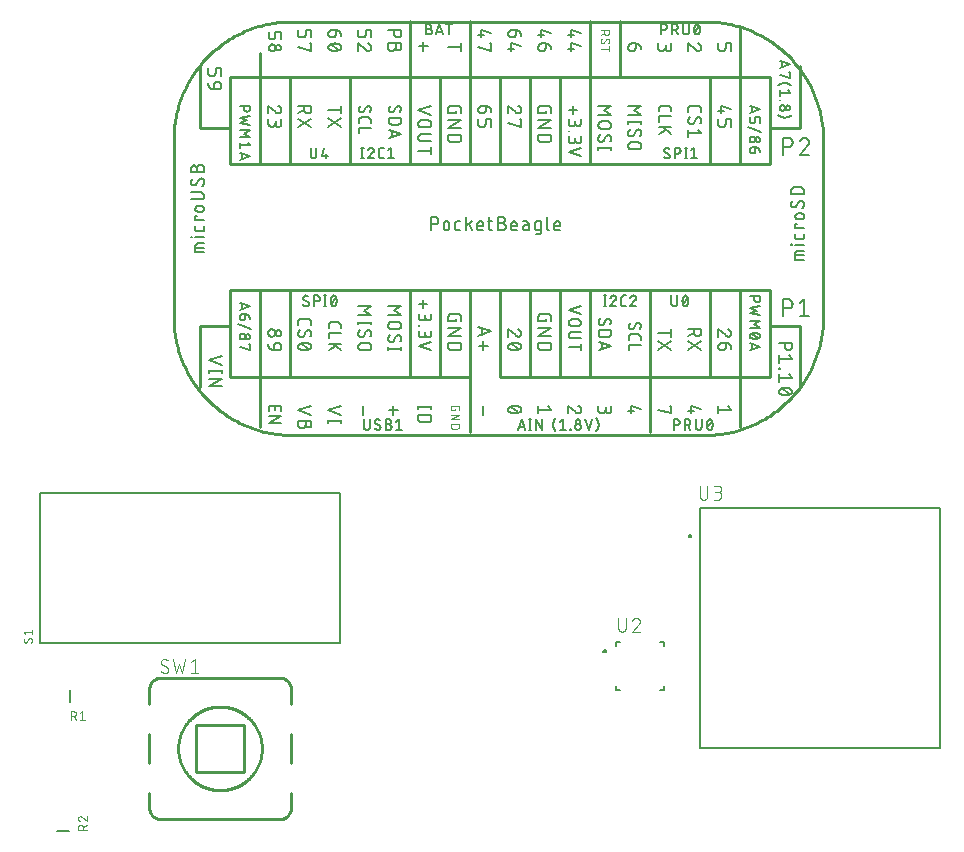
<source format=gbr>
G04 EAGLE Gerber RS-274X export*
G75*
%MOMM*%
%FSLAX34Y34*%
%LPD*%
%INSilkscreen Top*%
%IPPOS*%
%AMOC8*
5,1,8,0,0,1.08239X$1,22.5*%
G01*
%ADD10C,0.152400*%
%ADD11C,0.101600*%
%ADD12C,0.200000*%
%ADD13C,0.127000*%
%ADD14C,0.254000*%
%ADD15C,0.203200*%
%ADD16C,0.076200*%


D10*
X152400Y190500D02*
X406400Y190500D01*
X406400Y317500D01*
X152400Y317500D01*
X152400Y190500D01*
D11*
X145542Y193379D02*
X145540Y193457D01*
X145534Y193534D01*
X145525Y193611D01*
X145512Y193687D01*
X145495Y193763D01*
X145474Y193838D01*
X145450Y193911D01*
X145422Y193984D01*
X145390Y194055D01*
X145355Y194124D01*
X145317Y194191D01*
X145276Y194257D01*
X145231Y194320D01*
X145183Y194381D01*
X145133Y194440D01*
X145079Y194496D01*
X145023Y194550D01*
X144964Y194600D01*
X144903Y194648D01*
X144840Y194693D01*
X144774Y194734D01*
X144707Y194772D01*
X144638Y194807D01*
X144567Y194839D01*
X144494Y194867D01*
X144421Y194891D01*
X144346Y194912D01*
X144270Y194929D01*
X144194Y194942D01*
X144117Y194951D01*
X144040Y194957D01*
X143962Y194959D01*
X145542Y193379D02*
X145540Y193264D01*
X145534Y193150D01*
X145524Y193036D01*
X145511Y192922D01*
X145493Y192809D01*
X145471Y192696D01*
X145446Y192584D01*
X145417Y192474D01*
X145384Y192364D01*
X145347Y192255D01*
X145307Y192148D01*
X145263Y192042D01*
X145215Y191938D01*
X145164Y191835D01*
X145109Y191735D01*
X145051Y191636D01*
X144989Y191539D01*
X144925Y191445D01*
X144857Y191352D01*
X144785Y191262D01*
X144711Y191175D01*
X144634Y191090D01*
X144554Y191008D01*
X140010Y191206D02*
X139932Y191208D01*
X139855Y191214D01*
X139778Y191223D01*
X139702Y191236D01*
X139626Y191253D01*
X139551Y191274D01*
X139478Y191298D01*
X139405Y191326D01*
X139334Y191358D01*
X139265Y191393D01*
X139198Y191431D01*
X139132Y191472D01*
X139069Y191517D01*
X139008Y191565D01*
X138949Y191615D01*
X138893Y191669D01*
X138839Y191725D01*
X138789Y191784D01*
X138741Y191845D01*
X138696Y191908D01*
X138655Y191974D01*
X138617Y192041D01*
X138582Y192110D01*
X138550Y192181D01*
X138522Y192254D01*
X138498Y192327D01*
X138477Y192402D01*
X138460Y192478D01*
X138447Y192554D01*
X138438Y192631D01*
X138432Y192708D01*
X138430Y192786D01*
X138432Y192892D01*
X138438Y192998D01*
X138447Y193103D01*
X138460Y193208D01*
X138477Y193313D01*
X138498Y193417D01*
X138522Y193520D01*
X138550Y193622D01*
X138582Y193723D01*
X138617Y193823D01*
X138656Y193921D01*
X138699Y194019D01*
X138744Y194114D01*
X138793Y194208D01*
X138846Y194300D01*
X138902Y194390D01*
X138961Y194478D01*
X139023Y194564D01*
X141393Y191996D02*
X141351Y191929D01*
X141306Y191864D01*
X141257Y191801D01*
X141206Y191740D01*
X141151Y191683D01*
X141094Y191628D01*
X141034Y191575D01*
X140972Y191526D01*
X140907Y191480D01*
X140841Y191438D01*
X140772Y191398D01*
X140701Y191362D01*
X140628Y191330D01*
X140554Y191301D01*
X140479Y191276D01*
X140403Y191255D01*
X140325Y191237D01*
X140247Y191224D01*
X140168Y191214D01*
X140089Y191208D01*
X140010Y191206D01*
X142579Y194169D02*
X142621Y194236D01*
X142666Y194301D01*
X142715Y194364D01*
X142766Y194425D01*
X142821Y194482D01*
X142878Y194537D01*
X142938Y194590D01*
X143000Y194639D01*
X143065Y194685D01*
X143131Y194727D01*
X143200Y194767D01*
X143271Y194803D01*
X143344Y194835D01*
X143418Y194864D01*
X143493Y194889D01*
X143569Y194910D01*
X143647Y194928D01*
X143725Y194941D01*
X143804Y194951D01*
X143883Y194957D01*
X143962Y194959D01*
X142579Y194169D02*
X141393Y191996D01*
X140010Y198079D02*
X138430Y200055D01*
X145542Y200055D01*
X145542Y202030D02*
X145542Y198079D01*
D12*
X629400Y183950D02*
X629402Y184013D01*
X629408Y184075D01*
X629418Y184137D01*
X629431Y184199D01*
X629449Y184259D01*
X629470Y184318D01*
X629495Y184376D01*
X629524Y184432D01*
X629556Y184486D01*
X629591Y184538D01*
X629629Y184587D01*
X629671Y184635D01*
X629715Y184679D01*
X629763Y184721D01*
X629812Y184759D01*
X629864Y184794D01*
X629918Y184826D01*
X629974Y184855D01*
X630032Y184880D01*
X630091Y184901D01*
X630151Y184919D01*
X630213Y184932D01*
X630275Y184942D01*
X630337Y184948D01*
X630400Y184950D01*
X630463Y184948D01*
X630525Y184942D01*
X630587Y184932D01*
X630649Y184919D01*
X630709Y184901D01*
X630768Y184880D01*
X630826Y184855D01*
X630882Y184826D01*
X630936Y184794D01*
X630988Y184759D01*
X631037Y184721D01*
X631085Y184679D01*
X631129Y184635D01*
X631171Y184587D01*
X631209Y184538D01*
X631244Y184486D01*
X631276Y184432D01*
X631305Y184376D01*
X631330Y184318D01*
X631351Y184259D01*
X631369Y184199D01*
X631382Y184137D01*
X631392Y184075D01*
X631398Y184013D01*
X631400Y183950D01*
X631398Y183887D01*
X631392Y183825D01*
X631382Y183763D01*
X631369Y183701D01*
X631351Y183641D01*
X631330Y183582D01*
X631305Y183524D01*
X631276Y183468D01*
X631244Y183414D01*
X631209Y183362D01*
X631171Y183313D01*
X631129Y183265D01*
X631085Y183221D01*
X631037Y183179D01*
X630988Y183141D01*
X630936Y183106D01*
X630882Y183074D01*
X630826Y183045D01*
X630768Y183020D01*
X630709Y182999D01*
X630649Y182981D01*
X630587Y182968D01*
X630525Y182958D01*
X630463Y182952D01*
X630400Y182950D01*
X630337Y182952D01*
X630275Y182958D01*
X630213Y182968D01*
X630151Y182981D01*
X630091Y182999D01*
X630032Y183020D01*
X629974Y183045D01*
X629918Y183074D01*
X629864Y183106D01*
X629812Y183141D01*
X629763Y183179D01*
X629715Y183221D01*
X629671Y183265D01*
X629629Y183313D01*
X629591Y183362D01*
X629556Y183414D01*
X629524Y183468D01*
X629495Y183524D01*
X629470Y183582D01*
X629449Y183641D01*
X629431Y183701D01*
X629418Y183763D01*
X629408Y183825D01*
X629402Y183887D01*
X629400Y183950D01*
D13*
X640400Y188500D02*
X640400Y191450D01*
X643350Y191450D01*
X643350Y151450D02*
X640400Y151450D01*
X640400Y154400D01*
X680400Y154400D02*
X680400Y151450D01*
X677450Y151450D01*
X677450Y191450D02*
X680400Y191450D01*
X680400Y188500D01*
D11*
X641858Y203779D02*
X641858Y212217D01*
X641858Y203779D02*
X641860Y203666D01*
X641866Y203553D01*
X641876Y203440D01*
X641890Y203327D01*
X641907Y203215D01*
X641929Y203104D01*
X641954Y202994D01*
X641984Y202884D01*
X642017Y202776D01*
X642054Y202669D01*
X642094Y202563D01*
X642139Y202459D01*
X642187Y202356D01*
X642238Y202255D01*
X642293Y202156D01*
X642351Y202059D01*
X642413Y201964D01*
X642478Y201871D01*
X642546Y201781D01*
X642617Y201693D01*
X642692Y201607D01*
X642769Y201524D01*
X642849Y201444D01*
X642932Y201367D01*
X643018Y201292D01*
X643106Y201221D01*
X643196Y201153D01*
X643289Y201088D01*
X643384Y201026D01*
X643481Y200968D01*
X643580Y200913D01*
X643681Y200862D01*
X643784Y200814D01*
X643888Y200769D01*
X643994Y200729D01*
X644101Y200692D01*
X644209Y200659D01*
X644319Y200629D01*
X644429Y200604D01*
X644540Y200582D01*
X644652Y200565D01*
X644765Y200551D01*
X644878Y200541D01*
X644991Y200535D01*
X645104Y200533D01*
X645217Y200535D01*
X645330Y200541D01*
X645443Y200551D01*
X645556Y200565D01*
X645668Y200582D01*
X645779Y200604D01*
X645889Y200629D01*
X645999Y200659D01*
X646107Y200692D01*
X646214Y200729D01*
X646320Y200769D01*
X646424Y200814D01*
X646527Y200862D01*
X646628Y200913D01*
X646727Y200968D01*
X646824Y201026D01*
X646919Y201088D01*
X647012Y201153D01*
X647102Y201221D01*
X647190Y201292D01*
X647276Y201367D01*
X647359Y201444D01*
X647439Y201524D01*
X647516Y201607D01*
X647591Y201693D01*
X647662Y201781D01*
X647730Y201871D01*
X647795Y201964D01*
X647857Y202059D01*
X647915Y202156D01*
X647970Y202255D01*
X648021Y202356D01*
X648069Y202459D01*
X648114Y202563D01*
X648154Y202669D01*
X648191Y202776D01*
X648224Y202884D01*
X648254Y202994D01*
X648279Y203104D01*
X648301Y203215D01*
X648318Y203327D01*
X648332Y203440D01*
X648342Y203553D01*
X648348Y203666D01*
X648350Y203779D01*
X648349Y203779D02*
X648349Y212217D01*
X657239Y212217D02*
X657346Y212215D01*
X657452Y212209D01*
X657558Y212199D01*
X657664Y212186D01*
X657770Y212168D01*
X657874Y212147D01*
X657978Y212122D01*
X658081Y212093D01*
X658182Y212061D01*
X658282Y212024D01*
X658381Y211984D01*
X658479Y211941D01*
X658575Y211894D01*
X658669Y211843D01*
X658761Y211789D01*
X658851Y211732D01*
X658939Y211672D01*
X659024Y211608D01*
X659107Y211541D01*
X659188Y211471D01*
X659266Y211399D01*
X659342Y211323D01*
X659414Y211245D01*
X659484Y211164D01*
X659551Y211081D01*
X659615Y210996D01*
X659675Y210908D01*
X659732Y210818D01*
X659786Y210726D01*
X659837Y210632D01*
X659884Y210536D01*
X659927Y210438D01*
X659967Y210339D01*
X660004Y210239D01*
X660036Y210138D01*
X660065Y210035D01*
X660090Y209931D01*
X660111Y209827D01*
X660129Y209721D01*
X660142Y209615D01*
X660152Y209509D01*
X660158Y209403D01*
X660160Y209296D01*
X657239Y212217D02*
X657118Y212215D01*
X656997Y212209D01*
X656877Y212199D01*
X656756Y212186D01*
X656637Y212168D01*
X656517Y212147D01*
X656399Y212122D01*
X656282Y212093D01*
X656165Y212060D01*
X656050Y212024D01*
X655936Y211983D01*
X655823Y211940D01*
X655711Y211892D01*
X655602Y211841D01*
X655494Y211786D01*
X655387Y211728D01*
X655283Y211667D01*
X655181Y211602D01*
X655081Y211534D01*
X654983Y211463D01*
X654887Y211389D01*
X654794Y211312D01*
X654704Y211231D01*
X654616Y211148D01*
X654531Y211062D01*
X654448Y210973D01*
X654369Y210882D01*
X654292Y210788D01*
X654219Y210692D01*
X654149Y210594D01*
X654082Y210493D01*
X654018Y210390D01*
X653958Y210285D01*
X653901Y210178D01*
X653847Y210070D01*
X653797Y209960D01*
X653751Y209848D01*
X653708Y209735D01*
X653669Y209620D01*
X659187Y207024D02*
X659266Y207101D01*
X659342Y207182D01*
X659415Y207265D01*
X659485Y207350D01*
X659552Y207438D01*
X659616Y207528D01*
X659676Y207620D01*
X659733Y207715D01*
X659787Y207811D01*
X659838Y207909D01*
X659885Y208009D01*
X659929Y208111D01*
X659969Y208214D01*
X660005Y208318D01*
X660037Y208424D01*
X660066Y208530D01*
X660091Y208638D01*
X660113Y208746D01*
X660130Y208856D01*
X660144Y208965D01*
X660153Y209075D01*
X660159Y209186D01*
X660161Y209296D01*
X659186Y207024D02*
X653669Y200533D01*
X660160Y200533D01*
D13*
X711200Y304800D02*
X914400Y304800D01*
X914400Y101600D01*
X711200Y101600D01*
X711200Y304800D01*
D12*
X701500Y281200D02*
X701502Y281263D01*
X701508Y281325D01*
X701518Y281387D01*
X701531Y281449D01*
X701549Y281509D01*
X701570Y281568D01*
X701595Y281626D01*
X701624Y281682D01*
X701656Y281736D01*
X701691Y281788D01*
X701729Y281837D01*
X701771Y281885D01*
X701815Y281929D01*
X701863Y281971D01*
X701912Y282009D01*
X701964Y282044D01*
X702018Y282076D01*
X702074Y282105D01*
X702132Y282130D01*
X702191Y282151D01*
X702251Y282169D01*
X702313Y282182D01*
X702375Y282192D01*
X702437Y282198D01*
X702500Y282200D01*
X702563Y282198D01*
X702625Y282192D01*
X702687Y282182D01*
X702749Y282169D01*
X702809Y282151D01*
X702868Y282130D01*
X702926Y282105D01*
X702982Y282076D01*
X703036Y282044D01*
X703088Y282009D01*
X703137Y281971D01*
X703185Y281929D01*
X703229Y281885D01*
X703271Y281837D01*
X703309Y281788D01*
X703344Y281736D01*
X703376Y281682D01*
X703405Y281626D01*
X703430Y281568D01*
X703451Y281509D01*
X703469Y281449D01*
X703482Y281387D01*
X703492Y281325D01*
X703498Y281263D01*
X703500Y281200D01*
X703498Y281137D01*
X703492Y281075D01*
X703482Y281013D01*
X703469Y280951D01*
X703451Y280891D01*
X703430Y280832D01*
X703405Y280774D01*
X703376Y280718D01*
X703344Y280664D01*
X703309Y280612D01*
X703271Y280563D01*
X703229Y280515D01*
X703185Y280471D01*
X703137Y280429D01*
X703088Y280391D01*
X703036Y280356D01*
X702982Y280324D01*
X702926Y280295D01*
X702868Y280270D01*
X702809Y280249D01*
X702749Y280231D01*
X702687Y280218D01*
X702625Y280208D01*
X702563Y280202D01*
X702500Y280200D01*
X702437Y280202D01*
X702375Y280208D01*
X702313Y280218D01*
X702251Y280231D01*
X702191Y280249D01*
X702132Y280270D01*
X702074Y280295D01*
X702018Y280324D01*
X701964Y280356D01*
X701912Y280391D01*
X701863Y280429D01*
X701815Y280471D01*
X701771Y280515D01*
X701729Y280563D01*
X701691Y280612D01*
X701656Y280664D01*
X701624Y280718D01*
X701595Y280774D01*
X701570Y280832D01*
X701549Y280891D01*
X701531Y280951D01*
X701518Y281013D01*
X701508Y281075D01*
X701502Y281137D01*
X701500Y281200D01*
D11*
X711008Y315454D02*
X711008Y323892D01*
X711008Y315454D02*
X711010Y315341D01*
X711016Y315228D01*
X711026Y315115D01*
X711040Y315002D01*
X711057Y314890D01*
X711079Y314779D01*
X711104Y314669D01*
X711134Y314559D01*
X711167Y314451D01*
X711204Y314344D01*
X711244Y314238D01*
X711289Y314134D01*
X711337Y314031D01*
X711388Y313930D01*
X711443Y313831D01*
X711501Y313734D01*
X711563Y313639D01*
X711628Y313546D01*
X711696Y313456D01*
X711767Y313368D01*
X711842Y313282D01*
X711919Y313199D01*
X711999Y313119D01*
X712082Y313042D01*
X712168Y312967D01*
X712256Y312896D01*
X712346Y312828D01*
X712439Y312763D01*
X712534Y312701D01*
X712631Y312643D01*
X712730Y312588D01*
X712831Y312537D01*
X712934Y312489D01*
X713038Y312444D01*
X713144Y312404D01*
X713251Y312367D01*
X713359Y312334D01*
X713469Y312304D01*
X713579Y312279D01*
X713690Y312257D01*
X713802Y312240D01*
X713915Y312226D01*
X714028Y312216D01*
X714141Y312210D01*
X714254Y312208D01*
X714367Y312210D01*
X714480Y312216D01*
X714593Y312226D01*
X714706Y312240D01*
X714818Y312257D01*
X714929Y312279D01*
X715039Y312304D01*
X715149Y312334D01*
X715257Y312367D01*
X715364Y312404D01*
X715470Y312444D01*
X715574Y312489D01*
X715677Y312537D01*
X715778Y312588D01*
X715877Y312643D01*
X715974Y312701D01*
X716069Y312763D01*
X716162Y312828D01*
X716252Y312896D01*
X716340Y312967D01*
X716426Y313042D01*
X716509Y313119D01*
X716589Y313199D01*
X716666Y313282D01*
X716741Y313368D01*
X716812Y313456D01*
X716880Y313546D01*
X716945Y313639D01*
X717007Y313734D01*
X717065Y313831D01*
X717120Y313930D01*
X717171Y314031D01*
X717219Y314134D01*
X717264Y314238D01*
X717304Y314344D01*
X717341Y314451D01*
X717374Y314559D01*
X717404Y314669D01*
X717429Y314779D01*
X717451Y314890D01*
X717468Y315002D01*
X717482Y315115D01*
X717492Y315228D01*
X717498Y315341D01*
X717500Y315454D01*
X717499Y315454D02*
X717499Y323892D01*
X722819Y312208D02*
X726065Y312208D01*
X726178Y312210D01*
X726291Y312216D01*
X726404Y312226D01*
X726517Y312240D01*
X726629Y312257D01*
X726740Y312279D01*
X726850Y312304D01*
X726960Y312334D01*
X727068Y312367D01*
X727175Y312404D01*
X727281Y312444D01*
X727385Y312489D01*
X727488Y312537D01*
X727589Y312588D01*
X727688Y312643D01*
X727785Y312701D01*
X727880Y312763D01*
X727973Y312828D01*
X728063Y312896D01*
X728151Y312967D01*
X728237Y313042D01*
X728320Y313119D01*
X728400Y313199D01*
X728477Y313282D01*
X728552Y313368D01*
X728623Y313456D01*
X728691Y313546D01*
X728756Y313639D01*
X728818Y313734D01*
X728876Y313831D01*
X728931Y313930D01*
X728982Y314031D01*
X729030Y314134D01*
X729075Y314238D01*
X729115Y314344D01*
X729152Y314451D01*
X729185Y314559D01*
X729215Y314669D01*
X729240Y314779D01*
X729262Y314890D01*
X729279Y315002D01*
X729293Y315115D01*
X729303Y315228D01*
X729309Y315341D01*
X729311Y315454D01*
X729309Y315567D01*
X729303Y315680D01*
X729293Y315793D01*
X729279Y315906D01*
X729262Y316018D01*
X729240Y316129D01*
X729215Y316239D01*
X729185Y316349D01*
X729152Y316457D01*
X729115Y316564D01*
X729075Y316670D01*
X729030Y316774D01*
X728982Y316877D01*
X728931Y316978D01*
X728876Y317077D01*
X728818Y317174D01*
X728756Y317269D01*
X728691Y317362D01*
X728623Y317452D01*
X728552Y317540D01*
X728477Y317626D01*
X728400Y317709D01*
X728320Y317789D01*
X728237Y317866D01*
X728151Y317941D01*
X728063Y318012D01*
X727973Y318080D01*
X727880Y318145D01*
X727785Y318207D01*
X727688Y318265D01*
X727589Y318320D01*
X727488Y318371D01*
X727385Y318419D01*
X727281Y318464D01*
X727175Y318504D01*
X727068Y318541D01*
X726960Y318574D01*
X726850Y318604D01*
X726740Y318629D01*
X726629Y318651D01*
X726517Y318668D01*
X726404Y318682D01*
X726291Y318692D01*
X726178Y318698D01*
X726065Y318700D01*
X726714Y323892D02*
X722819Y323892D01*
X726714Y323892D02*
X726815Y323890D01*
X726915Y323884D01*
X727015Y323874D01*
X727115Y323861D01*
X727214Y323843D01*
X727313Y323822D01*
X727410Y323797D01*
X727507Y323768D01*
X727602Y323735D01*
X727696Y323699D01*
X727788Y323659D01*
X727879Y323616D01*
X727968Y323569D01*
X728055Y323519D01*
X728141Y323465D01*
X728224Y323408D01*
X728304Y323348D01*
X728383Y323285D01*
X728459Y323218D01*
X728532Y323149D01*
X728602Y323077D01*
X728670Y323003D01*
X728735Y322926D01*
X728796Y322846D01*
X728855Y322764D01*
X728910Y322680D01*
X728962Y322594D01*
X729011Y322506D01*
X729056Y322416D01*
X729098Y322324D01*
X729136Y322231D01*
X729170Y322136D01*
X729201Y322041D01*
X729228Y321944D01*
X729251Y321846D01*
X729271Y321747D01*
X729286Y321647D01*
X729298Y321547D01*
X729306Y321447D01*
X729310Y321346D01*
X729310Y321246D01*
X729306Y321145D01*
X729298Y321045D01*
X729286Y320945D01*
X729271Y320845D01*
X729251Y320746D01*
X729228Y320648D01*
X729201Y320551D01*
X729170Y320456D01*
X729136Y320361D01*
X729098Y320268D01*
X729056Y320176D01*
X729011Y320086D01*
X728962Y319998D01*
X728910Y319912D01*
X728855Y319828D01*
X728796Y319746D01*
X728735Y319666D01*
X728670Y319589D01*
X728602Y319515D01*
X728532Y319443D01*
X728459Y319374D01*
X728383Y319307D01*
X728304Y319244D01*
X728224Y319184D01*
X728141Y319127D01*
X728055Y319073D01*
X727968Y319023D01*
X727879Y318976D01*
X727788Y318933D01*
X727696Y318893D01*
X727602Y318857D01*
X727507Y318824D01*
X727410Y318795D01*
X727313Y318770D01*
X727214Y318749D01*
X727115Y318731D01*
X727015Y318718D01*
X726915Y318708D01*
X726815Y318702D01*
X726714Y318700D01*
X726714Y318699D02*
X724117Y318699D01*
D14*
X715430Y717030D02*
X365430Y717030D01*
X363014Y717001D01*
X360599Y716913D01*
X358187Y716767D01*
X355779Y716563D01*
X353376Y716301D01*
X350981Y715981D01*
X348594Y715603D01*
X346217Y715167D01*
X343852Y714674D01*
X341498Y714124D01*
X339159Y713518D01*
X336835Y712855D01*
X334528Y712136D01*
X332239Y711361D01*
X329970Y710532D01*
X327721Y709647D01*
X325494Y708709D01*
X323290Y707717D01*
X321111Y706673D01*
X318958Y705576D01*
X316832Y704427D01*
X314734Y703227D01*
X312666Y701977D01*
X310629Y700677D01*
X308624Y699328D01*
X306651Y697932D01*
X304714Y696488D01*
X302811Y694997D01*
X300946Y693462D01*
X299118Y691881D01*
X297328Y690257D01*
X295579Y688590D01*
X293870Y686881D01*
X292203Y685132D01*
X290579Y683342D01*
X288998Y681514D01*
X287463Y679649D01*
X285972Y677746D01*
X284528Y675809D01*
X283132Y673836D01*
X281783Y671831D01*
X280483Y669794D01*
X279233Y667726D01*
X278033Y665628D01*
X276884Y663502D01*
X275787Y661349D01*
X274743Y659170D01*
X273751Y656966D01*
X272813Y654739D01*
X271928Y652490D01*
X271099Y650221D01*
X270324Y647932D01*
X269605Y645625D01*
X268942Y643301D01*
X268336Y640962D01*
X267786Y638608D01*
X267293Y636243D01*
X266857Y633866D01*
X266479Y631479D01*
X266159Y629084D01*
X265897Y626681D01*
X265693Y624273D01*
X265547Y621861D01*
X265459Y619446D01*
X265430Y617030D01*
X265430Y467030D01*
X265459Y464614D01*
X265547Y462199D01*
X265693Y459787D01*
X265897Y457379D01*
X266159Y454976D01*
X266479Y452581D01*
X266857Y450194D01*
X267293Y447817D01*
X267786Y445452D01*
X268336Y443098D01*
X268942Y440759D01*
X269605Y438435D01*
X270324Y436128D01*
X271099Y433839D01*
X271928Y431570D01*
X272813Y429321D01*
X273751Y427094D01*
X274743Y424890D01*
X275787Y422711D01*
X276884Y420558D01*
X278033Y418432D01*
X279233Y416334D01*
X280483Y414266D01*
X281783Y412229D01*
X283132Y410224D01*
X284528Y408251D01*
X285972Y406314D01*
X287463Y404411D01*
X288998Y402546D01*
X290579Y400718D01*
X292203Y398928D01*
X293870Y397179D01*
X295579Y395470D01*
X297328Y393803D01*
X299118Y392179D01*
X300946Y390598D01*
X302811Y389063D01*
X304714Y387572D01*
X306651Y386128D01*
X308624Y384732D01*
X310629Y383383D01*
X312666Y382083D01*
X314734Y380833D01*
X316832Y379633D01*
X318958Y378484D01*
X321111Y377387D01*
X323290Y376343D01*
X325494Y375351D01*
X327721Y374413D01*
X329970Y373528D01*
X332239Y372699D01*
X334528Y371924D01*
X336835Y371205D01*
X339159Y370542D01*
X341498Y369936D01*
X343852Y369386D01*
X346217Y368893D01*
X348594Y368457D01*
X350981Y368079D01*
X353376Y367759D01*
X355779Y367497D01*
X358187Y367293D01*
X360599Y367147D01*
X363014Y367059D01*
X365430Y367030D01*
X715430Y367030D01*
X717846Y367059D01*
X720261Y367147D01*
X722673Y367293D01*
X725081Y367497D01*
X727484Y367759D01*
X729879Y368079D01*
X732266Y368457D01*
X734643Y368893D01*
X737008Y369386D01*
X739362Y369936D01*
X741701Y370542D01*
X744025Y371205D01*
X746332Y371924D01*
X748621Y372699D01*
X750890Y373528D01*
X753139Y374413D01*
X755366Y375351D01*
X757570Y376343D01*
X759749Y377387D01*
X761902Y378484D01*
X764028Y379633D01*
X766126Y380833D01*
X768194Y382083D01*
X770231Y383383D01*
X772236Y384732D01*
X774209Y386128D01*
X776146Y387572D01*
X778049Y389063D01*
X779914Y390598D01*
X781742Y392179D01*
X783532Y393803D01*
X785281Y395470D01*
X786990Y397179D01*
X788657Y398928D01*
X790281Y400718D01*
X791862Y402546D01*
X793397Y404411D01*
X794888Y406314D01*
X796332Y408251D01*
X797728Y410224D01*
X799077Y412229D01*
X800377Y414266D01*
X801627Y416334D01*
X802827Y418432D01*
X803976Y420558D01*
X805073Y422711D01*
X806117Y424890D01*
X807109Y427094D01*
X808047Y429321D01*
X808932Y431570D01*
X809761Y433839D01*
X810536Y436128D01*
X811255Y438435D01*
X811918Y440759D01*
X812524Y443098D01*
X813074Y445452D01*
X813567Y447817D01*
X814003Y450194D01*
X814381Y452581D01*
X814701Y454976D01*
X814963Y457379D01*
X815167Y459787D01*
X815313Y462199D01*
X815401Y464614D01*
X815430Y467030D01*
X815430Y617030D01*
X815401Y619446D01*
X815313Y621861D01*
X815167Y624273D01*
X814963Y626681D01*
X814701Y629084D01*
X814381Y631479D01*
X814003Y633866D01*
X813567Y636243D01*
X813074Y638608D01*
X812524Y640962D01*
X811918Y643301D01*
X811255Y645625D01*
X810536Y647932D01*
X809761Y650221D01*
X808932Y652490D01*
X808047Y654739D01*
X807109Y656966D01*
X806117Y659170D01*
X805073Y661349D01*
X803976Y663502D01*
X802827Y665628D01*
X801627Y667726D01*
X800377Y669794D01*
X799077Y671831D01*
X797728Y673836D01*
X796332Y675809D01*
X794888Y677746D01*
X793397Y679649D01*
X791862Y681514D01*
X790281Y683342D01*
X788657Y685132D01*
X786990Y686881D01*
X785281Y688590D01*
X783532Y690257D01*
X781742Y691881D01*
X779914Y693462D01*
X778049Y694997D01*
X776146Y696488D01*
X774209Y697932D01*
X772236Y699328D01*
X770231Y700677D01*
X768194Y701977D01*
X766126Y703227D01*
X764028Y704427D01*
X761902Y705576D01*
X759749Y706673D01*
X757570Y707717D01*
X755366Y708709D01*
X753139Y709647D01*
X750890Y710532D01*
X748621Y711361D01*
X746332Y712136D01*
X744025Y712855D01*
X741701Y713518D01*
X739362Y714124D01*
X737008Y714674D01*
X734643Y715167D01*
X732266Y715603D01*
X729879Y715981D01*
X727484Y716301D01*
X725081Y716563D01*
X722673Y716767D01*
X720261Y716913D01*
X717846Y717001D01*
X715430Y717030D01*
D10*
X483362Y551688D02*
X483362Y540512D01*
X483362Y551688D02*
X486466Y551688D01*
X486577Y551686D01*
X486687Y551680D01*
X486798Y551670D01*
X486908Y551656D01*
X487017Y551639D01*
X487126Y551617D01*
X487234Y551592D01*
X487340Y551562D01*
X487446Y551529D01*
X487551Y551492D01*
X487654Y551452D01*
X487755Y551407D01*
X487855Y551360D01*
X487954Y551308D01*
X488050Y551253D01*
X488144Y551195D01*
X488236Y551134D01*
X488326Y551069D01*
X488414Y551001D01*
X488499Y550930D01*
X488581Y550856D01*
X488661Y550779D01*
X488738Y550699D01*
X488812Y550617D01*
X488883Y550532D01*
X488951Y550444D01*
X489016Y550354D01*
X489077Y550262D01*
X489135Y550168D01*
X489190Y550072D01*
X489242Y549973D01*
X489289Y549873D01*
X489334Y549772D01*
X489374Y549669D01*
X489411Y549564D01*
X489444Y549458D01*
X489474Y549352D01*
X489499Y549244D01*
X489521Y549135D01*
X489538Y549026D01*
X489552Y548916D01*
X489562Y548805D01*
X489568Y548695D01*
X489570Y548584D01*
X489568Y548473D01*
X489562Y548363D01*
X489552Y548252D01*
X489538Y548142D01*
X489521Y548033D01*
X489499Y547924D01*
X489474Y547816D01*
X489444Y547710D01*
X489411Y547604D01*
X489374Y547499D01*
X489334Y547396D01*
X489289Y547295D01*
X489242Y547195D01*
X489190Y547096D01*
X489135Y547000D01*
X489077Y546906D01*
X489016Y546814D01*
X488951Y546724D01*
X488883Y546636D01*
X488812Y546551D01*
X488738Y546469D01*
X488661Y546389D01*
X488581Y546312D01*
X488499Y546238D01*
X488414Y546167D01*
X488326Y546099D01*
X488236Y546034D01*
X488144Y545973D01*
X488050Y545915D01*
X487954Y545860D01*
X487855Y545808D01*
X487755Y545761D01*
X487654Y545716D01*
X487551Y545676D01*
X487446Y545639D01*
X487340Y545606D01*
X487234Y545576D01*
X487126Y545551D01*
X487017Y545529D01*
X486908Y545512D01*
X486798Y545498D01*
X486687Y545488D01*
X486577Y545482D01*
X486466Y545480D01*
X486466Y545479D02*
X483362Y545479D01*
X494058Y545479D02*
X494058Y542996D01*
X494058Y545479D02*
X494060Y545578D01*
X494066Y545676D01*
X494076Y545775D01*
X494089Y545872D01*
X494107Y545970D01*
X494128Y546066D01*
X494154Y546162D01*
X494183Y546256D01*
X494215Y546349D01*
X494252Y546441D01*
X494292Y546531D01*
X494336Y546620D01*
X494383Y546707D01*
X494433Y546792D01*
X494487Y546874D01*
X494544Y546955D01*
X494604Y547033D01*
X494668Y547109D01*
X494734Y547182D01*
X494803Y547253D01*
X494875Y547321D01*
X494950Y547385D01*
X495027Y547447D01*
X495106Y547506D01*
X495188Y547561D01*
X495272Y547614D01*
X495357Y547662D01*
X495445Y547708D01*
X495535Y547750D01*
X495626Y547788D01*
X495718Y547822D01*
X495812Y547853D01*
X495907Y547880D01*
X496003Y547904D01*
X496100Y547923D01*
X496197Y547939D01*
X496295Y547951D01*
X496394Y547959D01*
X496493Y547963D01*
X496591Y547963D01*
X496690Y547959D01*
X496789Y547951D01*
X496887Y547939D01*
X496984Y547923D01*
X497081Y547904D01*
X497177Y547880D01*
X497272Y547853D01*
X497366Y547822D01*
X497458Y547788D01*
X497549Y547750D01*
X497639Y547708D01*
X497727Y547662D01*
X497812Y547614D01*
X497896Y547561D01*
X497978Y547506D01*
X498057Y547447D01*
X498134Y547385D01*
X498209Y547321D01*
X498281Y547253D01*
X498350Y547182D01*
X498416Y547109D01*
X498480Y547033D01*
X498540Y546955D01*
X498597Y546874D01*
X498651Y546792D01*
X498701Y546707D01*
X498748Y546620D01*
X498792Y546531D01*
X498832Y546441D01*
X498869Y546349D01*
X498901Y546256D01*
X498930Y546162D01*
X498956Y546066D01*
X498977Y545970D01*
X498995Y545872D01*
X499008Y545775D01*
X499018Y545676D01*
X499024Y545578D01*
X499026Y545479D01*
X499025Y545479D02*
X499025Y542996D01*
X499026Y542996D02*
X499024Y542897D01*
X499018Y542799D01*
X499008Y542700D01*
X498995Y542603D01*
X498977Y542505D01*
X498956Y542409D01*
X498930Y542313D01*
X498901Y542219D01*
X498869Y542126D01*
X498832Y542034D01*
X498792Y541944D01*
X498748Y541855D01*
X498701Y541768D01*
X498651Y541683D01*
X498597Y541601D01*
X498540Y541520D01*
X498480Y541442D01*
X498416Y541366D01*
X498350Y541293D01*
X498281Y541222D01*
X498209Y541154D01*
X498134Y541090D01*
X498057Y541028D01*
X497978Y540969D01*
X497896Y540914D01*
X497812Y540861D01*
X497727Y540813D01*
X497639Y540767D01*
X497549Y540725D01*
X497458Y540687D01*
X497366Y540653D01*
X497272Y540622D01*
X497177Y540595D01*
X497081Y540571D01*
X496984Y540552D01*
X496887Y540536D01*
X496789Y540524D01*
X496690Y540516D01*
X496591Y540512D01*
X496493Y540512D01*
X496394Y540516D01*
X496295Y540524D01*
X496197Y540536D01*
X496100Y540552D01*
X496003Y540571D01*
X495907Y540595D01*
X495812Y540622D01*
X495718Y540653D01*
X495626Y540687D01*
X495535Y540725D01*
X495445Y540767D01*
X495357Y540813D01*
X495272Y540861D01*
X495188Y540914D01*
X495106Y540969D01*
X495027Y541028D01*
X494950Y541090D01*
X494875Y541154D01*
X494803Y541222D01*
X494734Y541293D01*
X494668Y541366D01*
X494604Y541442D01*
X494544Y541520D01*
X494487Y541601D01*
X494433Y541683D01*
X494383Y541768D01*
X494336Y541855D01*
X494292Y541944D01*
X494252Y542034D01*
X494215Y542126D01*
X494183Y542219D01*
X494154Y542313D01*
X494128Y542409D01*
X494107Y542505D01*
X494089Y542603D01*
X494076Y542700D01*
X494066Y542799D01*
X494060Y542897D01*
X494058Y542996D01*
X505843Y540512D02*
X508327Y540512D01*
X505843Y540512D02*
X505759Y540514D01*
X505676Y540519D01*
X505593Y540529D01*
X505510Y540542D01*
X505428Y540559D01*
X505347Y540579D01*
X505267Y540603D01*
X505188Y540631D01*
X505111Y540662D01*
X505035Y540696D01*
X504960Y540734D01*
X504887Y540776D01*
X504817Y540820D01*
X504748Y540868D01*
X504681Y540918D01*
X504617Y540972D01*
X504556Y541028D01*
X504496Y541088D01*
X504440Y541149D01*
X504386Y541213D01*
X504336Y541280D01*
X504288Y541349D01*
X504244Y541419D01*
X504202Y541492D01*
X504164Y541567D01*
X504130Y541643D01*
X504099Y541720D01*
X504071Y541799D01*
X504047Y541879D01*
X504027Y541960D01*
X504010Y542042D01*
X503997Y542125D01*
X503987Y542208D01*
X503982Y542291D01*
X503980Y542375D01*
X503981Y542375D02*
X503981Y546100D01*
X503980Y546100D02*
X503982Y546184D01*
X503988Y546267D01*
X503997Y546350D01*
X504010Y546433D01*
X504027Y546515D01*
X504047Y546596D01*
X504071Y546676D01*
X504099Y546755D01*
X504130Y546832D01*
X504164Y546908D01*
X504202Y546983D01*
X504244Y547056D01*
X504288Y547126D01*
X504336Y547195D01*
X504386Y547262D01*
X504440Y547326D01*
X504496Y547387D01*
X504556Y547447D01*
X504617Y547503D01*
X504681Y547557D01*
X504748Y547607D01*
X504817Y547655D01*
X504887Y547699D01*
X504960Y547741D01*
X505035Y547779D01*
X505111Y547813D01*
X505188Y547844D01*
X505267Y547872D01*
X505347Y547896D01*
X505428Y547916D01*
X505510Y547933D01*
X505593Y547946D01*
X505676Y547956D01*
X505759Y547961D01*
X505843Y547963D01*
X508327Y547963D01*
X513277Y551688D02*
X513277Y540512D01*
X513277Y544237D02*
X518245Y547963D01*
X515451Y545790D02*
X518245Y540512D01*
X524496Y540512D02*
X527600Y540512D01*
X524496Y540512D02*
X524412Y540514D01*
X524329Y540519D01*
X524246Y540529D01*
X524163Y540542D01*
X524081Y540559D01*
X524000Y540579D01*
X523920Y540603D01*
X523841Y540631D01*
X523764Y540662D01*
X523688Y540696D01*
X523613Y540734D01*
X523540Y540776D01*
X523470Y540820D01*
X523401Y540868D01*
X523334Y540918D01*
X523270Y540972D01*
X523209Y541028D01*
X523149Y541088D01*
X523093Y541149D01*
X523039Y541213D01*
X522989Y541280D01*
X522941Y541349D01*
X522897Y541419D01*
X522855Y541492D01*
X522817Y541567D01*
X522783Y541643D01*
X522752Y541720D01*
X522724Y541799D01*
X522700Y541879D01*
X522680Y541960D01*
X522663Y542042D01*
X522650Y542125D01*
X522640Y542208D01*
X522635Y542291D01*
X522633Y542375D01*
X522633Y545479D01*
X522635Y545578D01*
X522641Y545676D01*
X522651Y545775D01*
X522664Y545872D01*
X522682Y545970D01*
X522703Y546066D01*
X522729Y546162D01*
X522758Y546256D01*
X522790Y546349D01*
X522827Y546441D01*
X522867Y546531D01*
X522911Y546620D01*
X522958Y546707D01*
X523008Y546792D01*
X523062Y546874D01*
X523119Y546955D01*
X523179Y547033D01*
X523243Y547109D01*
X523309Y547182D01*
X523378Y547253D01*
X523450Y547321D01*
X523525Y547385D01*
X523602Y547447D01*
X523681Y547506D01*
X523763Y547561D01*
X523847Y547614D01*
X523932Y547662D01*
X524020Y547708D01*
X524110Y547750D01*
X524201Y547788D01*
X524293Y547822D01*
X524387Y547853D01*
X524482Y547880D01*
X524578Y547904D01*
X524675Y547923D01*
X524772Y547939D01*
X524870Y547951D01*
X524969Y547959D01*
X525068Y547963D01*
X525166Y547963D01*
X525265Y547959D01*
X525364Y547951D01*
X525462Y547939D01*
X525559Y547923D01*
X525656Y547904D01*
X525752Y547880D01*
X525847Y547853D01*
X525941Y547822D01*
X526033Y547788D01*
X526124Y547750D01*
X526214Y547708D01*
X526302Y547662D01*
X526387Y547614D01*
X526471Y547561D01*
X526553Y547506D01*
X526632Y547447D01*
X526709Y547385D01*
X526784Y547321D01*
X526856Y547253D01*
X526925Y547182D01*
X526991Y547109D01*
X527055Y547033D01*
X527115Y546955D01*
X527172Y546874D01*
X527226Y546792D01*
X527276Y546707D01*
X527323Y546620D01*
X527367Y546531D01*
X527407Y546441D01*
X527444Y546349D01*
X527476Y546256D01*
X527505Y546162D01*
X527531Y546066D01*
X527552Y545970D01*
X527570Y545872D01*
X527583Y545775D01*
X527593Y545676D01*
X527599Y545578D01*
X527601Y545479D01*
X527600Y545479D02*
X527600Y544237D01*
X522633Y544237D01*
X531521Y547963D02*
X535246Y547963D01*
X532762Y551688D02*
X532762Y542375D01*
X532764Y542291D01*
X532769Y542208D01*
X532779Y542125D01*
X532792Y542042D01*
X532809Y541960D01*
X532829Y541879D01*
X532853Y541799D01*
X532881Y541720D01*
X532912Y541643D01*
X532946Y541567D01*
X532984Y541492D01*
X533026Y541419D01*
X533070Y541349D01*
X533118Y541280D01*
X533168Y541213D01*
X533222Y541149D01*
X533278Y541088D01*
X533338Y541028D01*
X533399Y540972D01*
X533463Y540918D01*
X533530Y540868D01*
X533599Y540820D01*
X533669Y540776D01*
X533742Y540734D01*
X533817Y540696D01*
X533893Y540662D01*
X533970Y540631D01*
X534049Y540603D01*
X534129Y540579D01*
X534210Y540559D01*
X534292Y540542D01*
X534375Y540529D01*
X534458Y540519D01*
X534541Y540514D01*
X534625Y540512D01*
X535246Y540512D01*
X540512Y546721D02*
X543616Y546721D01*
X543616Y546720D02*
X543727Y546718D01*
X543837Y546712D01*
X543948Y546702D01*
X544058Y546688D01*
X544167Y546671D01*
X544276Y546649D01*
X544384Y546624D01*
X544490Y546594D01*
X544596Y546561D01*
X544701Y546524D01*
X544804Y546484D01*
X544905Y546439D01*
X545005Y546392D01*
X545104Y546340D01*
X545200Y546285D01*
X545294Y546227D01*
X545386Y546166D01*
X545476Y546101D01*
X545564Y546033D01*
X545649Y545962D01*
X545731Y545888D01*
X545811Y545811D01*
X545888Y545731D01*
X545962Y545649D01*
X546033Y545564D01*
X546101Y545476D01*
X546166Y545386D01*
X546227Y545294D01*
X546285Y545200D01*
X546340Y545104D01*
X546392Y545005D01*
X546439Y544905D01*
X546484Y544804D01*
X546524Y544701D01*
X546561Y544596D01*
X546594Y544490D01*
X546624Y544384D01*
X546649Y544276D01*
X546671Y544167D01*
X546688Y544058D01*
X546702Y543948D01*
X546712Y543837D01*
X546718Y543727D01*
X546720Y543616D01*
X546718Y543505D01*
X546712Y543395D01*
X546702Y543284D01*
X546688Y543174D01*
X546671Y543065D01*
X546649Y542956D01*
X546624Y542848D01*
X546594Y542742D01*
X546561Y542636D01*
X546524Y542531D01*
X546484Y542428D01*
X546439Y542327D01*
X546392Y542227D01*
X546340Y542128D01*
X546285Y542032D01*
X546227Y541938D01*
X546166Y541846D01*
X546101Y541756D01*
X546033Y541668D01*
X545962Y541583D01*
X545888Y541501D01*
X545811Y541421D01*
X545731Y541344D01*
X545649Y541270D01*
X545564Y541199D01*
X545476Y541131D01*
X545386Y541066D01*
X545294Y541005D01*
X545200Y540947D01*
X545104Y540892D01*
X545005Y540840D01*
X544905Y540793D01*
X544804Y540748D01*
X544701Y540708D01*
X544596Y540671D01*
X544490Y540638D01*
X544384Y540608D01*
X544276Y540583D01*
X544167Y540561D01*
X544058Y540544D01*
X543948Y540530D01*
X543837Y540520D01*
X543727Y540514D01*
X543616Y540512D01*
X540512Y540512D01*
X540512Y551688D01*
X543616Y551688D01*
X543715Y551686D01*
X543813Y551680D01*
X543912Y551670D01*
X544009Y551657D01*
X544107Y551639D01*
X544203Y551618D01*
X544299Y551592D01*
X544393Y551563D01*
X544486Y551531D01*
X544578Y551494D01*
X544668Y551454D01*
X544757Y551410D01*
X544844Y551363D01*
X544929Y551313D01*
X545011Y551259D01*
X545092Y551202D01*
X545170Y551142D01*
X545246Y551078D01*
X545319Y551012D01*
X545390Y550943D01*
X545458Y550871D01*
X545522Y550796D01*
X545584Y550719D01*
X545643Y550640D01*
X545698Y550558D01*
X545751Y550474D01*
X545799Y550389D01*
X545845Y550301D01*
X545887Y550211D01*
X545925Y550120D01*
X545959Y550028D01*
X545990Y549934D01*
X546017Y549839D01*
X546041Y549743D01*
X546060Y549646D01*
X546076Y549549D01*
X546088Y549451D01*
X546096Y549352D01*
X546100Y549253D01*
X546100Y549155D01*
X546096Y549056D01*
X546088Y548957D01*
X546076Y548859D01*
X546060Y548762D01*
X546041Y548665D01*
X546017Y548569D01*
X545990Y548474D01*
X545959Y548380D01*
X545925Y548288D01*
X545887Y548197D01*
X545845Y548107D01*
X545799Y548019D01*
X545751Y547934D01*
X545698Y547850D01*
X545643Y547768D01*
X545584Y547689D01*
X545522Y547612D01*
X545458Y547537D01*
X545390Y547465D01*
X545319Y547396D01*
X545246Y547330D01*
X545170Y547266D01*
X545092Y547206D01*
X545011Y547149D01*
X544929Y547095D01*
X544844Y547045D01*
X544757Y546998D01*
X544668Y546954D01*
X544578Y546914D01*
X544486Y546877D01*
X544393Y546845D01*
X544299Y546816D01*
X544203Y546790D01*
X544107Y546769D01*
X544009Y546751D01*
X543912Y546738D01*
X543813Y546728D01*
X543715Y546722D01*
X543616Y546720D01*
X553071Y540512D02*
X556175Y540512D01*
X553071Y540512D02*
X552987Y540514D01*
X552904Y540519D01*
X552821Y540529D01*
X552738Y540542D01*
X552656Y540559D01*
X552575Y540579D01*
X552495Y540603D01*
X552416Y540631D01*
X552339Y540662D01*
X552263Y540696D01*
X552188Y540734D01*
X552115Y540776D01*
X552045Y540820D01*
X551976Y540868D01*
X551909Y540918D01*
X551845Y540972D01*
X551784Y541028D01*
X551724Y541088D01*
X551668Y541149D01*
X551614Y541213D01*
X551564Y541280D01*
X551516Y541349D01*
X551472Y541419D01*
X551430Y541492D01*
X551392Y541567D01*
X551358Y541643D01*
X551327Y541720D01*
X551299Y541799D01*
X551275Y541879D01*
X551255Y541960D01*
X551238Y542042D01*
X551225Y542125D01*
X551215Y542208D01*
X551210Y542291D01*
X551208Y542375D01*
X551208Y545479D01*
X551210Y545578D01*
X551216Y545676D01*
X551226Y545775D01*
X551239Y545872D01*
X551257Y545970D01*
X551278Y546066D01*
X551304Y546162D01*
X551333Y546256D01*
X551365Y546349D01*
X551402Y546441D01*
X551442Y546531D01*
X551486Y546620D01*
X551533Y546707D01*
X551583Y546792D01*
X551637Y546874D01*
X551694Y546955D01*
X551754Y547033D01*
X551818Y547109D01*
X551884Y547182D01*
X551953Y547253D01*
X552025Y547321D01*
X552100Y547385D01*
X552177Y547447D01*
X552256Y547506D01*
X552338Y547561D01*
X552422Y547614D01*
X552507Y547662D01*
X552595Y547708D01*
X552685Y547750D01*
X552776Y547788D01*
X552868Y547822D01*
X552962Y547853D01*
X553057Y547880D01*
X553153Y547904D01*
X553250Y547923D01*
X553347Y547939D01*
X553445Y547951D01*
X553544Y547959D01*
X553643Y547963D01*
X553741Y547963D01*
X553840Y547959D01*
X553939Y547951D01*
X554037Y547939D01*
X554134Y547923D01*
X554231Y547904D01*
X554327Y547880D01*
X554422Y547853D01*
X554516Y547822D01*
X554608Y547788D01*
X554699Y547750D01*
X554789Y547708D01*
X554877Y547662D01*
X554962Y547614D01*
X555046Y547561D01*
X555128Y547506D01*
X555207Y547447D01*
X555284Y547385D01*
X555359Y547321D01*
X555431Y547253D01*
X555500Y547182D01*
X555566Y547109D01*
X555630Y547033D01*
X555690Y546955D01*
X555747Y546874D01*
X555801Y546792D01*
X555851Y546707D01*
X555898Y546620D01*
X555942Y546531D01*
X555982Y546441D01*
X556019Y546349D01*
X556051Y546256D01*
X556080Y546162D01*
X556106Y546066D01*
X556127Y545970D01*
X556145Y545872D01*
X556158Y545775D01*
X556168Y545676D01*
X556174Y545578D01*
X556176Y545479D01*
X556175Y545479D02*
X556175Y544237D01*
X551208Y544237D01*
X563213Y544858D02*
X566007Y544858D01*
X563213Y544858D02*
X563121Y544856D01*
X563029Y544850D01*
X562937Y544840D01*
X562846Y544827D01*
X562755Y544809D01*
X562665Y544788D01*
X562577Y544763D01*
X562489Y544734D01*
X562403Y544701D01*
X562318Y544665D01*
X562235Y544625D01*
X562153Y544582D01*
X562074Y544535D01*
X561996Y544485D01*
X561921Y544432D01*
X561848Y544376D01*
X561777Y544316D01*
X561709Y544254D01*
X561644Y544189D01*
X561582Y544121D01*
X561522Y544050D01*
X561466Y543977D01*
X561413Y543902D01*
X561363Y543824D01*
X561316Y543745D01*
X561273Y543663D01*
X561233Y543580D01*
X561197Y543495D01*
X561164Y543409D01*
X561135Y543321D01*
X561110Y543233D01*
X561089Y543143D01*
X561071Y543052D01*
X561058Y542961D01*
X561048Y542869D01*
X561042Y542777D01*
X561040Y542685D01*
X561042Y542593D01*
X561048Y542501D01*
X561058Y542409D01*
X561071Y542318D01*
X561089Y542227D01*
X561110Y542137D01*
X561135Y542049D01*
X561164Y541961D01*
X561197Y541875D01*
X561233Y541790D01*
X561273Y541707D01*
X561316Y541625D01*
X561363Y541546D01*
X561413Y541468D01*
X561466Y541393D01*
X561522Y541320D01*
X561582Y541249D01*
X561644Y541181D01*
X561709Y541116D01*
X561777Y541054D01*
X561848Y540994D01*
X561921Y540938D01*
X561996Y540885D01*
X562074Y540835D01*
X562153Y540788D01*
X562235Y540745D01*
X562318Y540705D01*
X562403Y540669D01*
X562489Y540636D01*
X562577Y540607D01*
X562665Y540582D01*
X562755Y540561D01*
X562846Y540543D01*
X562937Y540530D01*
X563029Y540520D01*
X563121Y540514D01*
X563213Y540512D01*
X566007Y540512D01*
X566007Y546100D01*
X566008Y546100D02*
X566006Y546184D01*
X566001Y546267D01*
X565991Y546350D01*
X565978Y546433D01*
X565961Y546515D01*
X565941Y546596D01*
X565917Y546676D01*
X565889Y546755D01*
X565858Y546832D01*
X565824Y546908D01*
X565786Y546983D01*
X565744Y547056D01*
X565700Y547126D01*
X565652Y547195D01*
X565602Y547262D01*
X565548Y547326D01*
X565492Y547387D01*
X565432Y547447D01*
X565371Y547503D01*
X565307Y547557D01*
X565240Y547607D01*
X565171Y547655D01*
X565101Y547699D01*
X565028Y547741D01*
X564953Y547779D01*
X564877Y547813D01*
X564800Y547844D01*
X564721Y547872D01*
X564641Y547896D01*
X564560Y547916D01*
X564478Y547933D01*
X564395Y547946D01*
X564312Y547956D01*
X564229Y547961D01*
X564145Y547963D01*
X561661Y547963D01*
X573190Y540512D02*
X576294Y540512D01*
X573190Y540512D02*
X573106Y540514D01*
X573023Y540519D01*
X572940Y540529D01*
X572857Y540542D01*
X572775Y540559D01*
X572694Y540579D01*
X572614Y540603D01*
X572535Y540631D01*
X572458Y540662D01*
X572382Y540696D01*
X572307Y540734D01*
X572234Y540776D01*
X572164Y540820D01*
X572095Y540868D01*
X572028Y540918D01*
X571964Y540972D01*
X571903Y541028D01*
X571843Y541088D01*
X571787Y541149D01*
X571733Y541213D01*
X571683Y541280D01*
X571635Y541349D01*
X571591Y541419D01*
X571549Y541492D01*
X571511Y541567D01*
X571477Y541643D01*
X571446Y541720D01*
X571418Y541799D01*
X571394Y541879D01*
X571374Y541960D01*
X571357Y542042D01*
X571344Y542125D01*
X571334Y542208D01*
X571329Y542291D01*
X571327Y542375D01*
X571327Y546100D01*
X571329Y546184D01*
X571335Y546267D01*
X571344Y546350D01*
X571357Y546433D01*
X571374Y546515D01*
X571394Y546596D01*
X571418Y546676D01*
X571446Y546755D01*
X571477Y546832D01*
X571511Y546908D01*
X571549Y546983D01*
X571591Y547056D01*
X571635Y547126D01*
X571683Y547195D01*
X571733Y547262D01*
X571787Y547326D01*
X571843Y547387D01*
X571903Y547447D01*
X571964Y547503D01*
X572028Y547557D01*
X572095Y547607D01*
X572164Y547655D01*
X572234Y547699D01*
X572307Y547741D01*
X572382Y547779D01*
X572458Y547813D01*
X572535Y547844D01*
X572614Y547872D01*
X572694Y547896D01*
X572775Y547916D01*
X572857Y547933D01*
X572940Y547946D01*
X573023Y547956D01*
X573106Y547961D01*
X573190Y547963D01*
X576294Y547963D01*
X576294Y538649D01*
X576295Y538649D02*
X576293Y538563D01*
X576287Y538477D01*
X576277Y538392D01*
X576263Y538307D01*
X576246Y538222D01*
X576224Y538139D01*
X576198Y538057D01*
X576169Y537976D01*
X576136Y537897D01*
X576100Y537819D01*
X576060Y537742D01*
X576016Y537668D01*
X575969Y537596D01*
X575919Y537526D01*
X575865Y537459D01*
X575809Y537394D01*
X575749Y537332D01*
X575687Y537272D01*
X575622Y537216D01*
X575555Y537162D01*
X575485Y537112D01*
X575413Y537065D01*
X575339Y537021D01*
X575262Y536981D01*
X575185Y536945D01*
X575105Y536912D01*
X575024Y536883D01*
X574942Y536857D01*
X574859Y536835D01*
X574774Y536818D01*
X574689Y536804D01*
X574604Y536794D01*
X574518Y536788D01*
X574432Y536786D01*
X574432Y536787D02*
X571948Y536787D01*
X581780Y542375D02*
X581780Y551688D01*
X581779Y542375D02*
X581781Y542291D01*
X581786Y542208D01*
X581796Y542125D01*
X581809Y542042D01*
X581826Y541960D01*
X581846Y541879D01*
X581870Y541799D01*
X581898Y541720D01*
X581929Y541643D01*
X581963Y541567D01*
X582001Y541492D01*
X582043Y541419D01*
X582087Y541349D01*
X582135Y541280D01*
X582185Y541213D01*
X582239Y541149D01*
X582295Y541088D01*
X582355Y541028D01*
X582416Y540972D01*
X582480Y540918D01*
X582547Y540868D01*
X582616Y540820D01*
X582686Y540776D01*
X582759Y540734D01*
X582834Y540696D01*
X582910Y540662D01*
X582987Y540631D01*
X583066Y540603D01*
X583146Y540579D01*
X583227Y540559D01*
X583309Y540542D01*
X583392Y540529D01*
X583475Y540519D01*
X583558Y540514D01*
X583642Y540512D01*
X589647Y540512D02*
X592751Y540512D01*
X589647Y540512D02*
X589563Y540514D01*
X589480Y540519D01*
X589397Y540529D01*
X589314Y540542D01*
X589232Y540559D01*
X589151Y540579D01*
X589071Y540603D01*
X588992Y540631D01*
X588915Y540662D01*
X588839Y540696D01*
X588764Y540734D01*
X588691Y540776D01*
X588621Y540820D01*
X588552Y540868D01*
X588485Y540918D01*
X588421Y540972D01*
X588360Y541028D01*
X588300Y541088D01*
X588244Y541149D01*
X588190Y541213D01*
X588140Y541280D01*
X588092Y541349D01*
X588048Y541419D01*
X588006Y541492D01*
X587968Y541567D01*
X587934Y541643D01*
X587903Y541720D01*
X587875Y541799D01*
X587851Y541879D01*
X587831Y541960D01*
X587814Y542042D01*
X587801Y542125D01*
X587791Y542208D01*
X587786Y542291D01*
X587784Y542375D01*
X587784Y545479D01*
X587783Y545479D02*
X587785Y545578D01*
X587791Y545676D01*
X587801Y545775D01*
X587814Y545872D01*
X587832Y545970D01*
X587853Y546066D01*
X587879Y546162D01*
X587908Y546256D01*
X587940Y546349D01*
X587977Y546441D01*
X588017Y546531D01*
X588061Y546620D01*
X588108Y546707D01*
X588158Y546792D01*
X588212Y546874D01*
X588269Y546955D01*
X588329Y547033D01*
X588393Y547109D01*
X588459Y547182D01*
X588528Y547253D01*
X588600Y547321D01*
X588675Y547385D01*
X588752Y547447D01*
X588831Y547506D01*
X588913Y547561D01*
X588997Y547614D01*
X589082Y547662D01*
X589170Y547708D01*
X589260Y547750D01*
X589351Y547788D01*
X589443Y547822D01*
X589537Y547853D01*
X589632Y547880D01*
X589728Y547904D01*
X589825Y547923D01*
X589922Y547939D01*
X590020Y547951D01*
X590119Y547959D01*
X590218Y547963D01*
X590316Y547963D01*
X590415Y547959D01*
X590514Y547951D01*
X590612Y547939D01*
X590709Y547923D01*
X590806Y547904D01*
X590902Y547880D01*
X590997Y547853D01*
X591091Y547822D01*
X591183Y547788D01*
X591274Y547750D01*
X591364Y547708D01*
X591452Y547662D01*
X591537Y547614D01*
X591621Y547561D01*
X591703Y547506D01*
X591782Y547447D01*
X591859Y547385D01*
X591934Y547321D01*
X592006Y547253D01*
X592075Y547182D01*
X592141Y547109D01*
X592205Y547033D01*
X592265Y546955D01*
X592322Y546874D01*
X592376Y546792D01*
X592426Y546707D01*
X592473Y546620D01*
X592517Y546531D01*
X592557Y546441D01*
X592594Y546349D01*
X592626Y546256D01*
X592655Y546162D01*
X592681Y546066D01*
X592702Y545970D01*
X592720Y545872D01*
X592733Y545775D01*
X592743Y545676D01*
X592749Y545578D01*
X592751Y545479D01*
X592751Y544237D01*
X587784Y544237D01*
X291338Y521751D02*
X283887Y521751D01*
X283887Y527339D01*
X283889Y527423D01*
X283895Y527506D01*
X283904Y527589D01*
X283917Y527672D01*
X283934Y527754D01*
X283954Y527835D01*
X283978Y527915D01*
X284006Y527994D01*
X284037Y528071D01*
X284071Y528147D01*
X284109Y528222D01*
X284151Y528295D01*
X284195Y528365D01*
X284243Y528434D01*
X284293Y528501D01*
X284347Y528565D01*
X284403Y528626D01*
X284463Y528686D01*
X284524Y528742D01*
X284588Y528796D01*
X284655Y528846D01*
X284724Y528894D01*
X284794Y528938D01*
X284867Y528980D01*
X284942Y529018D01*
X285018Y529052D01*
X285095Y529083D01*
X285174Y529111D01*
X285254Y529135D01*
X285335Y529155D01*
X285417Y529172D01*
X285500Y529185D01*
X285583Y529195D01*
X285666Y529200D01*
X285750Y529202D01*
X291338Y529202D01*
X291338Y525477D02*
X283887Y525477D01*
X283887Y534621D02*
X291338Y534621D01*
X280783Y534310D02*
X280162Y534310D01*
X280162Y534931D01*
X280783Y534931D01*
X280783Y534310D01*
X291338Y541255D02*
X291338Y543739D01*
X291338Y541255D02*
X291336Y541169D01*
X291330Y541083D01*
X291320Y540998D01*
X291306Y540913D01*
X291289Y540828D01*
X291267Y540745D01*
X291241Y540663D01*
X291212Y540582D01*
X291179Y540503D01*
X291143Y540425D01*
X291103Y540348D01*
X291059Y540274D01*
X291012Y540202D01*
X290962Y540132D01*
X290908Y540065D01*
X290852Y540000D01*
X290792Y539938D01*
X290730Y539878D01*
X290665Y539822D01*
X290598Y539768D01*
X290528Y539718D01*
X290456Y539671D01*
X290382Y539627D01*
X290305Y539587D01*
X290228Y539551D01*
X290148Y539518D01*
X290067Y539489D01*
X289985Y539463D01*
X289902Y539441D01*
X289817Y539424D01*
X289732Y539410D01*
X289647Y539400D01*
X289561Y539394D01*
X289475Y539392D01*
X289475Y539393D02*
X285750Y539393D01*
X285750Y539392D02*
X285666Y539394D01*
X285583Y539399D01*
X285500Y539409D01*
X285417Y539422D01*
X285335Y539439D01*
X285254Y539459D01*
X285174Y539483D01*
X285095Y539511D01*
X285018Y539542D01*
X284942Y539576D01*
X284867Y539614D01*
X284794Y539656D01*
X284724Y539700D01*
X284655Y539748D01*
X284588Y539798D01*
X284524Y539852D01*
X284463Y539908D01*
X284403Y539968D01*
X284347Y540029D01*
X284293Y540093D01*
X284243Y540160D01*
X284195Y540229D01*
X284151Y540299D01*
X284109Y540372D01*
X284071Y540447D01*
X284037Y540523D01*
X284006Y540600D01*
X283978Y540679D01*
X283954Y540759D01*
X283934Y540840D01*
X283917Y540922D01*
X283904Y541005D01*
X283894Y541088D01*
X283889Y541171D01*
X283887Y541255D01*
X283887Y543739D01*
X283887Y548603D02*
X291338Y548603D01*
X283887Y548603D02*
X283887Y552328D01*
X285129Y552328D01*
X286371Y556140D02*
X288854Y556140D01*
X286371Y556140D02*
X286272Y556142D01*
X286174Y556148D01*
X286075Y556158D01*
X285978Y556171D01*
X285880Y556189D01*
X285784Y556210D01*
X285688Y556236D01*
X285594Y556265D01*
X285501Y556297D01*
X285409Y556334D01*
X285319Y556374D01*
X285230Y556418D01*
X285143Y556465D01*
X285058Y556515D01*
X284976Y556569D01*
X284895Y556626D01*
X284817Y556686D01*
X284741Y556750D01*
X284668Y556816D01*
X284597Y556885D01*
X284529Y556957D01*
X284465Y557032D01*
X284403Y557109D01*
X284344Y557188D01*
X284289Y557270D01*
X284236Y557354D01*
X284188Y557439D01*
X284142Y557527D01*
X284100Y557617D01*
X284062Y557708D01*
X284028Y557800D01*
X283997Y557894D01*
X283970Y557989D01*
X283946Y558085D01*
X283927Y558182D01*
X283911Y558279D01*
X283899Y558377D01*
X283891Y558476D01*
X283887Y558575D01*
X283887Y558673D01*
X283891Y558772D01*
X283899Y558871D01*
X283911Y558969D01*
X283927Y559066D01*
X283946Y559163D01*
X283970Y559259D01*
X283997Y559354D01*
X284028Y559448D01*
X284062Y559540D01*
X284100Y559631D01*
X284142Y559721D01*
X284188Y559809D01*
X284236Y559894D01*
X284289Y559978D01*
X284344Y560060D01*
X284403Y560139D01*
X284465Y560216D01*
X284529Y560291D01*
X284597Y560363D01*
X284668Y560432D01*
X284741Y560498D01*
X284817Y560562D01*
X284895Y560622D01*
X284976Y560679D01*
X285058Y560733D01*
X285143Y560783D01*
X285230Y560830D01*
X285319Y560874D01*
X285409Y560914D01*
X285501Y560951D01*
X285594Y560983D01*
X285688Y561012D01*
X285784Y561038D01*
X285880Y561059D01*
X285978Y561077D01*
X286075Y561090D01*
X286174Y561100D01*
X286272Y561106D01*
X286371Y561108D01*
X286371Y561107D02*
X288854Y561107D01*
X288854Y561108D02*
X288953Y561106D01*
X289051Y561100D01*
X289150Y561090D01*
X289247Y561077D01*
X289345Y561059D01*
X289441Y561038D01*
X289537Y561012D01*
X289631Y560983D01*
X289724Y560951D01*
X289816Y560914D01*
X289906Y560874D01*
X289995Y560830D01*
X290082Y560783D01*
X290167Y560733D01*
X290249Y560679D01*
X290330Y560622D01*
X290408Y560562D01*
X290484Y560498D01*
X290557Y560432D01*
X290628Y560363D01*
X290696Y560291D01*
X290760Y560216D01*
X290822Y560139D01*
X290881Y560060D01*
X290936Y559978D01*
X290989Y559894D01*
X291037Y559809D01*
X291083Y559721D01*
X291125Y559631D01*
X291163Y559540D01*
X291197Y559448D01*
X291228Y559354D01*
X291255Y559259D01*
X291279Y559163D01*
X291298Y559066D01*
X291314Y558969D01*
X291326Y558871D01*
X291334Y558772D01*
X291338Y558673D01*
X291338Y558575D01*
X291334Y558476D01*
X291326Y558377D01*
X291314Y558279D01*
X291298Y558182D01*
X291279Y558085D01*
X291255Y557989D01*
X291228Y557894D01*
X291197Y557800D01*
X291163Y557708D01*
X291125Y557617D01*
X291083Y557527D01*
X291037Y557439D01*
X290989Y557354D01*
X290936Y557270D01*
X290881Y557188D01*
X290822Y557109D01*
X290760Y557032D01*
X290696Y556957D01*
X290628Y556885D01*
X290557Y556816D01*
X290484Y556750D01*
X290408Y556686D01*
X290330Y556626D01*
X290249Y556569D01*
X290167Y556515D01*
X290082Y556465D01*
X289995Y556418D01*
X289906Y556374D01*
X289816Y556334D01*
X289724Y556297D01*
X289631Y556265D01*
X289537Y556236D01*
X289441Y556210D01*
X289345Y556189D01*
X289247Y556171D01*
X289150Y556158D01*
X289051Y556148D01*
X288953Y556142D01*
X288854Y556140D01*
X288234Y566568D02*
X280162Y566568D01*
X288234Y566569D02*
X288345Y566571D01*
X288455Y566577D01*
X288566Y566587D01*
X288676Y566601D01*
X288785Y566618D01*
X288894Y566640D01*
X289002Y566665D01*
X289108Y566695D01*
X289214Y566728D01*
X289319Y566765D01*
X289422Y566805D01*
X289523Y566850D01*
X289623Y566897D01*
X289722Y566949D01*
X289818Y567004D01*
X289912Y567062D01*
X290004Y567123D01*
X290094Y567188D01*
X290182Y567256D01*
X290267Y567327D01*
X290349Y567401D01*
X290429Y567478D01*
X290506Y567558D01*
X290580Y567640D01*
X290651Y567725D01*
X290719Y567813D01*
X290784Y567903D01*
X290845Y567995D01*
X290903Y568089D01*
X290958Y568185D01*
X291010Y568284D01*
X291057Y568384D01*
X291102Y568485D01*
X291142Y568588D01*
X291179Y568693D01*
X291212Y568799D01*
X291242Y568905D01*
X291267Y569013D01*
X291289Y569122D01*
X291306Y569231D01*
X291320Y569341D01*
X291330Y569452D01*
X291336Y569562D01*
X291338Y569673D01*
X291336Y569784D01*
X291330Y569894D01*
X291320Y570005D01*
X291306Y570115D01*
X291289Y570224D01*
X291267Y570333D01*
X291242Y570441D01*
X291212Y570547D01*
X291179Y570653D01*
X291142Y570758D01*
X291102Y570861D01*
X291057Y570962D01*
X291010Y571062D01*
X290958Y571161D01*
X290903Y571257D01*
X290845Y571351D01*
X290784Y571443D01*
X290719Y571533D01*
X290651Y571621D01*
X290580Y571706D01*
X290506Y571788D01*
X290429Y571868D01*
X290349Y571945D01*
X290267Y572019D01*
X290182Y572090D01*
X290094Y572158D01*
X290004Y572223D01*
X289912Y572284D01*
X289818Y572342D01*
X289722Y572397D01*
X289623Y572449D01*
X289523Y572496D01*
X289422Y572541D01*
X289319Y572581D01*
X289214Y572618D01*
X289108Y572651D01*
X289002Y572681D01*
X288894Y572706D01*
X288785Y572728D01*
X288676Y572745D01*
X288566Y572759D01*
X288455Y572769D01*
X288345Y572775D01*
X288234Y572777D01*
X280162Y572777D01*
X291338Y581723D02*
X291336Y581820D01*
X291330Y581918D01*
X291321Y582015D01*
X291307Y582112D01*
X291290Y582208D01*
X291269Y582303D01*
X291245Y582397D01*
X291216Y582491D01*
X291184Y582583D01*
X291149Y582674D01*
X291110Y582763D01*
X291067Y582851D01*
X291021Y582937D01*
X290972Y583021D01*
X290919Y583103D01*
X290864Y583183D01*
X290805Y583261D01*
X290743Y583336D01*
X290678Y583409D01*
X290610Y583479D01*
X290540Y583547D01*
X290467Y583612D01*
X290392Y583674D01*
X290314Y583733D01*
X290234Y583788D01*
X290152Y583841D01*
X290068Y583890D01*
X289982Y583936D01*
X289894Y583979D01*
X289805Y584018D01*
X289714Y584053D01*
X289622Y584085D01*
X289528Y584114D01*
X289434Y584138D01*
X289339Y584159D01*
X289243Y584176D01*
X289146Y584190D01*
X289049Y584199D01*
X288952Y584205D01*
X288854Y584207D01*
X291338Y581724D02*
X291336Y581581D01*
X291330Y581438D01*
X291321Y581296D01*
X291307Y581154D01*
X291289Y581012D01*
X291268Y580871D01*
X291243Y580730D01*
X291214Y580590D01*
X291181Y580451D01*
X291145Y580313D01*
X291104Y580176D01*
X291060Y580040D01*
X291013Y579905D01*
X290961Y579772D01*
X290906Y579640D01*
X290848Y579510D01*
X290786Y579381D01*
X290720Y579254D01*
X290651Y579129D01*
X290579Y579006D01*
X290503Y578885D01*
X290425Y578766D01*
X290342Y578649D01*
X290257Y578534D01*
X290169Y578422D01*
X290077Y578312D01*
X289983Y578205D01*
X289886Y578100D01*
X289786Y577998D01*
X282646Y578308D02*
X282548Y578310D01*
X282451Y578316D01*
X282354Y578325D01*
X282257Y578339D01*
X282161Y578356D01*
X282066Y578377D01*
X281972Y578401D01*
X281878Y578430D01*
X281786Y578462D01*
X281695Y578497D01*
X281606Y578536D01*
X281518Y578579D01*
X281432Y578625D01*
X281348Y578674D01*
X281266Y578727D01*
X281186Y578782D01*
X281108Y578841D01*
X281033Y578903D01*
X280960Y578968D01*
X280890Y579036D01*
X280822Y579106D01*
X280757Y579179D01*
X280695Y579254D01*
X280636Y579332D01*
X280581Y579412D01*
X280528Y579494D01*
X280479Y579578D01*
X280433Y579664D01*
X280390Y579752D01*
X280351Y579841D01*
X280316Y579932D01*
X280284Y580024D01*
X280255Y580118D01*
X280231Y580212D01*
X280210Y580307D01*
X280193Y580403D01*
X280179Y580500D01*
X280170Y580597D01*
X280164Y580694D01*
X280162Y580792D01*
X280164Y580922D01*
X280169Y581052D01*
X280178Y581182D01*
X280191Y581312D01*
X280207Y581441D01*
X280227Y581570D01*
X280251Y581698D01*
X280278Y581826D01*
X280309Y581952D01*
X280343Y582078D01*
X280381Y582203D01*
X280422Y582326D01*
X280467Y582449D01*
X280515Y582570D01*
X280566Y582690D01*
X280621Y582808D01*
X280679Y582924D01*
X280740Y583039D01*
X280805Y583153D01*
X280872Y583264D01*
X280943Y583373D01*
X281017Y583481D01*
X281093Y583586D01*
X284819Y579551D02*
X284768Y579468D01*
X284714Y579387D01*
X284657Y579309D01*
X284597Y579233D01*
X284534Y579159D01*
X284468Y579088D01*
X284400Y579019D01*
X284329Y578953D01*
X284256Y578889D01*
X284180Y578829D01*
X284102Y578772D01*
X284021Y578717D01*
X283939Y578666D01*
X283855Y578618D01*
X283769Y578573D01*
X283681Y578531D01*
X283592Y578493D01*
X283502Y578459D01*
X283410Y578427D01*
X283317Y578400D01*
X283223Y578376D01*
X283128Y578355D01*
X283032Y578339D01*
X282936Y578326D01*
X282840Y578316D01*
X282743Y578311D01*
X282646Y578309D01*
X286681Y582965D02*
X286732Y583048D01*
X286786Y583129D01*
X286843Y583207D01*
X286903Y583283D01*
X286966Y583357D01*
X287032Y583428D01*
X287100Y583497D01*
X287171Y583563D01*
X287244Y583627D01*
X287320Y583687D01*
X287398Y583744D01*
X287479Y583799D01*
X287561Y583850D01*
X287645Y583898D01*
X287731Y583943D01*
X287819Y583985D01*
X287908Y584023D01*
X287998Y584057D01*
X288090Y584089D01*
X288183Y584116D01*
X288277Y584140D01*
X288372Y584161D01*
X288468Y584177D01*
X288564Y584190D01*
X288660Y584200D01*
X288757Y584205D01*
X288854Y584207D01*
X286681Y582965D02*
X284819Y579550D01*
X285129Y589640D02*
X285129Y592744D01*
X285130Y592744D02*
X285132Y592855D01*
X285138Y592965D01*
X285148Y593076D01*
X285162Y593186D01*
X285179Y593295D01*
X285201Y593404D01*
X285226Y593512D01*
X285256Y593618D01*
X285289Y593724D01*
X285326Y593829D01*
X285366Y593932D01*
X285411Y594033D01*
X285458Y594133D01*
X285510Y594232D01*
X285565Y594328D01*
X285623Y594422D01*
X285684Y594514D01*
X285749Y594604D01*
X285817Y594692D01*
X285888Y594777D01*
X285962Y594859D01*
X286039Y594939D01*
X286119Y595016D01*
X286201Y595090D01*
X286286Y595161D01*
X286374Y595229D01*
X286464Y595294D01*
X286556Y595355D01*
X286650Y595413D01*
X286746Y595468D01*
X286845Y595520D01*
X286945Y595567D01*
X287046Y595612D01*
X287149Y595652D01*
X287254Y595689D01*
X287360Y595722D01*
X287466Y595752D01*
X287574Y595777D01*
X287683Y595799D01*
X287792Y595816D01*
X287902Y595830D01*
X288013Y595840D01*
X288123Y595846D01*
X288234Y595848D01*
X288345Y595846D01*
X288455Y595840D01*
X288566Y595830D01*
X288676Y595816D01*
X288785Y595799D01*
X288894Y595777D01*
X289002Y595752D01*
X289108Y595722D01*
X289214Y595689D01*
X289319Y595652D01*
X289422Y595612D01*
X289523Y595567D01*
X289623Y595520D01*
X289722Y595468D01*
X289818Y595413D01*
X289912Y595355D01*
X290004Y595294D01*
X290094Y595229D01*
X290182Y595161D01*
X290267Y595090D01*
X290349Y595016D01*
X290429Y594939D01*
X290506Y594859D01*
X290580Y594777D01*
X290651Y594692D01*
X290719Y594604D01*
X290784Y594514D01*
X290845Y594422D01*
X290903Y594328D01*
X290958Y594232D01*
X291010Y594133D01*
X291057Y594033D01*
X291102Y593932D01*
X291142Y593829D01*
X291179Y593724D01*
X291212Y593618D01*
X291242Y593512D01*
X291267Y593404D01*
X291289Y593295D01*
X291306Y593186D01*
X291320Y593076D01*
X291330Y592965D01*
X291336Y592855D01*
X291338Y592744D01*
X291338Y589640D01*
X280162Y589640D01*
X280162Y592744D01*
X280164Y592843D01*
X280170Y592941D01*
X280180Y593040D01*
X280193Y593137D01*
X280211Y593235D01*
X280232Y593331D01*
X280258Y593427D01*
X280287Y593521D01*
X280319Y593614D01*
X280356Y593706D01*
X280396Y593796D01*
X280440Y593885D01*
X280487Y593972D01*
X280537Y594057D01*
X280591Y594139D01*
X280648Y594220D01*
X280708Y594298D01*
X280772Y594374D01*
X280838Y594447D01*
X280907Y594518D01*
X280979Y594586D01*
X281054Y594650D01*
X281131Y594712D01*
X281210Y594771D01*
X281292Y594826D01*
X281376Y594879D01*
X281461Y594927D01*
X281549Y594973D01*
X281639Y595015D01*
X281730Y595053D01*
X281822Y595087D01*
X281916Y595118D01*
X282011Y595145D01*
X282107Y595169D01*
X282204Y595188D01*
X282301Y595204D01*
X282399Y595216D01*
X282498Y595224D01*
X282597Y595228D01*
X282695Y595228D01*
X282794Y595224D01*
X282893Y595216D01*
X282991Y595204D01*
X283088Y595188D01*
X283185Y595169D01*
X283281Y595145D01*
X283376Y595118D01*
X283470Y595087D01*
X283562Y595053D01*
X283653Y595015D01*
X283743Y594973D01*
X283831Y594927D01*
X283916Y594879D01*
X284000Y594826D01*
X284082Y594771D01*
X284161Y594712D01*
X284238Y594650D01*
X284313Y594586D01*
X284385Y594518D01*
X284454Y594447D01*
X284520Y594374D01*
X284584Y594298D01*
X284644Y594220D01*
X284701Y594139D01*
X284755Y594057D01*
X284805Y593972D01*
X284852Y593885D01*
X284896Y593796D01*
X284936Y593706D01*
X284973Y593614D01*
X285005Y593521D01*
X285034Y593427D01*
X285060Y593331D01*
X285081Y593235D01*
X285099Y593137D01*
X285112Y593040D01*
X285122Y592941D01*
X285128Y592843D01*
X285130Y592744D01*
X791887Y515253D02*
X799338Y515253D01*
X791887Y515253D02*
X791887Y520841D01*
X791889Y520925D01*
X791895Y521008D01*
X791904Y521091D01*
X791917Y521174D01*
X791934Y521256D01*
X791954Y521337D01*
X791978Y521417D01*
X792006Y521496D01*
X792037Y521573D01*
X792071Y521649D01*
X792109Y521724D01*
X792151Y521797D01*
X792195Y521867D01*
X792243Y521936D01*
X792293Y522003D01*
X792347Y522067D01*
X792403Y522128D01*
X792463Y522188D01*
X792524Y522244D01*
X792588Y522298D01*
X792655Y522348D01*
X792724Y522396D01*
X792794Y522440D01*
X792867Y522482D01*
X792942Y522520D01*
X793018Y522554D01*
X793095Y522585D01*
X793174Y522613D01*
X793254Y522637D01*
X793335Y522657D01*
X793417Y522674D01*
X793500Y522687D01*
X793583Y522697D01*
X793666Y522702D01*
X793750Y522704D01*
X799338Y522704D01*
X799338Y518979D02*
X791887Y518979D01*
X791887Y528123D02*
X799338Y528123D01*
X788783Y527812D02*
X788162Y527812D01*
X788162Y528433D01*
X788783Y528433D01*
X788783Y527812D01*
X799338Y534757D02*
X799338Y537241D01*
X799338Y534757D02*
X799336Y534671D01*
X799330Y534585D01*
X799320Y534500D01*
X799306Y534415D01*
X799289Y534330D01*
X799267Y534247D01*
X799241Y534165D01*
X799212Y534084D01*
X799179Y534005D01*
X799143Y533927D01*
X799103Y533850D01*
X799059Y533776D01*
X799012Y533704D01*
X798962Y533634D01*
X798908Y533567D01*
X798852Y533502D01*
X798792Y533440D01*
X798730Y533380D01*
X798665Y533324D01*
X798598Y533270D01*
X798528Y533220D01*
X798456Y533173D01*
X798382Y533129D01*
X798305Y533089D01*
X798228Y533053D01*
X798148Y533020D01*
X798067Y532991D01*
X797985Y532965D01*
X797902Y532943D01*
X797817Y532926D01*
X797732Y532912D01*
X797647Y532902D01*
X797561Y532896D01*
X797475Y532894D01*
X797475Y532895D02*
X793750Y532895D01*
X793750Y532894D02*
X793666Y532896D01*
X793583Y532901D01*
X793500Y532911D01*
X793417Y532924D01*
X793335Y532941D01*
X793254Y532961D01*
X793174Y532985D01*
X793095Y533013D01*
X793018Y533044D01*
X792942Y533078D01*
X792867Y533116D01*
X792794Y533158D01*
X792724Y533202D01*
X792655Y533250D01*
X792588Y533300D01*
X792524Y533354D01*
X792463Y533410D01*
X792403Y533470D01*
X792347Y533531D01*
X792293Y533595D01*
X792243Y533662D01*
X792195Y533731D01*
X792151Y533801D01*
X792109Y533874D01*
X792071Y533949D01*
X792037Y534025D01*
X792006Y534102D01*
X791978Y534181D01*
X791954Y534261D01*
X791934Y534342D01*
X791917Y534424D01*
X791904Y534507D01*
X791894Y534590D01*
X791889Y534673D01*
X791887Y534757D01*
X791887Y537241D01*
X791887Y542105D02*
X799338Y542105D01*
X791887Y542105D02*
X791887Y545830D01*
X793129Y545830D01*
X794371Y549642D02*
X796854Y549642D01*
X794371Y549641D02*
X794272Y549643D01*
X794174Y549649D01*
X794075Y549659D01*
X793978Y549672D01*
X793880Y549690D01*
X793784Y549711D01*
X793688Y549737D01*
X793594Y549766D01*
X793501Y549798D01*
X793409Y549835D01*
X793319Y549875D01*
X793230Y549919D01*
X793143Y549966D01*
X793058Y550016D01*
X792976Y550070D01*
X792895Y550127D01*
X792817Y550187D01*
X792741Y550251D01*
X792668Y550317D01*
X792597Y550386D01*
X792529Y550458D01*
X792465Y550533D01*
X792403Y550610D01*
X792344Y550689D01*
X792289Y550771D01*
X792236Y550855D01*
X792188Y550940D01*
X792142Y551028D01*
X792100Y551118D01*
X792062Y551209D01*
X792028Y551301D01*
X791997Y551395D01*
X791970Y551490D01*
X791946Y551586D01*
X791927Y551683D01*
X791911Y551780D01*
X791899Y551878D01*
X791891Y551977D01*
X791887Y552076D01*
X791887Y552174D01*
X791891Y552273D01*
X791899Y552372D01*
X791911Y552470D01*
X791927Y552567D01*
X791946Y552664D01*
X791970Y552760D01*
X791997Y552855D01*
X792028Y552949D01*
X792062Y553041D01*
X792100Y553132D01*
X792142Y553222D01*
X792188Y553310D01*
X792236Y553395D01*
X792289Y553479D01*
X792344Y553561D01*
X792403Y553640D01*
X792465Y553717D01*
X792529Y553792D01*
X792597Y553864D01*
X792668Y553933D01*
X792741Y553999D01*
X792817Y554063D01*
X792895Y554123D01*
X792976Y554180D01*
X793058Y554234D01*
X793143Y554284D01*
X793230Y554331D01*
X793319Y554375D01*
X793409Y554415D01*
X793501Y554452D01*
X793594Y554484D01*
X793688Y554513D01*
X793784Y554539D01*
X793880Y554560D01*
X793978Y554578D01*
X794075Y554591D01*
X794174Y554601D01*
X794272Y554607D01*
X794371Y554609D01*
X796854Y554609D01*
X796953Y554607D01*
X797051Y554601D01*
X797150Y554591D01*
X797247Y554578D01*
X797345Y554560D01*
X797441Y554539D01*
X797537Y554513D01*
X797631Y554484D01*
X797724Y554452D01*
X797816Y554415D01*
X797906Y554375D01*
X797995Y554331D01*
X798082Y554284D01*
X798167Y554234D01*
X798249Y554180D01*
X798330Y554123D01*
X798408Y554063D01*
X798484Y553999D01*
X798557Y553933D01*
X798628Y553864D01*
X798696Y553792D01*
X798760Y553717D01*
X798822Y553640D01*
X798881Y553561D01*
X798936Y553479D01*
X798989Y553395D01*
X799037Y553310D01*
X799083Y553222D01*
X799125Y553132D01*
X799163Y553041D01*
X799197Y552949D01*
X799228Y552855D01*
X799255Y552760D01*
X799279Y552664D01*
X799298Y552567D01*
X799314Y552470D01*
X799326Y552372D01*
X799334Y552273D01*
X799338Y552174D01*
X799338Y552076D01*
X799334Y551977D01*
X799326Y551878D01*
X799314Y551780D01*
X799298Y551683D01*
X799279Y551586D01*
X799255Y551490D01*
X799228Y551395D01*
X799197Y551301D01*
X799163Y551209D01*
X799125Y551118D01*
X799083Y551028D01*
X799037Y550940D01*
X798989Y550855D01*
X798936Y550771D01*
X798881Y550689D01*
X798822Y550610D01*
X798760Y550533D01*
X798696Y550458D01*
X798628Y550386D01*
X798557Y550317D01*
X798484Y550251D01*
X798408Y550187D01*
X798330Y550127D01*
X798249Y550070D01*
X798167Y550016D01*
X798082Y549966D01*
X797995Y549919D01*
X797906Y549875D01*
X797816Y549835D01*
X797724Y549798D01*
X797631Y549766D01*
X797537Y549737D01*
X797441Y549711D01*
X797345Y549690D01*
X797247Y549672D01*
X797150Y549659D01*
X797051Y549649D01*
X796953Y549643D01*
X796854Y549641D01*
X799338Y563033D02*
X799336Y563130D01*
X799330Y563228D01*
X799321Y563325D01*
X799307Y563422D01*
X799290Y563518D01*
X799269Y563613D01*
X799245Y563707D01*
X799216Y563801D01*
X799184Y563893D01*
X799149Y563984D01*
X799110Y564073D01*
X799067Y564161D01*
X799021Y564247D01*
X798972Y564331D01*
X798919Y564413D01*
X798864Y564493D01*
X798805Y564571D01*
X798743Y564646D01*
X798678Y564719D01*
X798610Y564789D01*
X798540Y564857D01*
X798467Y564922D01*
X798392Y564984D01*
X798314Y565043D01*
X798234Y565098D01*
X798152Y565151D01*
X798068Y565200D01*
X797982Y565246D01*
X797894Y565289D01*
X797805Y565328D01*
X797714Y565363D01*
X797622Y565395D01*
X797528Y565424D01*
X797434Y565448D01*
X797339Y565469D01*
X797243Y565486D01*
X797146Y565500D01*
X797049Y565509D01*
X796952Y565515D01*
X796854Y565517D01*
X799338Y563033D02*
X799336Y562890D01*
X799330Y562747D01*
X799321Y562605D01*
X799307Y562463D01*
X799289Y562321D01*
X799268Y562180D01*
X799243Y562039D01*
X799214Y561899D01*
X799181Y561760D01*
X799145Y561622D01*
X799104Y561485D01*
X799060Y561349D01*
X799013Y561214D01*
X798961Y561081D01*
X798906Y560949D01*
X798848Y560819D01*
X798786Y560690D01*
X798720Y560563D01*
X798651Y560438D01*
X798579Y560315D01*
X798503Y560194D01*
X798425Y560075D01*
X798342Y559958D01*
X798257Y559843D01*
X798169Y559731D01*
X798077Y559621D01*
X797983Y559514D01*
X797886Y559409D01*
X797786Y559307D01*
X790646Y559618D02*
X790548Y559620D01*
X790451Y559626D01*
X790354Y559635D01*
X790257Y559649D01*
X790161Y559666D01*
X790066Y559687D01*
X789972Y559711D01*
X789878Y559740D01*
X789786Y559772D01*
X789695Y559807D01*
X789606Y559846D01*
X789518Y559889D01*
X789432Y559935D01*
X789348Y559984D01*
X789266Y560037D01*
X789186Y560092D01*
X789108Y560151D01*
X789033Y560213D01*
X788960Y560278D01*
X788890Y560346D01*
X788822Y560416D01*
X788757Y560489D01*
X788695Y560564D01*
X788636Y560642D01*
X788581Y560722D01*
X788528Y560804D01*
X788479Y560888D01*
X788433Y560974D01*
X788390Y561062D01*
X788351Y561151D01*
X788316Y561242D01*
X788284Y561334D01*
X788255Y561428D01*
X788231Y561522D01*
X788210Y561617D01*
X788193Y561713D01*
X788179Y561810D01*
X788170Y561907D01*
X788164Y562004D01*
X788162Y562102D01*
X788164Y562232D01*
X788169Y562362D01*
X788178Y562492D01*
X788191Y562622D01*
X788207Y562751D01*
X788227Y562880D01*
X788251Y563008D01*
X788278Y563136D01*
X788309Y563262D01*
X788343Y563388D01*
X788381Y563513D01*
X788422Y563636D01*
X788467Y563759D01*
X788515Y563880D01*
X788566Y564000D01*
X788621Y564118D01*
X788679Y564234D01*
X788740Y564349D01*
X788805Y564463D01*
X788872Y564574D01*
X788943Y564683D01*
X789017Y564791D01*
X789093Y564896D01*
X792819Y560861D02*
X792768Y560778D01*
X792714Y560697D01*
X792657Y560619D01*
X792597Y560543D01*
X792534Y560469D01*
X792468Y560398D01*
X792400Y560329D01*
X792329Y560263D01*
X792256Y560199D01*
X792180Y560139D01*
X792102Y560082D01*
X792021Y560027D01*
X791939Y559976D01*
X791855Y559928D01*
X791769Y559883D01*
X791681Y559841D01*
X791592Y559803D01*
X791502Y559769D01*
X791410Y559737D01*
X791317Y559710D01*
X791223Y559686D01*
X791128Y559665D01*
X791032Y559649D01*
X790936Y559636D01*
X790840Y559626D01*
X790743Y559621D01*
X790646Y559619D01*
X794681Y564274D02*
X794732Y564357D01*
X794786Y564438D01*
X794843Y564516D01*
X794903Y564592D01*
X794966Y564666D01*
X795032Y564737D01*
X795100Y564806D01*
X795171Y564872D01*
X795244Y564936D01*
X795320Y564996D01*
X795398Y565053D01*
X795479Y565108D01*
X795561Y565159D01*
X795645Y565207D01*
X795731Y565252D01*
X795819Y565294D01*
X795908Y565332D01*
X795998Y565366D01*
X796090Y565398D01*
X796183Y565425D01*
X796277Y565449D01*
X796372Y565470D01*
X796468Y565486D01*
X796564Y565499D01*
X796660Y565509D01*
X796757Y565514D01*
X796854Y565516D01*
X794681Y564275D02*
X792819Y560860D01*
X788162Y570738D02*
X799338Y570738D01*
X788162Y570738D02*
X788162Y573842D01*
X788164Y573950D01*
X788170Y574059D01*
X788179Y574166D01*
X788192Y574274D01*
X788209Y574381D01*
X788230Y574487D01*
X788254Y574593D01*
X788282Y574698D01*
X788314Y574801D01*
X788349Y574904D01*
X788388Y575005D01*
X788430Y575105D01*
X788476Y575203D01*
X788525Y575299D01*
X788578Y575394D01*
X788634Y575487D01*
X788693Y575578D01*
X788755Y575666D01*
X788820Y575753D01*
X788888Y575837D01*
X788959Y575919D01*
X789033Y575998D01*
X789110Y576075D01*
X789189Y576149D01*
X789271Y576220D01*
X789355Y576288D01*
X789442Y576353D01*
X789530Y576415D01*
X789621Y576474D01*
X789714Y576530D01*
X789809Y576583D01*
X789905Y576632D01*
X790004Y576678D01*
X790103Y576720D01*
X790204Y576759D01*
X790307Y576794D01*
X790410Y576826D01*
X790515Y576854D01*
X790621Y576878D01*
X790727Y576899D01*
X790834Y576916D01*
X790942Y576929D01*
X791050Y576938D01*
X791158Y576944D01*
X791266Y576946D01*
X791266Y576947D02*
X796234Y576947D01*
X796234Y576946D02*
X796345Y576944D01*
X796455Y576938D01*
X796566Y576928D01*
X796676Y576914D01*
X796785Y576897D01*
X796894Y576875D01*
X797002Y576850D01*
X797108Y576820D01*
X797214Y576787D01*
X797319Y576750D01*
X797422Y576710D01*
X797523Y576665D01*
X797623Y576618D01*
X797722Y576566D01*
X797818Y576511D01*
X797912Y576453D01*
X798004Y576392D01*
X798094Y576327D01*
X798182Y576259D01*
X798267Y576188D01*
X798349Y576114D01*
X798429Y576037D01*
X798506Y575957D01*
X798580Y575875D01*
X798651Y575790D01*
X798719Y575702D01*
X798784Y575612D01*
X798845Y575520D01*
X798903Y575426D01*
X798958Y575330D01*
X799010Y575231D01*
X799057Y575131D01*
X799102Y575030D01*
X799142Y574927D01*
X799179Y574822D01*
X799212Y574716D01*
X799242Y574610D01*
X799267Y574502D01*
X799289Y574393D01*
X799306Y574284D01*
X799320Y574174D01*
X799330Y574063D01*
X799336Y573953D01*
X799338Y573842D01*
X799338Y570738D01*
D14*
X516382Y416306D02*
X490982Y416306D01*
X465582Y416306D01*
X363982Y416306D01*
X338582Y416306D01*
X541782Y416306D02*
X541782Y489966D01*
X541782Y416306D02*
X567182Y416306D01*
X592582Y416306D01*
X617982Y416306D01*
X668782Y416306D01*
X719582Y416306D01*
X744982Y416306D01*
X516382Y670306D02*
X490982Y670306D01*
X465582Y670306D01*
X414782Y670306D01*
X363982Y670306D01*
X516382Y670306D02*
X541782Y670306D01*
X567182Y670306D01*
X592582Y670306D01*
X617982Y670306D01*
X643382Y670306D01*
X719582Y670306D01*
X744982Y670306D01*
X338582Y416306D02*
X338582Y373380D01*
X516382Y369570D02*
X516382Y416306D01*
X668782Y416306D02*
X668782Y369570D01*
X744982Y373380D02*
X744982Y416306D01*
X719582Y416306D02*
X719582Y489966D01*
X668782Y489966D02*
X668782Y416306D01*
X617982Y416306D02*
X617982Y489966D01*
X516382Y489966D02*
X516382Y416306D01*
X363982Y416306D02*
X363982Y489966D01*
X363982Y596646D02*
X363982Y670306D01*
X414782Y670306D02*
X414782Y596646D01*
X465582Y596646D02*
X465582Y670306D01*
X516382Y670306D02*
X516382Y596646D01*
X465582Y670306D02*
X465582Y717296D01*
X516382Y717296D02*
X516382Y670306D01*
X744982Y670306D02*
X744982Y712216D01*
X643382Y717296D02*
X643382Y670306D01*
X617982Y670306D02*
X617982Y596646D01*
X719582Y596646D02*
X719582Y670306D01*
X567182Y489966D02*
X567182Y416306D01*
X567182Y596646D02*
X567182Y670306D01*
D13*
X560032Y380365D02*
X557068Y371475D01*
X562995Y371475D02*
X560032Y380365D01*
X562254Y373698D02*
X557809Y373698D01*
X567347Y371475D02*
X567347Y380365D01*
X566359Y371475D02*
X568335Y371475D01*
X568335Y380365D02*
X566359Y380365D01*
X572497Y380365D02*
X572497Y371475D01*
X577436Y371475D02*
X572497Y380365D01*
X577436Y380365D02*
X577436Y371475D01*
X586811Y375920D02*
X586813Y376123D01*
X586821Y376327D01*
X586833Y376530D01*
X586850Y376733D01*
X586872Y376935D01*
X586899Y377136D01*
X586931Y377337D01*
X586967Y377537D01*
X587008Y377737D01*
X587054Y377935D01*
X587105Y378132D01*
X587161Y378328D01*
X587221Y378522D01*
X587286Y378715D01*
X587356Y378906D01*
X587430Y379095D01*
X587508Y379283D01*
X587591Y379469D01*
X587679Y379652D01*
X587771Y379834D01*
X587867Y380013D01*
X587968Y380190D01*
X588073Y380364D01*
X588182Y380536D01*
X588295Y380705D01*
X588412Y380871D01*
X588533Y381035D01*
X588658Y381195D01*
X588787Y381353D01*
X586811Y375920D02*
X586813Y375717D01*
X586821Y375513D01*
X586833Y375310D01*
X586850Y375107D01*
X586872Y374905D01*
X586899Y374704D01*
X586931Y374503D01*
X586967Y374303D01*
X587008Y374103D01*
X587054Y373905D01*
X587105Y373708D01*
X587161Y373512D01*
X587221Y373318D01*
X587286Y373125D01*
X587356Y372934D01*
X587430Y372745D01*
X587508Y372557D01*
X587591Y372371D01*
X587679Y372188D01*
X587771Y372006D01*
X587867Y371827D01*
X587968Y371650D01*
X588073Y371476D01*
X588182Y371304D01*
X588295Y371135D01*
X588412Y370969D01*
X588533Y370805D01*
X588658Y370645D01*
X588787Y370487D01*
X592614Y378389D02*
X595083Y380365D01*
X595083Y371475D01*
X592614Y371475D02*
X597553Y371475D01*
X601237Y371475D02*
X601237Y371969D01*
X601731Y371969D01*
X601731Y371475D01*
X601237Y371475D01*
X605416Y373944D02*
X605418Y374042D01*
X605424Y374140D01*
X605434Y374238D01*
X605447Y374335D01*
X605465Y374432D01*
X605486Y374528D01*
X605511Y374622D01*
X605540Y374716D01*
X605572Y374809D01*
X605609Y374900D01*
X605648Y374990D01*
X605692Y375078D01*
X605739Y375164D01*
X605789Y375249D01*
X605842Y375331D01*
X605899Y375411D01*
X605959Y375489D01*
X606022Y375564D01*
X606088Y375637D01*
X606157Y375707D01*
X606228Y375774D01*
X606302Y375839D01*
X606379Y375900D01*
X606458Y375959D01*
X606539Y376014D01*
X606622Y376066D01*
X606708Y376114D01*
X606795Y376159D01*
X606884Y376201D01*
X606974Y376239D01*
X607066Y376273D01*
X607159Y376304D01*
X607254Y376331D01*
X607349Y376354D01*
X607446Y376374D01*
X607542Y376389D01*
X607640Y376401D01*
X607738Y376409D01*
X607836Y376413D01*
X607934Y376413D01*
X608032Y376409D01*
X608130Y376401D01*
X608228Y376389D01*
X608324Y376374D01*
X608421Y376354D01*
X608516Y376331D01*
X608611Y376304D01*
X608704Y376273D01*
X608796Y376239D01*
X608886Y376201D01*
X608975Y376159D01*
X609062Y376114D01*
X609148Y376066D01*
X609231Y376014D01*
X609312Y375959D01*
X609391Y375900D01*
X609468Y375839D01*
X609542Y375774D01*
X609613Y375707D01*
X609682Y375637D01*
X609748Y375564D01*
X609811Y375489D01*
X609871Y375411D01*
X609928Y375331D01*
X609981Y375249D01*
X610031Y375164D01*
X610078Y375078D01*
X610122Y374990D01*
X610161Y374900D01*
X610198Y374809D01*
X610230Y374716D01*
X610259Y374622D01*
X610284Y374528D01*
X610305Y374432D01*
X610323Y374335D01*
X610336Y374238D01*
X610346Y374140D01*
X610352Y374042D01*
X610354Y373944D01*
X610352Y373846D01*
X610346Y373748D01*
X610336Y373650D01*
X610323Y373553D01*
X610305Y373456D01*
X610284Y373360D01*
X610259Y373266D01*
X610230Y373172D01*
X610198Y373079D01*
X610161Y372988D01*
X610122Y372898D01*
X610078Y372810D01*
X610031Y372724D01*
X609981Y372639D01*
X609928Y372557D01*
X609871Y372477D01*
X609811Y372399D01*
X609748Y372324D01*
X609682Y372251D01*
X609613Y372181D01*
X609542Y372114D01*
X609468Y372049D01*
X609391Y371988D01*
X609312Y371929D01*
X609231Y371874D01*
X609148Y371822D01*
X609062Y371774D01*
X608975Y371729D01*
X608886Y371687D01*
X608796Y371649D01*
X608704Y371615D01*
X608611Y371584D01*
X608516Y371557D01*
X608421Y371534D01*
X608324Y371514D01*
X608228Y371499D01*
X608130Y371487D01*
X608032Y371479D01*
X607934Y371475D01*
X607836Y371475D01*
X607738Y371479D01*
X607640Y371487D01*
X607542Y371499D01*
X607446Y371514D01*
X607349Y371534D01*
X607254Y371557D01*
X607159Y371584D01*
X607066Y371615D01*
X606974Y371649D01*
X606884Y371687D01*
X606795Y371729D01*
X606708Y371774D01*
X606622Y371822D01*
X606539Y371874D01*
X606458Y371929D01*
X606379Y371988D01*
X606302Y372049D01*
X606228Y372114D01*
X606157Y372181D01*
X606088Y372251D01*
X606022Y372324D01*
X605959Y372399D01*
X605899Y372477D01*
X605842Y372557D01*
X605789Y372639D01*
X605739Y372724D01*
X605692Y372810D01*
X605648Y372898D01*
X605609Y372988D01*
X605572Y373079D01*
X605540Y373172D01*
X605511Y373266D01*
X605486Y373360D01*
X605465Y373456D01*
X605447Y373553D01*
X605434Y373650D01*
X605424Y373748D01*
X605418Y373846D01*
X605416Y373944D01*
X605909Y378389D02*
X605911Y378476D01*
X605917Y378564D01*
X605926Y378651D01*
X605940Y378737D01*
X605957Y378823D01*
X605978Y378907D01*
X606003Y378991D01*
X606032Y379074D01*
X606064Y379155D01*
X606099Y379235D01*
X606138Y379313D01*
X606181Y379390D01*
X606227Y379464D01*
X606276Y379536D01*
X606328Y379606D01*
X606384Y379674D01*
X606442Y379739D01*
X606503Y379802D01*
X606567Y379861D01*
X606634Y379918D01*
X606702Y379972D01*
X606774Y380023D01*
X606847Y380070D01*
X606922Y380115D01*
X607000Y380156D01*
X607079Y380193D01*
X607159Y380227D01*
X607241Y380257D01*
X607324Y380284D01*
X607409Y380307D01*
X607494Y380326D01*
X607580Y380341D01*
X607667Y380353D01*
X607754Y380361D01*
X607841Y380365D01*
X607929Y380365D01*
X608016Y380361D01*
X608103Y380353D01*
X608190Y380341D01*
X608276Y380326D01*
X608361Y380307D01*
X608446Y380284D01*
X608529Y380257D01*
X608611Y380227D01*
X608691Y380193D01*
X608770Y380156D01*
X608848Y380115D01*
X608923Y380070D01*
X608996Y380023D01*
X609068Y379972D01*
X609136Y379918D01*
X609203Y379861D01*
X609267Y379802D01*
X609328Y379739D01*
X609386Y379674D01*
X609442Y379606D01*
X609494Y379536D01*
X609543Y379464D01*
X609589Y379390D01*
X609632Y379313D01*
X609671Y379235D01*
X609706Y379155D01*
X609738Y379074D01*
X609767Y378991D01*
X609792Y378907D01*
X609813Y378823D01*
X609830Y378737D01*
X609844Y378651D01*
X609853Y378564D01*
X609859Y378476D01*
X609861Y378389D01*
X609859Y378302D01*
X609853Y378214D01*
X609844Y378127D01*
X609830Y378041D01*
X609813Y377955D01*
X609792Y377871D01*
X609767Y377787D01*
X609738Y377704D01*
X609706Y377623D01*
X609671Y377543D01*
X609632Y377465D01*
X609589Y377388D01*
X609543Y377314D01*
X609494Y377242D01*
X609442Y377172D01*
X609386Y377104D01*
X609328Y377039D01*
X609267Y376976D01*
X609203Y376917D01*
X609136Y376860D01*
X609068Y376806D01*
X608996Y376755D01*
X608923Y376708D01*
X608848Y376663D01*
X608770Y376622D01*
X608691Y376585D01*
X608611Y376551D01*
X608529Y376521D01*
X608446Y376494D01*
X608361Y376471D01*
X608276Y376452D01*
X608190Y376437D01*
X608103Y376425D01*
X608016Y376417D01*
X607929Y376413D01*
X607841Y376413D01*
X607754Y376417D01*
X607667Y376425D01*
X607580Y376437D01*
X607494Y376452D01*
X607409Y376471D01*
X607324Y376494D01*
X607241Y376521D01*
X607159Y376551D01*
X607079Y376585D01*
X607000Y376622D01*
X606922Y376663D01*
X606847Y376708D01*
X606774Y376755D01*
X606702Y376806D01*
X606634Y376860D01*
X606567Y376917D01*
X606503Y376976D01*
X606442Y377039D01*
X606384Y377104D01*
X606328Y377172D01*
X606276Y377242D01*
X606227Y377314D01*
X606181Y377388D01*
X606138Y377465D01*
X606099Y377543D01*
X606064Y377623D01*
X606032Y377704D01*
X606003Y377787D01*
X605978Y377871D01*
X605957Y377955D01*
X605940Y378041D01*
X605926Y378127D01*
X605917Y378214D01*
X605911Y378302D01*
X605909Y378389D01*
X614066Y380365D02*
X617029Y371475D01*
X619992Y380365D01*
X625302Y375920D02*
X625300Y375717D01*
X625292Y375513D01*
X625280Y375310D01*
X625263Y375107D01*
X625241Y374905D01*
X625214Y374704D01*
X625182Y374503D01*
X625146Y374303D01*
X625105Y374103D01*
X625059Y373905D01*
X625008Y373708D01*
X624952Y373512D01*
X624892Y373318D01*
X624827Y373125D01*
X624757Y372934D01*
X624683Y372745D01*
X624605Y372557D01*
X624522Y372371D01*
X624434Y372188D01*
X624342Y372006D01*
X624246Y371827D01*
X624145Y371650D01*
X624040Y371476D01*
X623931Y371304D01*
X623818Y371135D01*
X623701Y370969D01*
X623580Y370805D01*
X623455Y370645D01*
X623326Y370487D01*
X625302Y375920D02*
X625300Y376123D01*
X625292Y376327D01*
X625280Y376530D01*
X625263Y376733D01*
X625241Y376935D01*
X625214Y377136D01*
X625182Y377337D01*
X625146Y377537D01*
X625105Y377737D01*
X625059Y377935D01*
X625008Y378132D01*
X624952Y378328D01*
X624892Y378522D01*
X624827Y378715D01*
X624757Y378906D01*
X624683Y379095D01*
X624605Y379283D01*
X624522Y379469D01*
X624434Y379652D01*
X624342Y379834D01*
X624246Y380013D01*
X624145Y380190D01*
X624040Y380364D01*
X623931Y380536D01*
X623818Y380705D01*
X623701Y380871D01*
X623580Y381035D01*
X623455Y381195D01*
X623326Y381353D01*
D11*
X626999Y709569D02*
X634111Y709569D01*
X634111Y707593D01*
X634109Y707506D01*
X634103Y707418D01*
X634094Y707331D01*
X634080Y707245D01*
X634063Y707159D01*
X634042Y707075D01*
X634017Y706991D01*
X633988Y706908D01*
X633956Y706827D01*
X633921Y706747D01*
X633882Y706669D01*
X633839Y706592D01*
X633793Y706518D01*
X633744Y706446D01*
X633692Y706376D01*
X633636Y706308D01*
X633578Y706243D01*
X633517Y706180D01*
X633453Y706121D01*
X633386Y706064D01*
X633318Y706010D01*
X633246Y705959D01*
X633173Y705912D01*
X633098Y705867D01*
X633020Y705826D01*
X632941Y705789D01*
X632861Y705755D01*
X632779Y705725D01*
X632696Y705698D01*
X632611Y705675D01*
X632526Y705656D01*
X632440Y705641D01*
X632353Y705629D01*
X632266Y705621D01*
X632179Y705617D01*
X632091Y705617D01*
X632004Y705621D01*
X631917Y705629D01*
X631830Y705641D01*
X631744Y705656D01*
X631659Y705675D01*
X631574Y705698D01*
X631491Y705725D01*
X631409Y705755D01*
X631329Y705789D01*
X631250Y705826D01*
X631172Y705867D01*
X631097Y705912D01*
X631024Y705959D01*
X630952Y706010D01*
X630884Y706064D01*
X630817Y706121D01*
X630753Y706180D01*
X630692Y706243D01*
X630634Y706308D01*
X630578Y706376D01*
X630526Y706446D01*
X630477Y706518D01*
X630431Y706592D01*
X630388Y706669D01*
X630349Y706747D01*
X630314Y706827D01*
X630282Y706908D01*
X630253Y706991D01*
X630228Y707075D01*
X630207Y707159D01*
X630190Y707245D01*
X630176Y707331D01*
X630167Y707418D01*
X630161Y707506D01*
X630159Y707593D01*
X630160Y707593D02*
X630160Y709569D01*
X630160Y707198D02*
X626999Y705618D01*
X626999Y700187D02*
X627001Y700109D01*
X627007Y700032D01*
X627016Y699955D01*
X627029Y699879D01*
X627046Y699803D01*
X627067Y699728D01*
X627091Y699655D01*
X627119Y699582D01*
X627151Y699511D01*
X627186Y699442D01*
X627224Y699375D01*
X627265Y699309D01*
X627310Y699246D01*
X627358Y699185D01*
X627408Y699126D01*
X627462Y699070D01*
X627518Y699016D01*
X627577Y698966D01*
X627638Y698918D01*
X627701Y698873D01*
X627767Y698832D01*
X627834Y698794D01*
X627903Y698759D01*
X627974Y698727D01*
X628047Y698699D01*
X628120Y698675D01*
X628195Y698654D01*
X628271Y698637D01*
X628347Y698624D01*
X628424Y698615D01*
X628501Y698609D01*
X628579Y698607D01*
X626999Y700187D02*
X627001Y700302D01*
X627007Y700416D01*
X627017Y700530D01*
X627030Y700644D01*
X627048Y700757D01*
X627070Y700870D01*
X627095Y700982D01*
X627124Y701093D01*
X627157Y701202D01*
X627194Y701311D01*
X627234Y701418D01*
X627278Y701524D01*
X627326Y701628D01*
X627377Y701731D01*
X627432Y701831D01*
X627490Y701930D01*
X627552Y702027D01*
X627616Y702121D01*
X627684Y702214D01*
X627756Y702304D01*
X627830Y702391D01*
X627907Y702476D01*
X627987Y702558D01*
X632531Y702360D02*
X632609Y702358D01*
X632686Y702352D01*
X632763Y702343D01*
X632839Y702330D01*
X632915Y702313D01*
X632990Y702292D01*
X633063Y702268D01*
X633136Y702240D01*
X633207Y702208D01*
X633276Y702173D01*
X633343Y702135D01*
X633409Y702094D01*
X633472Y702049D01*
X633533Y702001D01*
X633592Y701951D01*
X633648Y701897D01*
X633702Y701841D01*
X633752Y701782D01*
X633800Y701721D01*
X633845Y701658D01*
X633886Y701592D01*
X633924Y701525D01*
X633959Y701456D01*
X633991Y701385D01*
X634019Y701312D01*
X634043Y701239D01*
X634064Y701164D01*
X634081Y701088D01*
X634094Y701012D01*
X634103Y700935D01*
X634109Y700858D01*
X634111Y700780D01*
X634109Y700674D01*
X634103Y700568D01*
X634094Y700463D01*
X634081Y700358D01*
X634064Y700253D01*
X634043Y700149D01*
X634019Y700046D01*
X633991Y699944D01*
X633959Y699843D01*
X633924Y699743D01*
X633885Y699645D01*
X633842Y699547D01*
X633797Y699452D01*
X633748Y699358D01*
X633695Y699266D01*
X633639Y699176D01*
X633580Y699088D01*
X633518Y699002D01*
X631148Y701570D02*
X631190Y701637D01*
X631235Y701702D01*
X631284Y701765D01*
X631335Y701826D01*
X631390Y701883D01*
X631447Y701938D01*
X631507Y701991D01*
X631569Y702040D01*
X631634Y702086D01*
X631700Y702128D01*
X631769Y702168D01*
X631840Y702204D01*
X631913Y702236D01*
X631987Y702265D01*
X632062Y702290D01*
X632138Y702311D01*
X632216Y702329D01*
X632294Y702342D01*
X632373Y702352D01*
X632452Y702358D01*
X632531Y702360D01*
X629962Y699397D02*
X629920Y699330D01*
X629875Y699265D01*
X629826Y699202D01*
X629775Y699141D01*
X629720Y699084D01*
X629663Y699029D01*
X629603Y698976D01*
X629541Y698927D01*
X629476Y698881D01*
X629410Y698839D01*
X629341Y698799D01*
X629270Y698763D01*
X629197Y698731D01*
X629123Y698702D01*
X629048Y698677D01*
X628972Y698656D01*
X628894Y698638D01*
X628816Y698625D01*
X628737Y698615D01*
X628658Y698609D01*
X628579Y698607D01*
X629962Y699397D02*
X631148Y701570D01*
X634111Y693999D02*
X626999Y693999D01*
X634111Y695974D02*
X634111Y692023D01*
D10*
X534543Y454829D02*
X523367Y458555D01*
X523367Y451104D02*
X534543Y454829D01*
X526161Y452035D02*
X526161Y457623D01*
X527713Y446363D02*
X527713Y438912D01*
X523988Y442637D02*
X531439Y442637D01*
X557149Y450342D02*
X557253Y450344D01*
X557358Y450350D01*
X557462Y450360D01*
X557565Y450373D01*
X557668Y450391D01*
X557771Y450412D01*
X557872Y450437D01*
X557973Y450466D01*
X558072Y450499D01*
X558170Y450535D01*
X558266Y450575D01*
X558361Y450619D01*
X558455Y450666D01*
X558546Y450716D01*
X558635Y450770D01*
X558723Y450827D01*
X558808Y450888D01*
X558891Y450952D01*
X558971Y451018D01*
X559049Y451088D01*
X559125Y451160D01*
X559197Y451236D01*
X559267Y451314D01*
X559333Y451394D01*
X559397Y451477D01*
X559458Y451562D01*
X559515Y451650D01*
X559569Y451739D01*
X559619Y451830D01*
X559666Y451924D01*
X559710Y452019D01*
X559750Y452115D01*
X559786Y452213D01*
X559819Y452312D01*
X559848Y452413D01*
X559873Y452514D01*
X559894Y452617D01*
X559912Y452720D01*
X559925Y452823D01*
X559935Y452927D01*
X559941Y453032D01*
X559943Y453136D01*
X559944Y453136D02*
X559942Y453255D01*
X559936Y453373D01*
X559926Y453492D01*
X559913Y453610D01*
X559895Y453727D01*
X559873Y453844D01*
X559848Y453960D01*
X559819Y454075D01*
X559786Y454190D01*
X559749Y454303D01*
X559709Y454414D01*
X559665Y454525D01*
X559617Y454633D01*
X559566Y454740D01*
X559511Y454846D01*
X559452Y454949D01*
X559391Y455051D01*
X559326Y455150D01*
X559257Y455248D01*
X559186Y455342D01*
X559111Y455435D01*
X559034Y455525D01*
X558953Y455612D01*
X558870Y455697D01*
X558784Y455779D01*
X558695Y455858D01*
X558604Y455934D01*
X558510Y456007D01*
X558414Y456076D01*
X558315Y456143D01*
X558215Y456206D01*
X558112Y456266D01*
X558008Y456323D01*
X557901Y456375D01*
X557793Y456425D01*
X557684Y456471D01*
X557572Y456513D01*
X557460Y456551D01*
X554976Y451273D02*
X555050Y451198D01*
X555127Y451126D01*
X555206Y451056D01*
X555288Y450989D01*
X555372Y450925D01*
X555458Y450864D01*
X555546Y450806D01*
X555637Y450751D01*
X555729Y450699D01*
X555823Y450651D01*
X555918Y450606D01*
X556016Y450564D01*
X556114Y450526D01*
X556214Y450491D01*
X556315Y450460D01*
X556417Y450433D01*
X556520Y450409D01*
X556623Y450388D01*
X556728Y450372D01*
X556833Y450359D01*
X556938Y450349D01*
X557043Y450344D01*
X557149Y450342D01*
X554976Y451273D02*
X548767Y456551D01*
X548767Y450342D01*
X554355Y445121D02*
X554575Y445118D01*
X554795Y445111D01*
X555014Y445097D01*
X555233Y445079D01*
X555452Y445055D01*
X555670Y445027D01*
X555887Y444993D01*
X556103Y444954D01*
X556319Y444909D01*
X556533Y444860D01*
X556746Y444805D01*
X556958Y444746D01*
X557168Y444681D01*
X557376Y444611D01*
X557583Y444537D01*
X557788Y444457D01*
X557991Y444373D01*
X558192Y444284D01*
X558391Y444190D01*
X558391Y444189D02*
X558480Y444156D01*
X558568Y444120D01*
X558654Y444080D01*
X558739Y444037D01*
X558821Y443990D01*
X558902Y443939D01*
X558980Y443886D01*
X559056Y443829D01*
X559130Y443769D01*
X559201Y443706D01*
X559270Y443641D01*
X559336Y443572D01*
X559398Y443501D01*
X559458Y443427D01*
X559515Y443351D01*
X559569Y443273D01*
X559619Y443192D01*
X559666Y443110D01*
X559709Y443025D01*
X559749Y442939D01*
X559786Y442851D01*
X559818Y442762D01*
X559847Y442672D01*
X559873Y442580D01*
X559894Y442488D01*
X559912Y442394D01*
X559925Y442300D01*
X559935Y442206D01*
X559941Y442111D01*
X559943Y442016D01*
X559941Y441921D01*
X559935Y441826D01*
X559925Y441732D01*
X559912Y441638D01*
X559894Y441544D01*
X559873Y441452D01*
X559847Y441360D01*
X559818Y441270D01*
X559786Y441181D01*
X559749Y441093D01*
X559709Y441007D01*
X559666Y440922D01*
X559619Y440840D01*
X559569Y440759D01*
X559515Y440681D01*
X559458Y440605D01*
X559398Y440531D01*
X559336Y440460D01*
X559270Y440391D01*
X559201Y440326D01*
X559130Y440263D01*
X559056Y440203D01*
X558980Y440146D01*
X558902Y440093D01*
X558821Y440042D01*
X558739Y439995D01*
X558654Y439952D01*
X558568Y439912D01*
X558480Y439876D01*
X558391Y439843D01*
X558192Y439749D01*
X557991Y439660D01*
X557788Y439576D01*
X557583Y439496D01*
X557376Y439422D01*
X557168Y439352D01*
X556958Y439287D01*
X556746Y439228D01*
X556533Y439173D01*
X556319Y439124D01*
X556103Y439079D01*
X555887Y439040D01*
X555670Y439006D01*
X555452Y438978D01*
X555233Y438954D01*
X555014Y438936D01*
X554795Y438922D01*
X554575Y438915D01*
X554355Y438912D01*
X554355Y445121D02*
X554135Y445118D01*
X553915Y445111D01*
X553696Y445097D01*
X553477Y445079D01*
X553258Y445055D01*
X553040Y445027D01*
X552823Y444993D01*
X552607Y444954D01*
X552391Y444909D01*
X552177Y444860D01*
X551964Y444805D01*
X551753Y444746D01*
X551542Y444681D01*
X551334Y444611D01*
X551127Y444537D01*
X550922Y444457D01*
X550719Y444373D01*
X550518Y444284D01*
X550319Y444190D01*
X550319Y444189D02*
X550230Y444156D01*
X550142Y444120D01*
X550056Y444080D01*
X549971Y444037D01*
X549889Y443990D01*
X549808Y443939D01*
X549730Y443886D01*
X549654Y443829D01*
X549580Y443769D01*
X549509Y443706D01*
X549440Y443641D01*
X549374Y443572D01*
X549312Y443501D01*
X549252Y443427D01*
X549195Y443351D01*
X549141Y443273D01*
X549091Y443192D01*
X549044Y443110D01*
X549001Y443025D01*
X548961Y442939D01*
X548924Y442851D01*
X548892Y442762D01*
X548863Y442672D01*
X548837Y442580D01*
X548816Y442488D01*
X548798Y442394D01*
X548785Y442300D01*
X548775Y442206D01*
X548769Y442111D01*
X548767Y442016D01*
X550319Y439843D02*
X550518Y439749D01*
X550719Y439660D01*
X550922Y439576D01*
X551127Y439496D01*
X551334Y439422D01*
X551542Y439352D01*
X551752Y439287D01*
X551964Y439228D01*
X552177Y439173D01*
X552391Y439124D01*
X552607Y439079D01*
X552823Y439040D01*
X553040Y439006D01*
X553258Y438978D01*
X553477Y438954D01*
X553696Y438936D01*
X553915Y438922D01*
X554135Y438915D01*
X554355Y438912D01*
X550319Y439843D02*
X550230Y439876D01*
X550142Y439912D01*
X550056Y439952D01*
X549971Y439995D01*
X549889Y440042D01*
X549808Y440093D01*
X549730Y440146D01*
X549654Y440203D01*
X549580Y440263D01*
X549509Y440326D01*
X549440Y440391D01*
X549374Y440460D01*
X549312Y440531D01*
X549252Y440605D01*
X549195Y440681D01*
X549141Y440759D01*
X549091Y440840D01*
X549044Y440922D01*
X549001Y441007D01*
X548961Y441093D01*
X548924Y441181D01*
X548892Y441270D01*
X548863Y441360D01*
X548837Y441452D01*
X548816Y441544D01*
X548798Y441638D01*
X548785Y441732D01*
X548775Y441826D01*
X548769Y441921D01*
X548767Y442016D01*
X551251Y444500D02*
X557459Y439533D01*
X580376Y463296D02*
X580376Y465159D01*
X580376Y463296D02*
X574167Y463296D01*
X574167Y467021D01*
X574169Y467119D01*
X574175Y467216D01*
X574184Y467313D01*
X574198Y467410D01*
X574215Y467506D01*
X574236Y467601D01*
X574260Y467695D01*
X574289Y467789D01*
X574321Y467881D01*
X574356Y467972D01*
X574395Y468061D01*
X574438Y468149D01*
X574484Y468235D01*
X574533Y468319D01*
X574586Y468401D01*
X574641Y468481D01*
X574700Y468559D01*
X574762Y468634D01*
X574827Y468707D01*
X574895Y468777D01*
X574965Y468845D01*
X575038Y468910D01*
X575113Y468972D01*
X575191Y469031D01*
X575271Y469086D01*
X575353Y469139D01*
X575437Y469188D01*
X575523Y469234D01*
X575611Y469277D01*
X575700Y469316D01*
X575791Y469351D01*
X575883Y469383D01*
X575977Y469412D01*
X576071Y469436D01*
X576166Y469457D01*
X576262Y469474D01*
X576359Y469488D01*
X576456Y469497D01*
X576554Y469503D01*
X576651Y469505D01*
X582859Y469505D01*
X582957Y469503D01*
X583054Y469497D01*
X583151Y469488D01*
X583248Y469474D01*
X583344Y469457D01*
X583439Y469436D01*
X583533Y469412D01*
X583627Y469383D01*
X583719Y469351D01*
X583810Y469316D01*
X583899Y469277D01*
X583987Y469234D01*
X584073Y469188D01*
X584157Y469139D01*
X584239Y469086D01*
X584319Y469031D01*
X584397Y468972D01*
X584472Y468910D01*
X584545Y468845D01*
X584615Y468777D01*
X584683Y468707D01*
X584748Y468634D01*
X584810Y468559D01*
X584869Y468481D01*
X584924Y468401D01*
X584977Y468319D01*
X585026Y468235D01*
X585072Y468149D01*
X585115Y468061D01*
X585154Y467972D01*
X585189Y467881D01*
X585221Y467789D01*
X585250Y467695D01*
X585274Y467601D01*
X585295Y467506D01*
X585312Y467410D01*
X585326Y467313D01*
X585335Y467216D01*
X585341Y467119D01*
X585343Y467021D01*
X585343Y463296D01*
X585343Y457313D02*
X574167Y457313D01*
X574167Y451104D02*
X585343Y457313D01*
X585343Y451104D02*
X574167Y451104D01*
X574167Y445121D02*
X585343Y445121D01*
X585343Y442016D01*
X585341Y441905D01*
X585335Y441795D01*
X585325Y441684D01*
X585311Y441574D01*
X585294Y441465D01*
X585272Y441356D01*
X585247Y441248D01*
X585217Y441142D01*
X585184Y441036D01*
X585147Y440931D01*
X585107Y440828D01*
X585062Y440727D01*
X585015Y440627D01*
X584963Y440528D01*
X584908Y440432D01*
X584850Y440338D01*
X584789Y440246D01*
X584724Y440156D01*
X584656Y440068D01*
X584585Y439983D01*
X584511Y439901D01*
X584434Y439821D01*
X584354Y439744D01*
X584272Y439670D01*
X584187Y439599D01*
X584099Y439531D01*
X584009Y439466D01*
X583917Y439405D01*
X583823Y439347D01*
X583727Y439292D01*
X583628Y439240D01*
X583528Y439193D01*
X583427Y439148D01*
X583324Y439108D01*
X583219Y439071D01*
X583113Y439038D01*
X583007Y439008D01*
X582899Y438983D01*
X582790Y438961D01*
X582681Y438944D01*
X582571Y438930D01*
X582460Y438920D01*
X582350Y438914D01*
X582239Y438912D01*
X577271Y438912D01*
X577160Y438914D01*
X577050Y438920D01*
X576939Y438930D01*
X576829Y438944D01*
X576720Y438961D01*
X576611Y438983D01*
X576503Y439008D01*
X576397Y439038D01*
X576291Y439071D01*
X576186Y439108D01*
X576083Y439148D01*
X575982Y439193D01*
X575882Y439240D01*
X575783Y439292D01*
X575687Y439347D01*
X575593Y439405D01*
X575501Y439466D01*
X575411Y439531D01*
X575323Y439599D01*
X575238Y439670D01*
X575156Y439744D01*
X575076Y439821D01*
X574999Y439901D01*
X574925Y439983D01*
X574854Y440068D01*
X574786Y440156D01*
X574721Y440246D01*
X574660Y440338D01*
X574602Y440432D01*
X574547Y440528D01*
X574495Y440627D01*
X574448Y440727D01*
X574403Y440828D01*
X574363Y440931D01*
X574326Y441036D01*
X574293Y441142D01*
X574263Y441248D01*
X574238Y441356D01*
X574216Y441465D01*
X574199Y441574D01*
X574185Y441684D01*
X574175Y441795D01*
X574169Y441905D01*
X574167Y442016D01*
X574167Y445121D01*
D13*
X600075Y472468D02*
X610235Y475855D01*
X610235Y469081D02*
X600075Y472468D01*
X602897Y465003D02*
X607413Y465003D01*
X607519Y465001D01*
X607624Y464995D01*
X607729Y464985D01*
X607834Y464971D01*
X607938Y464954D01*
X608041Y464932D01*
X608143Y464907D01*
X608245Y464878D01*
X608345Y464845D01*
X608444Y464808D01*
X608541Y464768D01*
X608637Y464724D01*
X608732Y464676D01*
X608824Y464625D01*
X608914Y464570D01*
X609003Y464513D01*
X609089Y464452D01*
X609172Y464387D01*
X609254Y464320D01*
X609332Y464250D01*
X609408Y464176D01*
X609482Y464100D01*
X609552Y464022D01*
X609619Y463940D01*
X609684Y463857D01*
X609745Y463771D01*
X609802Y463682D01*
X609857Y463592D01*
X609908Y463500D01*
X609956Y463405D01*
X610000Y463309D01*
X610040Y463212D01*
X610077Y463113D01*
X610110Y463013D01*
X610139Y462911D01*
X610164Y462809D01*
X610186Y462706D01*
X610203Y462602D01*
X610217Y462497D01*
X610227Y462392D01*
X610233Y462287D01*
X610235Y462181D01*
X610233Y462075D01*
X610227Y461970D01*
X610217Y461865D01*
X610203Y461760D01*
X610186Y461656D01*
X610164Y461553D01*
X610139Y461451D01*
X610110Y461349D01*
X610077Y461249D01*
X610040Y461150D01*
X610000Y461053D01*
X609956Y460957D01*
X609908Y460862D01*
X609857Y460770D01*
X609802Y460680D01*
X609745Y460591D01*
X609684Y460505D01*
X609619Y460422D01*
X609552Y460340D01*
X609482Y460262D01*
X609408Y460186D01*
X609332Y460112D01*
X609254Y460042D01*
X609172Y459975D01*
X609089Y459910D01*
X609003Y459849D01*
X608914Y459792D01*
X608824Y459737D01*
X608732Y459686D01*
X608637Y459638D01*
X608541Y459594D01*
X608444Y459554D01*
X608345Y459517D01*
X608245Y459484D01*
X608143Y459455D01*
X608041Y459430D01*
X607938Y459408D01*
X607834Y459391D01*
X607729Y459377D01*
X607624Y459367D01*
X607519Y459361D01*
X607413Y459359D01*
X602897Y459359D01*
X602791Y459361D01*
X602686Y459367D01*
X602581Y459377D01*
X602476Y459391D01*
X602372Y459408D01*
X602269Y459430D01*
X602167Y459455D01*
X602065Y459484D01*
X601965Y459517D01*
X601866Y459554D01*
X601769Y459594D01*
X601673Y459638D01*
X601578Y459686D01*
X601486Y459737D01*
X601396Y459792D01*
X601307Y459849D01*
X601221Y459910D01*
X601138Y459975D01*
X601056Y460042D01*
X600978Y460112D01*
X600902Y460186D01*
X600828Y460262D01*
X600758Y460340D01*
X600691Y460422D01*
X600626Y460505D01*
X600565Y460591D01*
X600508Y460680D01*
X600453Y460770D01*
X600402Y460862D01*
X600354Y460957D01*
X600310Y461053D01*
X600270Y461150D01*
X600233Y461249D01*
X600200Y461349D01*
X600171Y461451D01*
X600146Y461553D01*
X600124Y461656D01*
X600107Y461760D01*
X600093Y461865D01*
X600083Y461970D01*
X600077Y462075D01*
X600075Y462181D01*
X600077Y462287D01*
X600083Y462392D01*
X600093Y462497D01*
X600107Y462602D01*
X600124Y462706D01*
X600146Y462809D01*
X600171Y462911D01*
X600200Y463013D01*
X600233Y463113D01*
X600270Y463212D01*
X600310Y463309D01*
X600354Y463405D01*
X600402Y463500D01*
X600453Y463592D01*
X600508Y463682D01*
X600565Y463771D01*
X600626Y463857D01*
X600691Y463940D01*
X600758Y464022D01*
X600828Y464100D01*
X600902Y464176D01*
X600978Y464250D01*
X601056Y464320D01*
X601138Y464387D01*
X601221Y464452D01*
X601307Y464513D01*
X601396Y464570D01*
X601486Y464625D01*
X601578Y464676D01*
X601673Y464724D01*
X601769Y464768D01*
X601866Y464808D01*
X601965Y464845D01*
X602065Y464878D01*
X602167Y464907D01*
X602269Y464932D01*
X602372Y464954D01*
X602476Y464971D01*
X602581Y464985D01*
X602686Y464995D01*
X602791Y465001D01*
X602897Y465003D01*
X602897Y454374D02*
X610235Y454374D01*
X602897Y454373D02*
X602791Y454371D01*
X602686Y454365D01*
X602581Y454355D01*
X602476Y454341D01*
X602372Y454324D01*
X602269Y454302D01*
X602167Y454277D01*
X602065Y454248D01*
X601965Y454215D01*
X601866Y454178D01*
X601769Y454138D01*
X601673Y454094D01*
X601578Y454046D01*
X601486Y453995D01*
X601396Y453940D01*
X601307Y453883D01*
X601221Y453822D01*
X601138Y453757D01*
X601056Y453690D01*
X600978Y453620D01*
X600902Y453546D01*
X600828Y453470D01*
X600758Y453392D01*
X600691Y453310D01*
X600626Y453227D01*
X600565Y453141D01*
X600508Y453052D01*
X600453Y452962D01*
X600402Y452870D01*
X600354Y452775D01*
X600310Y452679D01*
X600270Y452582D01*
X600233Y452483D01*
X600200Y452383D01*
X600171Y452281D01*
X600146Y452179D01*
X600124Y452076D01*
X600107Y451972D01*
X600093Y451867D01*
X600083Y451762D01*
X600077Y451657D01*
X600075Y451551D01*
X600077Y451445D01*
X600083Y451340D01*
X600093Y451235D01*
X600107Y451130D01*
X600124Y451026D01*
X600146Y450923D01*
X600171Y450821D01*
X600200Y450719D01*
X600233Y450619D01*
X600270Y450520D01*
X600310Y450423D01*
X600354Y450327D01*
X600402Y450232D01*
X600453Y450140D01*
X600508Y450050D01*
X600565Y449961D01*
X600626Y449875D01*
X600691Y449792D01*
X600758Y449710D01*
X600828Y449632D01*
X600902Y449556D01*
X600978Y449482D01*
X601056Y449412D01*
X601138Y449345D01*
X601221Y449280D01*
X601307Y449219D01*
X601396Y449162D01*
X601486Y449107D01*
X601578Y449056D01*
X601673Y449008D01*
X601769Y448964D01*
X601866Y448924D01*
X601965Y448887D01*
X602065Y448854D01*
X602167Y448825D01*
X602269Y448800D01*
X602372Y448778D01*
X602476Y448761D01*
X602581Y448747D01*
X602686Y448737D01*
X602791Y448731D01*
X602897Y448729D01*
X610235Y448729D01*
X610235Y441607D02*
X600075Y441607D01*
X610235Y444429D02*
X610235Y438785D01*
X627733Y460266D02*
X627640Y460268D01*
X627547Y460274D01*
X627454Y460283D01*
X627361Y460297D01*
X627270Y460314D01*
X627179Y460335D01*
X627089Y460360D01*
X627000Y460388D01*
X626912Y460420D01*
X626826Y460456D01*
X626741Y460495D01*
X626658Y460538D01*
X626577Y460584D01*
X626498Y460634D01*
X626421Y460686D01*
X626346Y460742D01*
X626274Y460801D01*
X626204Y460863D01*
X626136Y460927D01*
X626072Y460995D01*
X626010Y461065D01*
X625951Y461137D01*
X625895Y461212D01*
X625843Y461289D01*
X625793Y461368D01*
X625747Y461449D01*
X625704Y461532D01*
X625665Y461617D01*
X625629Y461703D01*
X625597Y461791D01*
X625569Y461880D01*
X625544Y461970D01*
X625523Y462061D01*
X625506Y462152D01*
X625492Y462245D01*
X625483Y462338D01*
X625477Y462431D01*
X625475Y462524D01*
X625477Y462659D01*
X625483Y462793D01*
X625492Y462927D01*
X625505Y463061D01*
X625522Y463194D01*
X625543Y463327D01*
X625568Y463460D01*
X625596Y463591D01*
X625628Y463722D01*
X625663Y463851D01*
X625703Y463980D01*
X625746Y464108D01*
X625792Y464234D01*
X625842Y464359D01*
X625895Y464482D01*
X625952Y464604D01*
X626013Y464724D01*
X626076Y464843D01*
X626143Y464959D01*
X626214Y465074D01*
X626287Y465186D01*
X626364Y465297D01*
X626444Y465405D01*
X626526Y465511D01*
X626612Y465615D01*
X626701Y465716D01*
X626792Y465815D01*
X626886Y465911D01*
X633377Y465629D02*
X633470Y465627D01*
X633563Y465621D01*
X633656Y465612D01*
X633749Y465598D01*
X633840Y465581D01*
X633931Y465560D01*
X634021Y465535D01*
X634110Y465507D01*
X634198Y465475D01*
X634284Y465439D01*
X634369Y465400D01*
X634452Y465357D01*
X634533Y465311D01*
X634612Y465261D01*
X634689Y465209D01*
X634764Y465153D01*
X634836Y465094D01*
X634906Y465032D01*
X634974Y464968D01*
X635038Y464900D01*
X635100Y464830D01*
X635159Y464758D01*
X635215Y464683D01*
X635267Y464606D01*
X635317Y464527D01*
X635363Y464446D01*
X635406Y464363D01*
X635445Y464278D01*
X635481Y464192D01*
X635513Y464104D01*
X635541Y464015D01*
X635566Y463925D01*
X635587Y463834D01*
X635604Y463743D01*
X635618Y463650D01*
X635627Y463557D01*
X635633Y463464D01*
X635635Y463371D01*
X635633Y463241D01*
X635627Y463112D01*
X635617Y462982D01*
X635603Y462853D01*
X635585Y462725D01*
X635564Y462597D01*
X635538Y462470D01*
X635508Y462344D01*
X635475Y462218D01*
X635438Y462094D01*
X635397Y461971D01*
X635352Y461849D01*
X635304Y461729D01*
X635251Y461610D01*
X635196Y461493D01*
X635136Y461378D01*
X635073Y461264D01*
X635007Y461153D01*
X634938Y461043D01*
X634865Y460936D01*
X634788Y460831D01*
X631402Y464499D02*
X631452Y464580D01*
X631505Y464659D01*
X631561Y464736D01*
X631621Y464810D01*
X631684Y464881D01*
X631750Y464950D01*
X631818Y465017D01*
X631889Y465080D01*
X631963Y465140D01*
X632039Y465197D01*
X632118Y465251D01*
X632198Y465302D01*
X632281Y465349D01*
X632366Y465393D01*
X632452Y465433D01*
X632540Y465470D01*
X632629Y465503D01*
X632720Y465532D01*
X632812Y465557D01*
X632904Y465579D01*
X632998Y465596D01*
X633092Y465610D01*
X633187Y465620D01*
X633282Y465626D01*
X633377Y465628D01*
X629709Y461395D02*
X629658Y461314D01*
X629605Y461235D01*
X629549Y461158D01*
X629489Y461084D01*
X629426Y461013D01*
X629360Y460944D01*
X629292Y460877D01*
X629221Y460814D01*
X629147Y460754D01*
X629071Y460697D01*
X628992Y460643D01*
X628912Y460592D01*
X628829Y460545D01*
X628745Y460501D01*
X628658Y460461D01*
X628570Y460424D01*
X628481Y460391D01*
X628390Y460362D01*
X628299Y460337D01*
X628206Y460315D01*
X628112Y460298D01*
X628018Y460284D01*
X627923Y460274D01*
X627828Y460268D01*
X627733Y460266D01*
X629708Y461395D02*
X631402Y464500D01*
X635635Y455624D02*
X625475Y455624D01*
X635635Y455624D02*
X635635Y452802D01*
X635633Y452696D01*
X635627Y452591D01*
X635617Y452486D01*
X635603Y452381D01*
X635586Y452277D01*
X635564Y452174D01*
X635539Y452072D01*
X635510Y451970D01*
X635477Y451870D01*
X635440Y451771D01*
X635400Y451673D01*
X635356Y451578D01*
X635308Y451483D01*
X635257Y451391D01*
X635202Y451301D01*
X635145Y451212D01*
X635084Y451126D01*
X635019Y451043D01*
X634952Y450961D01*
X634882Y450883D01*
X634808Y450807D01*
X634732Y450733D01*
X634654Y450663D01*
X634572Y450596D01*
X634489Y450531D01*
X634403Y450470D01*
X634314Y450413D01*
X634224Y450358D01*
X634132Y450307D01*
X634037Y450259D01*
X633941Y450215D01*
X633844Y450175D01*
X633745Y450138D01*
X633645Y450105D01*
X633543Y450076D01*
X633441Y450051D01*
X633338Y450029D01*
X633234Y450012D01*
X633129Y449998D01*
X633024Y449988D01*
X632918Y449982D01*
X632813Y449980D01*
X632813Y449979D02*
X628297Y449979D01*
X628297Y449980D02*
X628191Y449982D01*
X628086Y449988D01*
X627981Y449998D01*
X627876Y450012D01*
X627772Y450029D01*
X627669Y450051D01*
X627567Y450076D01*
X627465Y450105D01*
X627365Y450138D01*
X627266Y450175D01*
X627169Y450215D01*
X627073Y450259D01*
X626978Y450307D01*
X626886Y450358D01*
X626796Y450413D01*
X626707Y450470D01*
X626621Y450531D01*
X626538Y450596D01*
X626456Y450663D01*
X626378Y450733D01*
X626302Y450807D01*
X626228Y450883D01*
X626158Y450961D01*
X626091Y451043D01*
X626026Y451126D01*
X625965Y451212D01*
X625908Y451301D01*
X625853Y451391D01*
X625802Y451483D01*
X625754Y451578D01*
X625710Y451674D01*
X625670Y451771D01*
X625633Y451870D01*
X625600Y451970D01*
X625571Y452072D01*
X625546Y452174D01*
X625524Y452277D01*
X625507Y452381D01*
X625493Y452486D01*
X625483Y452591D01*
X625477Y452696D01*
X625475Y452802D01*
X625475Y455624D01*
X625475Y445558D02*
X635635Y442172D01*
X625475Y438785D01*
X628015Y439632D02*
X628015Y444712D01*
X650875Y458798D02*
X650877Y458705D01*
X650883Y458612D01*
X650892Y458519D01*
X650906Y458426D01*
X650923Y458335D01*
X650944Y458244D01*
X650969Y458154D01*
X650997Y458065D01*
X651029Y457977D01*
X651065Y457891D01*
X651104Y457806D01*
X651147Y457723D01*
X651193Y457642D01*
X651243Y457563D01*
X651295Y457486D01*
X651351Y457411D01*
X651410Y457339D01*
X651472Y457269D01*
X651536Y457201D01*
X651604Y457137D01*
X651674Y457075D01*
X651746Y457016D01*
X651821Y456960D01*
X651898Y456908D01*
X651977Y456858D01*
X652058Y456812D01*
X652141Y456769D01*
X652226Y456730D01*
X652312Y456694D01*
X652400Y456662D01*
X652489Y456634D01*
X652579Y456609D01*
X652670Y456588D01*
X652761Y456571D01*
X652854Y456557D01*
X652947Y456548D01*
X653040Y456542D01*
X653133Y456540D01*
X650875Y458798D02*
X650877Y458933D01*
X650883Y459067D01*
X650892Y459201D01*
X650905Y459335D01*
X650922Y459468D01*
X650943Y459601D01*
X650968Y459734D01*
X650996Y459865D01*
X651028Y459996D01*
X651063Y460125D01*
X651103Y460254D01*
X651146Y460382D01*
X651192Y460508D01*
X651242Y460633D01*
X651295Y460756D01*
X651352Y460878D01*
X651413Y460998D01*
X651476Y461117D01*
X651543Y461233D01*
X651614Y461348D01*
X651687Y461460D01*
X651764Y461571D01*
X651844Y461679D01*
X651926Y461785D01*
X652012Y461889D01*
X652101Y461990D01*
X652192Y462089D01*
X652286Y462185D01*
X658777Y461902D02*
X658870Y461900D01*
X658963Y461894D01*
X659056Y461885D01*
X659149Y461871D01*
X659240Y461854D01*
X659331Y461833D01*
X659421Y461808D01*
X659510Y461780D01*
X659598Y461748D01*
X659684Y461712D01*
X659769Y461673D01*
X659852Y461630D01*
X659933Y461584D01*
X660012Y461534D01*
X660089Y461482D01*
X660164Y461426D01*
X660236Y461367D01*
X660306Y461305D01*
X660374Y461241D01*
X660438Y461173D01*
X660500Y461103D01*
X660559Y461031D01*
X660615Y460956D01*
X660667Y460879D01*
X660717Y460800D01*
X660763Y460719D01*
X660806Y460636D01*
X660845Y460551D01*
X660881Y460465D01*
X660913Y460377D01*
X660941Y460288D01*
X660966Y460198D01*
X660987Y460107D01*
X661004Y460016D01*
X661018Y459923D01*
X661027Y459830D01*
X661033Y459737D01*
X661035Y459644D01*
X661033Y459514D01*
X661027Y459385D01*
X661017Y459255D01*
X661003Y459126D01*
X660985Y458998D01*
X660964Y458870D01*
X660938Y458743D01*
X660908Y458617D01*
X660875Y458491D01*
X660838Y458367D01*
X660797Y458244D01*
X660752Y458122D01*
X660704Y458002D01*
X660651Y457883D01*
X660596Y457766D01*
X660536Y457651D01*
X660473Y457537D01*
X660407Y457426D01*
X660338Y457316D01*
X660265Y457209D01*
X660188Y457104D01*
X656802Y460773D02*
X656852Y460854D01*
X656905Y460933D01*
X656961Y461010D01*
X657021Y461084D01*
X657084Y461155D01*
X657150Y461224D01*
X657218Y461291D01*
X657289Y461354D01*
X657363Y461414D01*
X657439Y461471D01*
X657518Y461525D01*
X657598Y461576D01*
X657681Y461623D01*
X657766Y461667D01*
X657852Y461707D01*
X657940Y461744D01*
X658029Y461777D01*
X658120Y461806D01*
X658212Y461831D01*
X658304Y461853D01*
X658398Y461870D01*
X658492Y461884D01*
X658587Y461894D01*
X658682Y461900D01*
X658777Y461902D01*
X655109Y457669D02*
X655058Y457588D01*
X655005Y457509D01*
X654949Y457432D01*
X654889Y457358D01*
X654826Y457287D01*
X654760Y457218D01*
X654692Y457151D01*
X654621Y457088D01*
X654547Y457028D01*
X654471Y456971D01*
X654392Y456917D01*
X654312Y456866D01*
X654229Y456819D01*
X654145Y456775D01*
X654058Y456735D01*
X653970Y456698D01*
X653881Y456665D01*
X653790Y456636D01*
X653699Y456611D01*
X653606Y456589D01*
X653512Y456572D01*
X653418Y456558D01*
X653323Y456548D01*
X653228Y456542D01*
X653133Y456540D01*
X655108Y457669D02*
X656802Y460773D01*
X650875Y450018D02*
X650875Y447760D01*
X650875Y450018D02*
X650877Y450111D01*
X650883Y450204D01*
X650892Y450297D01*
X650906Y450390D01*
X650923Y450481D01*
X650944Y450572D01*
X650969Y450662D01*
X650997Y450751D01*
X651029Y450839D01*
X651065Y450925D01*
X651104Y451010D01*
X651147Y451093D01*
X651193Y451174D01*
X651243Y451253D01*
X651295Y451330D01*
X651351Y451405D01*
X651410Y451477D01*
X651472Y451547D01*
X651536Y451615D01*
X651604Y451679D01*
X651674Y451741D01*
X651746Y451800D01*
X651821Y451856D01*
X651898Y451908D01*
X651977Y451958D01*
X652058Y452004D01*
X652141Y452047D01*
X652226Y452086D01*
X652312Y452122D01*
X652400Y452154D01*
X652489Y452182D01*
X652579Y452207D01*
X652670Y452228D01*
X652761Y452245D01*
X652854Y452259D01*
X652947Y452268D01*
X653040Y452274D01*
X653133Y452276D01*
X658777Y452276D01*
X658870Y452274D01*
X658963Y452268D01*
X659056Y452259D01*
X659149Y452245D01*
X659240Y452228D01*
X659331Y452207D01*
X659421Y452182D01*
X659510Y452154D01*
X659598Y452122D01*
X659684Y452086D01*
X659769Y452047D01*
X659852Y452004D01*
X659933Y451958D01*
X660012Y451908D01*
X660089Y451856D01*
X660164Y451800D01*
X660236Y451741D01*
X660306Y451679D01*
X660374Y451615D01*
X660438Y451547D01*
X660500Y451477D01*
X660559Y451405D01*
X660615Y451330D01*
X660667Y451253D01*
X660717Y451174D01*
X660763Y451093D01*
X660806Y451010D01*
X660845Y450925D01*
X660881Y450839D01*
X660913Y450751D01*
X660941Y450662D01*
X660966Y450572D01*
X660987Y450481D01*
X661004Y450390D01*
X661018Y450297D01*
X661027Y450204D01*
X661033Y450111D01*
X661035Y450018D01*
X661035Y447760D01*
X661035Y443301D02*
X650875Y443301D01*
X650875Y438785D01*
D10*
X675767Y453305D02*
X686943Y453305D01*
X686943Y450201D02*
X686943Y456410D01*
X675767Y446363D02*
X686943Y438912D01*
X686943Y446363D02*
X675767Y438912D01*
X701167Y457080D02*
X712343Y457080D01*
X712343Y453975D01*
X712341Y453864D01*
X712335Y453754D01*
X712325Y453643D01*
X712311Y453533D01*
X712294Y453424D01*
X712272Y453315D01*
X712247Y453207D01*
X712217Y453101D01*
X712184Y452995D01*
X712147Y452890D01*
X712107Y452787D01*
X712062Y452686D01*
X712015Y452586D01*
X711963Y452487D01*
X711908Y452391D01*
X711850Y452297D01*
X711789Y452205D01*
X711724Y452115D01*
X711656Y452027D01*
X711585Y451942D01*
X711511Y451860D01*
X711434Y451780D01*
X711354Y451703D01*
X711272Y451629D01*
X711187Y451558D01*
X711099Y451490D01*
X711009Y451425D01*
X710917Y451364D01*
X710823Y451306D01*
X710727Y451251D01*
X710628Y451199D01*
X710528Y451152D01*
X710427Y451107D01*
X710324Y451067D01*
X710219Y451030D01*
X710113Y450997D01*
X710007Y450967D01*
X709899Y450942D01*
X709790Y450920D01*
X709681Y450903D01*
X709571Y450889D01*
X709460Y450879D01*
X709350Y450873D01*
X709239Y450871D01*
X709128Y450873D01*
X709018Y450879D01*
X708907Y450889D01*
X708797Y450903D01*
X708688Y450920D01*
X708579Y450942D01*
X708471Y450967D01*
X708365Y450997D01*
X708259Y451030D01*
X708154Y451067D01*
X708051Y451107D01*
X707950Y451152D01*
X707850Y451199D01*
X707751Y451251D01*
X707655Y451306D01*
X707561Y451364D01*
X707469Y451425D01*
X707379Y451490D01*
X707291Y451558D01*
X707206Y451629D01*
X707124Y451703D01*
X707044Y451780D01*
X706967Y451860D01*
X706893Y451942D01*
X706822Y452027D01*
X706754Y452115D01*
X706689Y452205D01*
X706628Y452297D01*
X706570Y452391D01*
X706515Y452487D01*
X706463Y452586D01*
X706416Y452686D01*
X706371Y452787D01*
X706331Y452890D01*
X706294Y452995D01*
X706261Y453101D01*
X706231Y453207D01*
X706206Y453315D01*
X706184Y453424D01*
X706167Y453533D01*
X706153Y453643D01*
X706143Y453754D01*
X706137Y453864D01*
X706135Y453975D01*
X706134Y453975D02*
X706134Y457080D01*
X706134Y453354D02*
X701167Y450871D01*
X701167Y446363D02*
X712343Y438912D01*
X712343Y446363D02*
X701167Y438912D01*
X734949Y450342D02*
X735053Y450344D01*
X735158Y450350D01*
X735262Y450360D01*
X735365Y450373D01*
X735468Y450391D01*
X735571Y450412D01*
X735672Y450437D01*
X735773Y450466D01*
X735872Y450499D01*
X735970Y450535D01*
X736066Y450575D01*
X736161Y450619D01*
X736255Y450666D01*
X736346Y450716D01*
X736435Y450770D01*
X736523Y450827D01*
X736608Y450888D01*
X736691Y450952D01*
X736771Y451018D01*
X736849Y451088D01*
X736925Y451160D01*
X736997Y451236D01*
X737067Y451314D01*
X737133Y451394D01*
X737197Y451477D01*
X737258Y451562D01*
X737315Y451650D01*
X737369Y451739D01*
X737419Y451830D01*
X737466Y451924D01*
X737510Y452019D01*
X737550Y452115D01*
X737586Y452213D01*
X737619Y452312D01*
X737648Y452413D01*
X737673Y452514D01*
X737694Y452617D01*
X737712Y452720D01*
X737725Y452823D01*
X737735Y452927D01*
X737741Y453032D01*
X737743Y453136D01*
X737744Y453136D02*
X737742Y453255D01*
X737736Y453373D01*
X737726Y453492D01*
X737713Y453610D01*
X737695Y453727D01*
X737673Y453844D01*
X737648Y453960D01*
X737619Y454075D01*
X737586Y454190D01*
X737549Y454303D01*
X737509Y454414D01*
X737465Y454525D01*
X737417Y454633D01*
X737366Y454740D01*
X737311Y454846D01*
X737252Y454949D01*
X737191Y455051D01*
X737126Y455150D01*
X737057Y455248D01*
X736986Y455342D01*
X736911Y455435D01*
X736834Y455525D01*
X736753Y455612D01*
X736670Y455697D01*
X736584Y455779D01*
X736495Y455858D01*
X736404Y455934D01*
X736310Y456007D01*
X736214Y456076D01*
X736115Y456143D01*
X736015Y456206D01*
X735912Y456266D01*
X735808Y456323D01*
X735701Y456375D01*
X735593Y456425D01*
X735484Y456471D01*
X735372Y456513D01*
X735260Y456551D01*
X732776Y451273D02*
X732850Y451198D01*
X732927Y451126D01*
X733006Y451056D01*
X733088Y450989D01*
X733172Y450925D01*
X733258Y450864D01*
X733346Y450806D01*
X733437Y450751D01*
X733529Y450699D01*
X733623Y450651D01*
X733718Y450606D01*
X733816Y450564D01*
X733914Y450526D01*
X734014Y450491D01*
X734115Y450460D01*
X734217Y450433D01*
X734320Y450409D01*
X734423Y450388D01*
X734528Y450372D01*
X734633Y450359D01*
X734738Y450349D01*
X734843Y450344D01*
X734949Y450342D01*
X732776Y451273D02*
X726567Y456551D01*
X726567Y450342D01*
X732776Y445121D02*
X732776Y441396D01*
X732774Y441298D01*
X732768Y441201D01*
X732759Y441104D01*
X732745Y441007D01*
X732728Y440911D01*
X732707Y440816D01*
X732683Y440722D01*
X732654Y440628D01*
X732622Y440536D01*
X732587Y440445D01*
X732548Y440356D01*
X732505Y440268D01*
X732459Y440182D01*
X732410Y440098D01*
X732357Y440016D01*
X732302Y439936D01*
X732243Y439858D01*
X732181Y439783D01*
X732116Y439710D01*
X732048Y439640D01*
X731978Y439572D01*
X731905Y439507D01*
X731830Y439445D01*
X731752Y439386D01*
X731672Y439331D01*
X731590Y439278D01*
X731506Y439229D01*
X731420Y439183D01*
X731332Y439140D01*
X731243Y439101D01*
X731152Y439066D01*
X731060Y439034D01*
X730966Y439005D01*
X730872Y438981D01*
X730777Y438960D01*
X730681Y438943D01*
X730584Y438929D01*
X730487Y438920D01*
X730390Y438914D01*
X730292Y438912D01*
X729671Y438912D01*
X729560Y438914D01*
X729450Y438920D01*
X729339Y438930D01*
X729229Y438944D01*
X729120Y438961D01*
X729011Y438983D01*
X728903Y439008D01*
X728797Y439038D01*
X728691Y439071D01*
X728586Y439108D01*
X728483Y439148D01*
X728382Y439193D01*
X728282Y439240D01*
X728183Y439292D01*
X728087Y439347D01*
X727993Y439405D01*
X727901Y439466D01*
X727811Y439531D01*
X727723Y439599D01*
X727638Y439670D01*
X727556Y439744D01*
X727476Y439821D01*
X727399Y439901D01*
X727325Y439983D01*
X727254Y440068D01*
X727186Y440156D01*
X727121Y440246D01*
X727060Y440338D01*
X727002Y440432D01*
X726947Y440528D01*
X726895Y440627D01*
X726848Y440727D01*
X726803Y440828D01*
X726763Y440931D01*
X726726Y441036D01*
X726693Y441142D01*
X726663Y441248D01*
X726638Y441356D01*
X726616Y441465D01*
X726599Y441574D01*
X726585Y441684D01*
X726575Y441795D01*
X726569Y441905D01*
X726567Y442016D01*
X726569Y442127D01*
X726575Y442237D01*
X726585Y442348D01*
X726599Y442458D01*
X726616Y442567D01*
X726638Y442676D01*
X726663Y442784D01*
X726693Y442890D01*
X726726Y442996D01*
X726763Y443101D01*
X726803Y443204D01*
X726848Y443305D01*
X726895Y443405D01*
X726947Y443504D01*
X727002Y443600D01*
X727060Y443694D01*
X727121Y443786D01*
X727186Y443876D01*
X727254Y443964D01*
X727325Y444049D01*
X727399Y444131D01*
X727476Y444211D01*
X727556Y444288D01*
X727638Y444362D01*
X727723Y444433D01*
X727811Y444501D01*
X727901Y444566D01*
X727993Y444627D01*
X728087Y444685D01*
X728183Y444740D01*
X728282Y444792D01*
X728382Y444839D01*
X728483Y444884D01*
X728586Y444924D01*
X728691Y444961D01*
X728797Y444994D01*
X728903Y445024D01*
X729011Y445049D01*
X729120Y445071D01*
X729229Y445088D01*
X729339Y445102D01*
X729450Y445112D01*
X729560Y445118D01*
X729671Y445120D01*
X729671Y445121D02*
X732776Y445121D01*
X732915Y445119D01*
X733054Y445113D01*
X733193Y445103D01*
X733332Y445090D01*
X733470Y445072D01*
X733608Y445051D01*
X733745Y445026D01*
X733881Y444996D01*
X734017Y444964D01*
X734151Y444927D01*
X734284Y444886D01*
X734416Y444842D01*
X734547Y444794D01*
X734677Y444743D01*
X734805Y444688D01*
X734931Y444629D01*
X735056Y444567D01*
X735179Y444501D01*
X735300Y444432D01*
X735419Y444360D01*
X735535Y444284D01*
X735650Y444205D01*
X735763Y444123D01*
X735873Y444037D01*
X735981Y443949D01*
X736086Y443858D01*
X736188Y443763D01*
X736288Y443666D01*
X736385Y443566D01*
X736480Y443464D01*
X736571Y443359D01*
X736659Y443251D01*
X736745Y443141D01*
X736827Y443028D01*
X736906Y442914D01*
X736982Y442797D01*
X737054Y442678D01*
X737123Y442557D01*
X737189Y442434D01*
X737251Y442309D01*
X737310Y442183D01*
X737365Y442055D01*
X737416Y441925D01*
X737464Y441795D01*
X737508Y441662D01*
X737549Y441529D01*
X737586Y441395D01*
X737618Y441259D01*
X737648Y441123D01*
X737673Y440986D01*
X737694Y440848D01*
X737712Y440710D01*
X737725Y440572D01*
X737735Y440433D01*
X737741Y440293D01*
X737743Y440154D01*
X504176Y463296D02*
X504176Y465159D01*
X504176Y463296D02*
X497967Y463296D01*
X497967Y467021D01*
X497969Y467119D01*
X497975Y467216D01*
X497984Y467313D01*
X497998Y467410D01*
X498015Y467506D01*
X498036Y467601D01*
X498060Y467695D01*
X498089Y467789D01*
X498121Y467881D01*
X498156Y467972D01*
X498195Y468061D01*
X498238Y468149D01*
X498284Y468235D01*
X498333Y468319D01*
X498386Y468401D01*
X498441Y468481D01*
X498500Y468559D01*
X498562Y468634D01*
X498627Y468707D01*
X498695Y468777D01*
X498765Y468845D01*
X498838Y468910D01*
X498913Y468972D01*
X498991Y469031D01*
X499071Y469086D01*
X499153Y469139D01*
X499237Y469188D01*
X499323Y469234D01*
X499411Y469277D01*
X499500Y469316D01*
X499591Y469351D01*
X499683Y469383D01*
X499777Y469412D01*
X499871Y469436D01*
X499966Y469457D01*
X500062Y469474D01*
X500159Y469488D01*
X500256Y469497D01*
X500354Y469503D01*
X500451Y469505D01*
X506659Y469505D01*
X506757Y469503D01*
X506854Y469497D01*
X506951Y469488D01*
X507048Y469474D01*
X507144Y469457D01*
X507239Y469436D01*
X507333Y469412D01*
X507427Y469383D01*
X507519Y469351D01*
X507610Y469316D01*
X507699Y469277D01*
X507787Y469234D01*
X507873Y469188D01*
X507957Y469139D01*
X508039Y469086D01*
X508119Y469031D01*
X508197Y468972D01*
X508272Y468910D01*
X508345Y468845D01*
X508415Y468777D01*
X508483Y468707D01*
X508548Y468634D01*
X508610Y468559D01*
X508669Y468481D01*
X508724Y468401D01*
X508777Y468319D01*
X508826Y468235D01*
X508872Y468149D01*
X508915Y468061D01*
X508954Y467972D01*
X508989Y467881D01*
X509021Y467789D01*
X509050Y467695D01*
X509074Y467601D01*
X509095Y467506D01*
X509112Y467410D01*
X509126Y467313D01*
X509135Y467216D01*
X509141Y467119D01*
X509143Y467021D01*
X509143Y463296D01*
X509143Y457313D02*
X497967Y457313D01*
X497967Y451104D02*
X509143Y457313D01*
X509143Y451104D02*
X497967Y451104D01*
X497967Y445121D02*
X509143Y445121D01*
X509143Y442016D01*
X509141Y441905D01*
X509135Y441795D01*
X509125Y441684D01*
X509111Y441574D01*
X509094Y441465D01*
X509072Y441356D01*
X509047Y441248D01*
X509017Y441142D01*
X508984Y441036D01*
X508947Y440931D01*
X508907Y440828D01*
X508862Y440727D01*
X508815Y440627D01*
X508763Y440528D01*
X508708Y440432D01*
X508650Y440338D01*
X508589Y440246D01*
X508524Y440156D01*
X508456Y440068D01*
X508385Y439983D01*
X508311Y439901D01*
X508234Y439821D01*
X508154Y439744D01*
X508072Y439670D01*
X507987Y439599D01*
X507899Y439531D01*
X507809Y439466D01*
X507717Y439405D01*
X507623Y439347D01*
X507527Y439292D01*
X507428Y439240D01*
X507328Y439193D01*
X507227Y439148D01*
X507124Y439108D01*
X507019Y439071D01*
X506913Y439038D01*
X506807Y439008D01*
X506699Y438983D01*
X506590Y438961D01*
X506481Y438944D01*
X506371Y438930D01*
X506260Y438920D01*
X506150Y438914D01*
X506039Y438912D01*
X501071Y438912D01*
X500960Y438914D01*
X500850Y438920D01*
X500739Y438930D01*
X500629Y438944D01*
X500520Y438961D01*
X500411Y438983D01*
X500303Y439008D01*
X500197Y439038D01*
X500091Y439071D01*
X499986Y439108D01*
X499883Y439148D01*
X499782Y439193D01*
X499682Y439240D01*
X499583Y439292D01*
X499487Y439347D01*
X499393Y439405D01*
X499301Y439466D01*
X499211Y439531D01*
X499123Y439599D01*
X499038Y439670D01*
X498956Y439744D01*
X498876Y439821D01*
X498799Y439901D01*
X498725Y439983D01*
X498654Y440068D01*
X498586Y440156D01*
X498521Y440246D01*
X498460Y440338D01*
X498402Y440432D01*
X498347Y440528D01*
X498295Y440627D01*
X498248Y440727D01*
X498203Y440828D01*
X498163Y440931D01*
X498126Y441036D01*
X498093Y441142D01*
X498063Y441248D01*
X498038Y441356D01*
X498016Y441465D01*
X497999Y441574D01*
X497985Y441684D01*
X497975Y441795D01*
X497969Y441905D01*
X497967Y442016D01*
X497967Y445121D01*
D13*
X477026Y474447D02*
X477026Y481220D01*
X473639Y477833D02*
X480413Y477833D01*
X473075Y469683D02*
X473075Y466860D01*
X473077Y466754D01*
X473083Y466649D01*
X473093Y466544D01*
X473107Y466439D01*
X473124Y466335D01*
X473146Y466232D01*
X473171Y466130D01*
X473200Y466028D01*
X473233Y465928D01*
X473270Y465829D01*
X473310Y465732D01*
X473354Y465636D01*
X473402Y465541D01*
X473453Y465449D01*
X473508Y465359D01*
X473565Y465270D01*
X473626Y465184D01*
X473691Y465101D01*
X473758Y465019D01*
X473828Y464941D01*
X473902Y464865D01*
X473978Y464791D01*
X474056Y464721D01*
X474138Y464654D01*
X474221Y464589D01*
X474307Y464528D01*
X474396Y464471D01*
X474486Y464416D01*
X474578Y464365D01*
X474673Y464317D01*
X474769Y464273D01*
X474866Y464233D01*
X474965Y464196D01*
X475065Y464163D01*
X475167Y464134D01*
X475269Y464109D01*
X475372Y464087D01*
X475476Y464070D01*
X475581Y464056D01*
X475686Y464046D01*
X475791Y464040D01*
X475897Y464038D01*
X476003Y464040D01*
X476108Y464046D01*
X476213Y464056D01*
X476318Y464070D01*
X476422Y464087D01*
X476525Y464109D01*
X476627Y464134D01*
X476729Y464163D01*
X476829Y464196D01*
X476928Y464233D01*
X477025Y464273D01*
X477121Y464317D01*
X477216Y464365D01*
X477308Y464416D01*
X477398Y464471D01*
X477487Y464528D01*
X477573Y464589D01*
X477656Y464654D01*
X477738Y464721D01*
X477816Y464791D01*
X477892Y464865D01*
X477966Y464941D01*
X478036Y465019D01*
X478103Y465101D01*
X478168Y465184D01*
X478229Y465270D01*
X478286Y465359D01*
X478341Y465449D01*
X478392Y465541D01*
X478440Y465636D01*
X478484Y465732D01*
X478524Y465829D01*
X478561Y465928D01*
X478594Y466028D01*
X478623Y466130D01*
X478648Y466232D01*
X478670Y466335D01*
X478687Y466439D01*
X478701Y466544D01*
X478711Y466649D01*
X478717Y466754D01*
X478719Y466860D01*
X483235Y466296D02*
X483235Y469683D01*
X483235Y466296D02*
X483233Y466203D01*
X483227Y466110D01*
X483218Y466017D01*
X483204Y465924D01*
X483187Y465833D01*
X483166Y465742D01*
X483141Y465652D01*
X483113Y465563D01*
X483081Y465475D01*
X483045Y465389D01*
X483006Y465304D01*
X482963Y465221D01*
X482917Y465140D01*
X482867Y465061D01*
X482815Y464984D01*
X482759Y464909D01*
X482700Y464837D01*
X482638Y464767D01*
X482574Y464699D01*
X482506Y464635D01*
X482436Y464573D01*
X482364Y464514D01*
X482289Y464458D01*
X482212Y464406D01*
X482133Y464356D01*
X482052Y464310D01*
X481969Y464267D01*
X481884Y464228D01*
X481798Y464192D01*
X481710Y464160D01*
X481621Y464132D01*
X481531Y464107D01*
X481440Y464086D01*
X481349Y464069D01*
X481256Y464055D01*
X481163Y464046D01*
X481070Y464040D01*
X480977Y464038D01*
X480884Y464040D01*
X480791Y464046D01*
X480698Y464055D01*
X480605Y464069D01*
X480514Y464086D01*
X480423Y464107D01*
X480333Y464132D01*
X480244Y464160D01*
X480156Y464192D01*
X480070Y464228D01*
X479985Y464267D01*
X479902Y464310D01*
X479821Y464356D01*
X479742Y464406D01*
X479665Y464458D01*
X479590Y464514D01*
X479518Y464573D01*
X479448Y464635D01*
X479380Y464699D01*
X479316Y464767D01*
X479254Y464837D01*
X479195Y464909D01*
X479139Y464984D01*
X479087Y465061D01*
X479037Y465140D01*
X478991Y465221D01*
X478948Y465304D01*
X478909Y465389D01*
X478873Y465475D01*
X478841Y465563D01*
X478813Y465652D01*
X478788Y465742D01*
X478767Y465833D01*
X478750Y465924D01*
X478736Y466017D01*
X478727Y466110D01*
X478721Y466203D01*
X478719Y466296D01*
X478719Y468554D01*
X473639Y459942D02*
X473075Y459942D01*
X473639Y459942D02*
X473639Y459377D01*
X473075Y459377D01*
X473075Y459942D01*
X473075Y455281D02*
X473075Y452459D01*
X473077Y452353D01*
X473083Y452248D01*
X473093Y452143D01*
X473107Y452038D01*
X473124Y451934D01*
X473146Y451831D01*
X473171Y451729D01*
X473200Y451627D01*
X473233Y451527D01*
X473270Y451428D01*
X473310Y451331D01*
X473354Y451235D01*
X473402Y451140D01*
X473453Y451048D01*
X473508Y450958D01*
X473565Y450869D01*
X473626Y450783D01*
X473691Y450700D01*
X473758Y450618D01*
X473828Y450540D01*
X473902Y450464D01*
X473978Y450390D01*
X474056Y450320D01*
X474138Y450253D01*
X474221Y450188D01*
X474307Y450127D01*
X474396Y450070D01*
X474486Y450015D01*
X474578Y449964D01*
X474673Y449916D01*
X474769Y449872D01*
X474866Y449832D01*
X474965Y449795D01*
X475065Y449762D01*
X475167Y449733D01*
X475269Y449708D01*
X475372Y449686D01*
X475476Y449669D01*
X475581Y449655D01*
X475686Y449645D01*
X475791Y449639D01*
X475897Y449637D01*
X476003Y449639D01*
X476108Y449645D01*
X476213Y449655D01*
X476318Y449669D01*
X476422Y449686D01*
X476525Y449708D01*
X476627Y449733D01*
X476729Y449762D01*
X476829Y449795D01*
X476928Y449832D01*
X477025Y449872D01*
X477121Y449916D01*
X477216Y449964D01*
X477308Y450015D01*
X477398Y450070D01*
X477487Y450127D01*
X477573Y450188D01*
X477656Y450253D01*
X477738Y450320D01*
X477816Y450390D01*
X477892Y450464D01*
X477966Y450540D01*
X478036Y450618D01*
X478103Y450700D01*
X478168Y450783D01*
X478229Y450869D01*
X478286Y450958D01*
X478341Y451048D01*
X478392Y451140D01*
X478440Y451235D01*
X478484Y451331D01*
X478524Y451428D01*
X478561Y451527D01*
X478594Y451627D01*
X478623Y451729D01*
X478648Y451831D01*
X478670Y451934D01*
X478687Y452038D01*
X478701Y452143D01*
X478711Y452248D01*
X478717Y452353D01*
X478719Y452459D01*
X483235Y451894D02*
X483235Y455281D01*
X483235Y451894D02*
X483233Y451801D01*
X483227Y451708D01*
X483218Y451615D01*
X483204Y451522D01*
X483187Y451431D01*
X483166Y451340D01*
X483141Y451250D01*
X483113Y451161D01*
X483081Y451073D01*
X483045Y450987D01*
X483006Y450902D01*
X482963Y450819D01*
X482917Y450738D01*
X482867Y450659D01*
X482815Y450582D01*
X482759Y450507D01*
X482700Y450435D01*
X482638Y450365D01*
X482574Y450297D01*
X482506Y450233D01*
X482436Y450171D01*
X482364Y450112D01*
X482289Y450056D01*
X482212Y450004D01*
X482133Y449954D01*
X482052Y449908D01*
X481969Y449865D01*
X481884Y449826D01*
X481798Y449790D01*
X481710Y449758D01*
X481621Y449730D01*
X481531Y449705D01*
X481440Y449684D01*
X481349Y449667D01*
X481256Y449653D01*
X481163Y449644D01*
X481070Y449638D01*
X480977Y449636D01*
X480884Y449638D01*
X480791Y449644D01*
X480698Y449653D01*
X480605Y449667D01*
X480514Y449684D01*
X480423Y449705D01*
X480333Y449730D01*
X480244Y449758D01*
X480156Y449790D01*
X480070Y449826D01*
X479985Y449865D01*
X479902Y449908D01*
X479821Y449954D01*
X479742Y450004D01*
X479665Y450056D01*
X479590Y450112D01*
X479518Y450171D01*
X479448Y450233D01*
X479380Y450297D01*
X479316Y450365D01*
X479254Y450435D01*
X479195Y450507D01*
X479139Y450582D01*
X479087Y450659D01*
X479037Y450738D01*
X478991Y450819D01*
X478948Y450902D01*
X478909Y450987D01*
X478873Y451073D01*
X478841Y451161D01*
X478813Y451250D01*
X478788Y451340D01*
X478767Y451431D01*
X478750Y451522D01*
X478736Y451615D01*
X478727Y451708D01*
X478721Y451801D01*
X478719Y451894D01*
X478719Y454152D01*
X483235Y445558D02*
X473075Y442172D01*
X483235Y438785D01*
D10*
X458343Y476264D02*
X447167Y476264D01*
X452134Y472539D02*
X458343Y476264D01*
X452134Y472539D02*
X458343Y468813D01*
X447167Y468813D01*
X450271Y463070D02*
X455239Y463070D01*
X455350Y463068D01*
X455460Y463062D01*
X455571Y463052D01*
X455681Y463038D01*
X455790Y463021D01*
X455899Y462999D01*
X456007Y462974D01*
X456113Y462944D01*
X456219Y462911D01*
X456324Y462874D01*
X456427Y462834D01*
X456528Y462789D01*
X456628Y462742D01*
X456727Y462690D01*
X456823Y462635D01*
X456917Y462577D01*
X457009Y462516D01*
X457099Y462451D01*
X457187Y462383D01*
X457272Y462312D01*
X457354Y462238D01*
X457434Y462161D01*
X457511Y462081D01*
X457585Y461999D01*
X457656Y461914D01*
X457724Y461826D01*
X457789Y461736D01*
X457850Y461644D01*
X457908Y461550D01*
X457963Y461454D01*
X458015Y461355D01*
X458062Y461255D01*
X458107Y461154D01*
X458147Y461051D01*
X458184Y460946D01*
X458217Y460840D01*
X458247Y460734D01*
X458272Y460626D01*
X458294Y460517D01*
X458311Y460408D01*
X458325Y460298D01*
X458335Y460187D01*
X458341Y460077D01*
X458343Y459966D01*
X458341Y459855D01*
X458335Y459745D01*
X458325Y459634D01*
X458311Y459524D01*
X458294Y459415D01*
X458272Y459306D01*
X458247Y459198D01*
X458217Y459092D01*
X458184Y458986D01*
X458147Y458881D01*
X458107Y458778D01*
X458062Y458677D01*
X458015Y458577D01*
X457963Y458478D01*
X457908Y458382D01*
X457850Y458288D01*
X457789Y458196D01*
X457724Y458106D01*
X457656Y458018D01*
X457585Y457933D01*
X457511Y457851D01*
X457434Y457771D01*
X457354Y457694D01*
X457272Y457620D01*
X457187Y457549D01*
X457099Y457481D01*
X457009Y457416D01*
X456917Y457355D01*
X456823Y457297D01*
X456727Y457242D01*
X456628Y457190D01*
X456528Y457143D01*
X456427Y457098D01*
X456324Y457058D01*
X456219Y457021D01*
X456113Y456988D01*
X456007Y456958D01*
X455899Y456933D01*
X455790Y456911D01*
X455681Y456894D01*
X455571Y456880D01*
X455460Y456870D01*
X455350Y456864D01*
X455239Y456862D01*
X455239Y456861D02*
X450271Y456861D01*
X450271Y456862D02*
X450160Y456864D01*
X450050Y456870D01*
X449939Y456880D01*
X449829Y456894D01*
X449720Y456911D01*
X449611Y456933D01*
X449503Y456958D01*
X449397Y456988D01*
X449291Y457021D01*
X449186Y457058D01*
X449083Y457098D01*
X448982Y457143D01*
X448882Y457190D01*
X448783Y457242D01*
X448687Y457297D01*
X448593Y457355D01*
X448501Y457416D01*
X448411Y457481D01*
X448323Y457549D01*
X448238Y457620D01*
X448156Y457694D01*
X448076Y457771D01*
X447999Y457851D01*
X447925Y457933D01*
X447854Y458018D01*
X447786Y458106D01*
X447721Y458196D01*
X447660Y458288D01*
X447602Y458382D01*
X447547Y458478D01*
X447495Y458577D01*
X447448Y458677D01*
X447403Y458778D01*
X447363Y458881D01*
X447326Y458986D01*
X447293Y459092D01*
X447263Y459198D01*
X447238Y459306D01*
X447216Y459415D01*
X447199Y459524D01*
X447185Y459634D01*
X447175Y459745D01*
X447169Y459855D01*
X447167Y459966D01*
X447169Y460077D01*
X447175Y460187D01*
X447185Y460298D01*
X447199Y460408D01*
X447216Y460517D01*
X447238Y460626D01*
X447263Y460734D01*
X447293Y460840D01*
X447326Y460946D01*
X447363Y461051D01*
X447403Y461154D01*
X447448Y461255D01*
X447495Y461355D01*
X447547Y461454D01*
X447602Y461550D01*
X447660Y461644D01*
X447721Y461736D01*
X447786Y461826D01*
X447854Y461914D01*
X447925Y461999D01*
X447999Y462081D01*
X448076Y462161D01*
X448156Y462238D01*
X448238Y462312D01*
X448323Y462383D01*
X448411Y462451D01*
X448501Y462516D01*
X448593Y462577D01*
X448687Y462635D01*
X448783Y462690D01*
X448882Y462742D01*
X448982Y462789D01*
X449083Y462834D01*
X449186Y462874D01*
X449291Y462911D01*
X449397Y462944D01*
X449503Y462974D01*
X449611Y462999D01*
X449720Y463021D01*
X449829Y463038D01*
X449939Y463052D01*
X450050Y463062D01*
X450160Y463068D01*
X450271Y463070D01*
X447167Y448296D02*
X447169Y448198D01*
X447175Y448101D01*
X447184Y448004D01*
X447198Y447907D01*
X447215Y447811D01*
X447236Y447716D01*
X447260Y447622D01*
X447289Y447528D01*
X447321Y447436D01*
X447356Y447345D01*
X447395Y447256D01*
X447438Y447168D01*
X447484Y447082D01*
X447533Y446998D01*
X447586Y446916D01*
X447641Y446836D01*
X447700Y446758D01*
X447762Y446683D01*
X447827Y446610D01*
X447895Y446540D01*
X447965Y446472D01*
X448038Y446407D01*
X448113Y446345D01*
X448191Y446286D01*
X448271Y446231D01*
X448353Y446178D01*
X448437Y446129D01*
X448523Y446083D01*
X448611Y446040D01*
X448700Y446001D01*
X448791Y445966D01*
X448883Y445934D01*
X448977Y445905D01*
X449071Y445881D01*
X449166Y445860D01*
X449262Y445843D01*
X449359Y445829D01*
X449456Y445820D01*
X449553Y445814D01*
X449651Y445812D01*
X447167Y448296D02*
X447169Y448439D01*
X447175Y448582D01*
X447184Y448724D01*
X447198Y448866D01*
X447216Y449008D01*
X447237Y449149D01*
X447262Y449290D01*
X447291Y449430D01*
X447324Y449569D01*
X447360Y449707D01*
X447401Y449844D01*
X447445Y449980D01*
X447492Y450114D01*
X447544Y450248D01*
X447598Y450379D01*
X447657Y450510D01*
X447719Y450638D01*
X447784Y450765D01*
X447853Y450890D01*
X447926Y451014D01*
X448001Y451135D01*
X448080Y451254D01*
X448162Y451371D01*
X448248Y451485D01*
X448336Y451597D01*
X448427Y451707D01*
X448522Y451814D01*
X448619Y451919D01*
X448719Y452021D01*
X455859Y451711D02*
X455957Y451709D01*
X456054Y451703D01*
X456151Y451694D01*
X456248Y451680D01*
X456344Y451663D01*
X456439Y451642D01*
X456533Y451618D01*
X456627Y451589D01*
X456719Y451557D01*
X456810Y451522D01*
X456899Y451483D01*
X456987Y451440D01*
X457073Y451394D01*
X457157Y451345D01*
X457239Y451292D01*
X457319Y451237D01*
X457397Y451178D01*
X457472Y451116D01*
X457545Y451051D01*
X457615Y450983D01*
X457683Y450913D01*
X457748Y450840D01*
X457810Y450765D01*
X457869Y450687D01*
X457924Y450607D01*
X457977Y450525D01*
X458026Y450441D01*
X458072Y450355D01*
X458115Y450267D01*
X458154Y450178D01*
X458189Y450087D01*
X458221Y449995D01*
X458250Y449901D01*
X458274Y449807D01*
X458295Y449712D01*
X458312Y449616D01*
X458326Y449519D01*
X458335Y449422D01*
X458341Y449325D01*
X458343Y449227D01*
X458341Y449097D01*
X458336Y448967D01*
X458327Y448837D01*
X458314Y448707D01*
X458298Y448578D01*
X458278Y448449D01*
X458254Y448321D01*
X458227Y448193D01*
X458196Y448067D01*
X458162Y447941D01*
X458124Y447816D01*
X458083Y447693D01*
X458038Y447570D01*
X457990Y447449D01*
X457939Y447329D01*
X457884Y447211D01*
X457826Y447095D01*
X457765Y446980D01*
X457700Y446866D01*
X457633Y446755D01*
X457562Y446646D01*
X457488Y446538D01*
X457412Y446433D01*
X453686Y450468D02*
X453737Y450551D01*
X453791Y450632D01*
X453848Y450710D01*
X453908Y450786D01*
X453971Y450860D01*
X454037Y450931D01*
X454105Y451000D01*
X454176Y451066D01*
X454249Y451130D01*
X454325Y451190D01*
X454403Y451247D01*
X454484Y451302D01*
X454566Y451353D01*
X454650Y451401D01*
X454736Y451446D01*
X454824Y451488D01*
X454913Y451526D01*
X455003Y451560D01*
X455095Y451592D01*
X455188Y451619D01*
X455282Y451643D01*
X455377Y451664D01*
X455473Y451680D01*
X455569Y451693D01*
X455665Y451703D01*
X455762Y451708D01*
X455859Y451710D01*
X451824Y447055D02*
X451773Y446972D01*
X451719Y446891D01*
X451662Y446813D01*
X451602Y446737D01*
X451539Y446663D01*
X451473Y446592D01*
X451405Y446523D01*
X451334Y446457D01*
X451261Y446393D01*
X451185Y446333D01*
X451107Y446276D01*
X451026Y446221D01*
X450944Y446170D01*
X450860Y446122D01*
X450774Y446077D01*
X450686Y446035D01*
X450597Y445997D01*
X450507Y445963D01*
X450415Y445931D01*
X450322Y445904D01*
X450228Y445880D01*
X450133Y445859D01*
X450037Y445843D01*
X449941Y445830D01*
X449845Y445820D01*
X449748Y445815D01*
X449651Y445813D01*
X451824Y447054D02*
X453686Y450469D01*
X458343Y440154D02*
X447167Y440154D01*
X447167Y441396D02*
X447167Y438912D01*
X458343Y438912D02*
X458343Y441396D01*
X432943Y475841D02*
X421767Y475841D01*
X426734Y472115D02*
X432943Y475841D01*
X426734Y472115D02*
X432943Y468390D01*
X421767Y468390D01*
X421767Y461828D02*
X432943Y461828D01*
X421767Y463070D02*
X421767Y460587D01*
X432943Y460587D02*
X432943Y463070D01*
X421767Y452445D02*
X421769Y452347D01*
X421775Y452250D01*
X421784Y452153D01*
X421798Y452056D01*
X421815Y451960D01*
X421836Y451865D01*
X421860Y451771D01*
X421889Y451677D01*
X421921Y451585D01*
X421956Y451494D01*
X421995Y451405D01*
X422038Y451317D01*
X422084Y451231D01*
X422133Y451147D01*
X422186Y451065D01*
X422241Y450985D01*
X422300Y450907D01*
X422362Y450832D01*
X422427Y450759D01*
X422495Y450689D01*
X422565Y450621D01*
X422638Y450556D01*
X422713Y450494D01*
X422791Y450435D01*
X422871Y450380D01*
X422953Y450327D01*
X423037Y450278D01*
X423123Y450232D01*
X423211Y450189D01*
X423300Y450150D01*
X423391Y450115D01*
X423483Y450083D01*
X423577Y450054D01*
X423671Y450030D01*
X423766Y450009D01*
X423862Y449992D01*
X423959Y449978D01*
X424056Y449969D01*
X424153Y449963D01*
X424251Y449961D01*
X421767Y452445D02*
X421769Y452588D01*
X421775Y452731D01*
X421784Y452873D01*
X421798Y453015D01*
X421816Y453157D01*
X421837Y453298D01*
X421862Y453439D01*
X421891Y453579D01*
X421924Y453718D01*
X421960Y453856D01*
X422001Y453993D01*
X422045Y454129D01*
X422092Y454263D01*
X422144Y454397D01*
X422198Y454528D01*
X422257Y454659D01*
X422319Y454787D01*
X422384Y454914D01*
X422453Y455039D01*
X422526Y455163D01*
X422601Y455284D01*
X422680Y455403D01*
X422762Y455520D01*
X422848Y455634D01*
X422936Y455746D01*
X423027Y455856D01*
X423122Y455963D01*
X423219Y456068D01*
X423319Y456170D01*
X430459Y455860D02*
X430557Y455858D01*
X430654Y455852D01*
X430751Y455843D01*
X430848Y455829D01*
X430944Y455812D01*
X431039Y455791D01*
X431133Y455767D01*
X431227Y455738D01*
X431319Y455706D01*
X431410Y455671D01*
X431499Y455632D01*
X431587Y455589D01*
X431673Y455543D01*
X431757Y455494D01*
X431839Y455441D01*
X431919Y455386D01*
X431997Y455327D01*
X432072Y455265D01*
X432145Y455200D01*
X432215Y455132D01*
X432283Y455062D01*
X432348Y454989D01*
X432410Y454914D01*
X432469Y454836D01*
X432524Y454756D01*
X432577Y454674D01*
X432626Y454590D01*
X432672Y454504D01*
X432715Y454416D01*
X432754Y454327D01*
X432789Y454236D01*
X432821Y454144D01*
X432850Y454050D01*
X432874Y453956D01*
X432895Y453861D01*
X432912Y453765D01*
X432926Y453668D01*
X432935Y453571D01*
X432941Y453474D01*
X432943Y453376D01*
X432941Y453246D01*
X432936Y453116D01*
X432927Y452986D01*
X432914Y452856D01*
X432898Y452727D01*
X432878Y452598D01*
X432854Y452470D01*
X432827Y452342D01*
X432796Y452216D01*
X432762Y452090D01*
X432724Y451965D01*
X432683Y451842D01*
X432638Y451719D01*
X432590Y451598D01*
X432539Y451478D01*
X432484Y451360D01*
X432426Y451244D01*
X432365Y451129D01*
X432300Y451015D01*
X432233Y450904D01*
X432162Y450795D01*
X432088Y450687D01*
X432012Y450582D01*
X428286Y454617D02*
X428337Y454700D01*
X428391Y454781D01*
X428448Y454859D01*
X428508Y454935D01*
X428571Y455009D01*
X428637Y455080D01*
X428705Y455149D01*
X428776Y455215D01*
X428849Y455279D01*
X428925Y455339D01*
X429003Y455396D01*
X429084Y455451D01*
X429166Y455502D01*
X429250Y455550D01*
X429336Y455595D01*
X429424Y455637D01*
X429513Y455675D01*
X429603Y455709D01*
X429695Y455741D01*
X429788Y455768D01*
X429882Y455792D01*
X429977Y455813D01*
X430073Y455829D01*
X430169Y455842D01*
X430265Y455852D01*
X430362Y455857D01*
X430459Y455859D01*
X426424Y451203D02*
X426373Y451120D01*
X426319Y451039D01*
X426262Y450961D01*
X426202Y450885D01*
X426139Y450811D01*
X426073Y450740D01*
X426005Y450671D01*
X425934Y450605D01*
X425861Y450541D01*
X425785Y450481D01*
X425707Y450424D01*
X425626Y450369D01*
X425544Y450318D01*
X425460Y450270D01*
X425374Y450225D01*
X425286Y450183D01*
X425197Y450145D01*
X425107Y450111D01*
X425015Y450079D01*
X424922Y450052D01*
X424828Y450028D01*
X424733Y450007D01*
X424637Y449991D01*
X424541Y449978D01*
X424445Y449968D01*
X424348Y449963D01*
X424251Y449961D01*
X426424Y451203D02*
X428286Y454618D01*
X429839Y445121D02*
X424871Y445121D01*
X429839Y445120D02*
X429950Y445118D01*
X430060Y445112D01*
X430171Y445102D01*
X430281Y445088D01*
X430390Y445071D01*
X430499Y445049D01*
X430607Y445024D01*
X430713Y444994D01*
X430819Y444961D01*
X430924Y444924D01*
X431027Y444884D01*
X431128Y444839D01*
X431228Y444792D01*
X431327Y444740D01*
X431423Y444685D01*
X431517Y444627D01*
X431609Y444566D01*
X431699Y444501D01*
X431787Y444433D01*
X431872Y444362D01*
X431954Y444288D01*
X432034Y444211D01*
X432111Y444131D01*
X432185Y444049D01*
X432256Y443964D01*
X432324Y443876D01*
X432389Y443786D01*
X432450Y443694D01*
X432508Y443600D01*
X432563Y443504D01*
X432615Y443405D01*
X432662Y443305D01*
X432707Y443204D01*
X432747Y443101D01*
X432784Y442996D01*
X432817Y442890D01*
X432847Y442784D01*
X432872Y442676D01*
X432894Y442567D01*
X432911Y442458D01*
X432925Y442348D01*
X432935Y442237D01*
X432941Y442127D01*
X432943Y442016D01*
X432941Y441905D01*
X432935Y441795D01*
X432925Y441684D01*
X432911Y441574D01*
X432894Y441465D01*
X432872Y441356D01*
X432847Y441248D01*
X432817Y441142D01*
X432784Y441036D01*
X432747Y440931D01*
X432707Y440828D01*
X432662Y440727D01*
X432615Y440627D01*
X432563Y440528D01*
X432508Y440432D01*
X432450Y440338D01*
X432389Y440246D01*
X432324Y440156D01*
X432256Y440068D01*
X432185Y439983D01*
X432111Y439901D01*
X432034Y439821D01*
X431954Y439744D01*
X431872Y439670D01*
X431787Y439599D01*
X431699Y439531D01*
X431609Y439466D01*
X431517Y439405D01*
X431423Y439347D01*
X431327Y439292D01*
X431228Y439240D01*
X431128Y439193D01*
X431027Y439148D01*
X430924Y439108D01*
X430819Y439071D01*
X430713Y439038D01*
X430607Y439008D01*
X430499Y438983D01*
X430390Y438961D01*
X430281Y438944D01*
X430171Y438930D01*
X430060Y438920D01*
X429950Y438914D01*
X429839Y438912D01*
X424871Y438912D01*
X424760Y438914D01*
X424650Y438920D01*
X424539Y438930D01*
X424429Y438944D01*
X424320Y438961D01*
X424211Y438983D01*
X424103Y439008D01*
X423997Y439038D01*
X423891Y439071D01*
X423786Y439108D01*
X423683Y439148D01*
X423582Y439193D01*
X423482Y439240D01*
X423383Y439292D01*
X423287Y439347D01*
X423193Y439405D01*
X423101Y439466D01*
X423011Y439531D01*
X422923Y439599D01*
X422838Y439670D01*
X422756Y439744D01*
X422676Y439821D01*
X422599Y439901D01*
X422525Y439983D01*
X422454Y440068D01*
X422386Y440156D01*
X422321Y440246D01*
X422260Y440338D01*
X422202Y440432D01*
X422147Y440528D01*
X422095Y440627D01*
X422048Y440727D01*
X422003Y440828D01*
X421963Y440931D01*
X421926Y441036D01*
X421893Y441142D01*
X421863Y441248D01*
X421838Y441356D01*
X421816Y441465D01*
X421799Y441574D01*
X421785Y441684D01*
X421775Y441795D01*
X421769Y441905D01*
X421767Y442016D01*
X421769Y442127D01*
X421775Y442237D01*
X421785Y442348D01*
X421799Y442458D01*
X421816Y442567D01*
X421838Y442676D01*
X421863Y442784D01*
X421893Y442890D01*
X421926Y442996D01*
X421963Y443101D01*
X422003Y443204D01*
X422048Y443305D01*
X422095Y443405D01*
X422147Y443504D01*
X422202Y443600D01*
X422260Y443694D01*
X422321Y443786D01*
X422386Y443876D01*
X422454Y443964D01*
X422525Y444049D01*
X422599Y444131D01*
X422676Y444211D01*
X422756Y444288D01*
X422838Y444362D01*
X422923Y444433D01*
X423011Y444501D01*
X423101Y444566D01*
X423193Y444627D01*
X423287Y444685D01*
X423383Y444740D01*
X423482Y444792D01*
X423582Y444839D01*
X423683Y444884D01*
X423786Y444924D01*
X423891Y444961D01*
X423997Y444994D01*
X424103Y445024D01*
X424211Y445049D01*
X424320Y445071D01*
X424429Y445088D01*
X424539Y445102D01*
X424650Y445112D01*
X424760Y445118D01*
X424871Y445120D01*
D13*
X396875Y457962D02*
X396875Y460220D01*
X396877Y460313D01*
X396883Y460406D01*
X396892Y460499D01*
X396906Y460592D01*
X396923Y460683D01*
X396944Y460774D01*
X396969Y460864D01*
X396997Y460953D01*
X397029Y461041D01*
X397065Y461127D01*
X397104Y461212D01*
X397147Y461295D01*
X397193Y461376D01*
X397243Y461455D01*
X397295Y461532D01*
X397351Y461607D01*
X397410Y461679D01*
X397472Y461749D01*
X397536Y461817D01*
X397604Y461881D01*
X397674Y461943D01*
X397746Y462002D01*
X397821Y462058D01*
X397898Y462110D01*
X397977Y462160D01*
X398058Y462206D01*
X398141Y462249D01*
X398226Y462288D01*
X398312Y462324D01*
X398400Y462356D01*
X398489Y462384D01*
X398579Y462409D01*
X398670Y462430D01*
X398761Y462447D01*
X398854Y462461D01*
X398947Y462470D01*
X399040Y462476D01*
X399133Y462478D01*
X404777Y462478D01*
X404870Y462476D01*
X404963Y462470D01*
X405056Y462461D01*
X405149Y462447D01*
X405240Y462430D01*
X405331Y462409D01*
X405421Y462384D01*
X405510Y462356D01*
X405598Y462324D01*
X405684Y462288D01*
X405769Y462249D01*
X405852Y462206D01*
X405933Y462160D01*
X406012Y462110D01*
X406089Y462058D01*
X406164Y462002D01*
X406236Y461943D01*
X406306Y461881D01*
X406374Y461817D01*
X406438Y461749D01*
X406500Y461679D01*
X406559Y461607D01*
X406615Y461532D01*
X406667Y461455D01*
X406717Y461376D01*
X406763Y461295D01*
X406806Y461212D01*
X406845Y461127D01*
X406881Y461041D01*
X406913Y460953D01*
X406941Y460864D01*
X406966Y460774D01*
X406987Y460683D01*
X407004Y460592D01*
X407018Y460499D01*
X407027Y460406D01*
X407033Y460313D01*
X407035Y460220D01*
X407035Y457962D01*
X407035Y453503D02*
X396875Y453503D01*
X396875Y448987D01*
X396875Y444429D02*
X407035Y444429D01*
X407035Y438785D02*
X400826Y444429D01*
X403084Y442172D02*
X396875Y438785D01*
D10*
X370967Y460388D02*
X370967Y462872D01*
X370969Y462970D01*
X370975Y463067D01*
X370984Y463164D01*
X370998Y463261D01*
X371015Y463357D01*
X371036Y463452D01*
X371060Y463546D01*
X371089Y463640D01*
X371121Y463732D01*
X371156Y463823D01*
X371195Y463912D01*
X371238Y464000D01*
X371284Y464086D01*
X371333Y464170D01*
X371386Y464252D01*
X371441Y464332D01*
X371500Y464410D01*
X371562Y464485D01*
X371627Y464558D01*
X371695Y464628D01*
X371765Y464696D01*
X371838Y464761D01*
X371913Y464823D01*
X371991Y464882D01*
X372071Y464937D01*
X372153Y464990D01*
X372237Y465039D01*
X372323Y465085D01*
X372411Y465128D01*
X372500Y465167D01*
X372591Y465202D01*
X372683Y465234D01*
X372777Y465263D01*
X372871Y465287D01*
X372966Y465308D01*
X373062Y465325D01*
X373159Y465339D01*
X373256Y465348D01*
X373354Y465354D01*
X373451Y465356D01*
X373451Y465355D02*
X379659Y465355D01*
X379659Y465356D02*
X379757Y465354D01*
X379854Y465348D01*
X379951Y465339D01*
X380048Y465325D01*
X380144Y465308D01*
X380239Y465287D01*
X380333Y465263D01*
X380427Y465234D01*
X380519Y465202D01*
X380610Y465167D01*
X380699Y465128D01*
X380787Y465085D01*
X380873Y465039D01*
X380957Y464990D01*
X381039Y464937D01*
X381119Y464882D01*
X381197Y464823D01*
X381272Y464761D01*
X381345Y464696D01*
X381415Y464628D01*
X381483Y464558D01*
X381548Y464485D01*
X381610Y464410D01*
X381669Y464332D01*
X381724Y464252D01*
X381777Y464170D01*
X381826Y464086D01*
X381872Y464000D01*
X381915Y463912D01*
X381954Y463823D01*
X381989Y463732D01*
X382021Y463640D01*
X382050Y463546D01*
X382074Y463452D01*
X382095Y463357D01*
X382112Y463261D01*
X382126Y463164D01*
X382135Y463067D01*
X382141Y462970D01*
X382143Y462872D01*
X382143Y460388D01*
X373451Y449961D02*
X373353Y449963D01*
X373256Y449969D01*
X373159Y449978D01*
X373062Y449992D01*
X372966Y450009D01*
X372871Y450030D01*
X372777Y450054D01*
X372683Y450083D01*
X372591Y450115D01*
X372500Y450150D01*
X372411Y450189D01*
X372323Y450232D01*
X372237Y450278D01*
X372153Y450327D01*
X372071Y450380D01*
X371991Y450435D01*
X371913Y450494D01*
X371838Y450556D01*
X371765Y450621D01*
X371695Y450689D01*
X371627Y450759D01*
X371562Y450832D01*
X371500Y450907D01*
X371441Y450985D01*
X371386Y451065D01*
X371333Y451147D01*
X371284Y451231D01*
X371238Y451317D01*
X371195Y451405D01*
X371156Y451494D01*
X371121Y451585D01*
X371089Y451677D01*
X371060Y451771D01*
X371036Y451865D01*
X371015Y451960D01*
X370998Y452056D01*
X370984Y452153D01*
X370975Y452250D01*
X370969Y452347D01*
X370967Y452445D01*
X370969Y452588D01*
X370975Y452731D01*
X370984Y452873D01*
X370998Y453015D01*
X371016Y453157D01*
X371037Y453298D01*
X371062Y453439D01*
X371091Y453579D01*
X371124Y453718D01*
X371160Y453856D01*
X371201Y453993D01*
X371245Y454129D01*
X371292Y454263D01*
X371344Y454397D01*
X371398Y454528D01*
X371457Y454659D01*
X371519Y454787D01*
X371584Y454914D01*
X371653Y455039D01*
X371726Y455163D01*
X371801Y455284D01*
X371880Y455403D01*
X371962Y455520D01*
X372048Y455634D01*
X372136Y455746D01*
X372227Y455856D01*
X372322Y455963D01*
X372419Y456068D01*
X372519Y456170D01*
X379659Y455860D02*
X379757Y455858D01*
X379854Y455852D01*
X379951Y455843D01*
X380048Y455829D01*
X380144Y455812D01*
X380239Y455791D01*
X380333Y455767D01*
X380427Y455738D01*
X380519Y455706D01*
X380610Y455671D01*
X380699Y455632D01*
X380787Y455589D01*
X380873Y455543D01*
X380957Y455494D01*
X381039Y455441D01*
X381119Y455386D01*
X381197Y455327D01*
X381272Y455265D01*
X381345Y455200D01*
X381415Y455132D01*
X381483Y455062D01*
X381548Y454989D01*
X381610Y454914D01*
X381669Y454836D01*
X381724Y454756D01*
X381777Y454674D01*
X381826Y454590D01*
X381872Y454504D01*
X381915Y454416D01*
X381954Y454327D01*
X381989Y454236D01*
X382021Y454144D01*
X382050Y454050D01*
X382074Y453956D01*
X382095Y453861D01*
X382112Y453765D01*
X382126Y453668D01*
X382135Y453571D01*
X382141Y453474D01*
X382143Y453376D01*
X382141Y453246D01*
X382136Y453116D01*
X382127Y452986D01*
X382114Y452856D01*
X382098Y452727D01*
X382078Y452598D01*
X382054Y452470D01*
X382027Y452342D01*
X381996Y452216D01*
X381962Y452090D01*
X381924Y451965D01*
X381883Y451842D01*
X381838Y451719D01*
X381790Y451598D01*
X381739Y451478D01*
X381684Y451360D01*
X381626Y451244D01*
X381565Y451129D01*
X381500Y451015D01*
X381433Y450904D01*
X381362Y450795D01*
X381288Y450687D01*
X381212Y450582D01*
X377486Y454617D02*
X377537Y454700D01*
X377591Y454781D01*
X377648Y454859D01*
X377708Y454935D01*
X377771Y455009D01*
X377837Y455080D01*
X377905Y455149D01*
X377976Y455215D01*
X378049Y455279D01*
X378125Y455339D01*
X378203Y455396D01*
X378284Y455451D01*
X378366Y455502D01*
X378450Y455550D01*
X378536Y455595D01*
X378624Y455637D01*
X378713Y455675D01*
X378803Y455709D01*
X378895Y455741D01*
X378988Y455768D01*
X379082Y455792D01*
X379177Y455813D01*
X379273Y455829D01*
X379369Y455842D01*
X379465Y455852D01*
X379562Y455857D01*
X379659Y455859D01*
X375624Y451203D02*
X375573Y451120D01*
X375519Y451039D01*
X375462Y450961D01*
X375402Y450885D01*
X375339Y450811D01*
X375273Y450740D01*
X375205Y450671D01*
X375134Y450605D01*
X375061Y450541D01*
X374985Y450481D01*
X374907Y450424D01*
X374826Y450369D01*
X374744Y450318D01*
X374660Y450270D01*
X374574Y450225D01*
X374486Y450183D01*
X374397Y450145D01*
X374307Y450111D01*
X374215Y450079D01*
X374122Y450052D01*
X374028Y450028D01*
X373933Y450007D01*
X373837Y449991D01*
X373741Y449978D01*
X373645Y449968D01*
X373548Y449963D01*
X373451Y449961D01*
X375624Y451203D02*
X377486Y454618D01*
X376555Y445121D02*
X376775Y445118D01*
X376995Y445111D01*
X377214Y445097D01*
X377433Y445079D01*
X377652Y445055D01*
X377870Y445027D01*
X378087Y444993D01*
X378303Y444954D01*
X378519Y444909D01*
X378733Y444860D01*
X378946Y444805D01*
X379158Y444746D01*
X379368Y444681D01*
X379576Y444611D01*
X379783Y444537D01*
X379988Y444457D01*
X380191Y444373D01*
X380392Y444284D01*
X380591Y444190D01*
X380591Y444189D02*
X380680Y444156D01*
X380768Y444120D01*
X380854Y444080D01*
X380939Y444037D01*
X381021Y443990D01*
X381102Y443939D01*
X381180Y443886D01*
X381256Y443829D01*
X381330Y443769D01*
X381401Y443706D01*
X381470Y443641D01*
X381536Y443572D01*
X381598Y443501D01*
X381658Y443427D01*
X381715Y443351D01*
X381769Y443273D01*
X381819Y443192D01*
X381866Y443110D01*
X381909Y443025D01*
X381949Y442939D01*
X381986Y442851D01*
X382018Y442762D01*
X382047Y442672D01*
X382073Y442580D01*
X382094Y442488D01*
X382112Y442394D01*
X382125Y442300D01*
X382135Y442206D01*
X382141Y442111D01*
X382143Y442016D01*
X382141Y441921D01*
X382135Y441826D01*
X382125Y441732D01*
X382112Y441638D01*
X382094Y441544D01*
X382073Y441452D01*
X382047Y441360D01*
X382018Y441270D01*
X381986Y441181D01*
X381949Y441093D01*
X381909Y441007D01*
X381866Y440922D01*
X381819Y440840D01*
X381769Y440759D01*
X381715Y440681D01*
X381658Y440605D01*
X381598Y440531D01*
X381536Y440460D01*
X381470Y440391D01*
X381401Y440326D01*
X381330Y440263D01*
X381256Y440203D01*
X381180Y440146D01*
X381102Y440093D01*
X381021Y440042D01*
X380939Y439995D01*
X380854Y439952D01*
X380768Y439912D01*
X380680Y439876D01*
X380591Y439843D01*
X380392Y439749D01*
X380191Y439660D01*
X379988Y439576D01*
X379783Y439496D01*
X379576Y439422D01*
X379368Y439352D01*
X379158Y439287D01*
X378946Y439228D01*
X378733Y439173D01*
X378519Y439124D01*
X378303Y439079D01*
X378087Y439040D01*
X377870Y439006D01*
X377652Y438978D01*
X377433Y438954D01*
X377214Y438936D01*
X376995Y438922D01*
X376775Y438915D01*
X376555Y438912D01*
X376555Y445121D02*
X376335Y445118D01*
X376115Y445111D01*
X375896Y445097D01*
X375677Y445079D01*
X375458Y445055D01*
X375240Y445027D01*
X375023Y444993D01*
X374807Y444954D01*
X374591Y444909D01*
X374377Y444860D01*
X374164Y444805D01*
X373953Y444746D01*
X373742Y444681D01*
X373534Y444611D01*
X373327Y444537D01*
X373122Y444457D01*
X372919Y444373D01*
X372718Y444284D01*
X372519Y444190D01*
X372519Y444189D02*
X372430Y444156D01*
X372342Y444120D01*
X372256Y444080D01*
X372171Y444037D01*
X372089Y443990D01*
X372008Y443939D01*
X371930Y443886D01*
X371854Y443829D01*
X371780Y443769D01*
X371709Y443706D01*
X371640Y443641D01*
X371574Y443572D01*
X371512Y443501D01*
X371452Y443427D01*
X371395Y443351D01*
X371341Y443273D01*
X371291Y443192D01*
X371244Y443110D01*
X371201Y443025D01*
X371161Y442939D01*
X371124Y442851D01*
X371092Y442762D01*
X371063Y442672D01*
X371037Y442580D01*
X371016Y442488D01*
X370998Y442394D01*
X370985Y442300D01*
X370975Y442206D01*
X370969Y442111D01*
X370967Y442016D01*
X372519Y439843D02*
X372718Y439749D01*
X372919Y439660D01*
X373122Y439576D01*
X373327Y439496D01*
X373534Y439422D01*
X373742Y439352D01*
X373952Y439287D01*
X374164Y439228D01*
X374377Y439173D01*
X374591Y439124D01*
X374807Y439079D01*
X375023Y439040D01*
X375240Y439006D01*
X375458Y438978D01*
X375677Y438954D01*
X375896Y438936D01*
X376115Y438922D01*
X376335Y438915D01*
X376555Y438912D01*
X372519Y439843D02*
X372430Y439876D01*
X372342Y439912D01*
X372256Y439952D01*
X372171Y439995D01*
X372089Y440042D01*
X372008Y440093D01*
X371930Y440146D01*
X371854Y440203D01*
X371780Y440263D01*
X371709Y440326D01*
X371640Y440391D01*
X371574Y440460D01*
X371512Y440531D01*
X371452Y440605D01*
X371395Y440681D01*
X371341Y440759D01*
X371291Y440840D01*
X371244Y440922D01*
X371201Y441007D01*
X371161Y441093D01*
X371124Y441181D01*
X371092Y441270D01*
X371063Y441360D01*
X371037Y441452D01*
X371016Y441544D01*
X370998Y441638D01*
X370985Y441732D01*
X370975Y441826D01*
X370969Y441921D01*
X370967Y442016D01*
X373451Y444500D02*
X379659Y439533D01*
X348671Y450342D02*
X348782Y450344D01*
X348892Y450350D01*
X349003Y450360D01*
X349113Y450374D01*
X349222Y450391D01*
X349331Y450413D01*
X349439Y450438D01*
X349545Y450468D01*
X349651Y450501D01*
X349756Y450538D01*
X349859Y450578D01*
X349960Y450623D01*
X350060Y450670D01*
X350159Y450722D01*
X350255Y450777D01*
X350349Y450835D01*
X350441Y450896D01*
X350531Y450961D01*
X350619Y451029D01*
X350704Y451100D01*
X350786Y451174D01*
X350866Y451251D01*
X350943Y451331D01*
X351017Y451413D01*
X351088Y451498D01*
X351156Y451586D01*
X351221Y451676D01*
X351282Y451768D01*
X351340Y451862D01*
X351395Y451958D01*
X351447Y452057D01*
X351494Y452157D01*
X351539Y452258D01*
X351579Y452361D01*
X351616Y452466D01*
X351649Y452572D01*
X351679Y452678D01*
X351704Y452786D01*
X351726Y452895D01*
X351743Y453004D01*
X351757Y453114D01*
X351767Y453225D01*
X351773Y453335D01*
X351775Y453446D01*
X351773Y453557D01*
X351767Y453667D01*
X351757Y453778D01*
X351743Y453888D01*
X351726Y453997D01*
X351704Y454106D01*
X351679Y454214D01*
X351649Y454320D01*
X351616Y454426D01*
X351579Y454531D01*
X351539Y454634D01*
X351494Y454735D01*
X351447Y454835D01*
X351395Y454934D01*
X351340Y455030D01*
X351282Y455124D01*
X351221Y455216D01*
X351156Y455306D01*
X351088Y455394D01*
X351017Y455479D01*
X350943Y455561D01*
X350866Y455641D01*
X350786Y455718D01*
X350704Y455792D01*
X350619Y455863D01*
X350531Y455931D01*
X350441Y455996D01*
X350349Y456057D01*
X350255Y456115D01*
X350159Y456170D01*
X350060Y456222D01*
X349960Y456269D01*
X349859Y456314D01*
X349756Y456354D01*
X349651Y456391D01*
X349545Y456424D01*
X349439Y456454D01*
X349331Y456479D01*
X349222Y456501D01*
X349113Y456518D01*
X349003Y456532D01*
X348892Y456542D01*
X348782Y456548D01*
X348671Y456550D01*
X348560Y456548D01*
X348450Y456542D01*
X348339Y456532D01*
X348229Y456518D01*
X348120Y456501D01*
X348011Y456479D01*
X347903Y456454D01*
X347797Y456424D01*
X347691Y456391D01*
X347586Y456354D01*
X347483Y456314D01*
X347382Y456269D01*
X347282Y456222D01*
X347183Y456170D01*
X347087Y456115D01*
X346993Y456057D01*
X346901Y455996D01*
X346811Y455931D01*
X346723Y455863D01*
X346638Y455792D01*
X346556Y455718D01*
X346476Y455641D01*
X346399Y455561D01*
X346325Y455479D01*
X346254Y455394D01*
X346186Y455306D01*
X346121Y455216D01*
X346060Y455124D01*
X346002Y455030D01*
X345947Y454934D01*
X345895Y454835D01*
X345848Y454735D01*
X345803Y454634D01*
X345763Y454531D01*
X345726Y454426D01*
X345693Y454320D01*
X345663Y454214D01*
X345638Y454106D01*
X345616Y453997D01*
X345599Y453888D01*
X345585Y453778D01*
X345575Y453667D01*
X345569Y453557D01*
X345567Y453446D01*
X345569Y453335D01*
X345575Y453225D01*
X345585Y453114D01*
X345599Y453004D01*
X345616Y452895D01*
X345638Y452786D01*
X345663Y452678D01*
X345693Y452572D01*
X345726Y452466D01*
X345763Y452361D01*
X345803Y452258D01*
X345848Y452157D01*
X345895Y452057D01*
X345947Y451958D01*
X346002Y451862D01*
X346060Y451768D01*
X346121Y451676D01*
X346186Y451586D01*
X346254Y451498D01*
X346325Y451413D01*
X346399Y451331D01*
X346476Y451251D01*
X346556Y451174D01*
X346638Y451100D01*
X346723Y451029D01*
X346811Y450961D01*
X346901Y450896D01*
X346993Y450835D01*
X347087Y450777D01*
X347183Y450722D01*
X347282Y450670D01*
X347382Y450623D01*
X347483Y450578D01*
X347586Y450538D01*
X347691Y450501D01*
X347797Y450468D01*
X347903Y450438D01*
X348011Y450413D01*
X348120Y450391D01*
X348229Y450374D01*
X348339Y450360D01*
X348450Y450350D01*
X348560Y450344D01*
X348671Y450342D01*
X354259Y450962D02*
X354358Y450964D01*
X354456Y450970D01*
X354555Y450980D01*
X354652Y450993D01*
X354750Y451011D01*
X354846Y451032D01*
X354942Y451058D01*
X355036Y451087D01*
X355129Y451119D01*
X355221Y451156D01*
X355311Y451196D01*
X355400Y451240D01*
X355487Y451287D01*
X355572Y451337D01*
X355654Y451391D01*
X355735Y451448D01*
X355813Y451508D01*
X355889Y451572D01*
X355962Y451638D01*
X356033Y451707D01*
X356101Y451779D01*
X356165Y451854D01*
X356227Y451931D01*
X356286Y452010D01*
X356341Y452092D01*
X356394Y452176D01*
X356442Y452261D01*
X356488Y452349D01*
X356530Y452439D01*
X356568Y452530D01*
X356602Y452622D01*
X356633Y452716D01*
X356660Y452811D01*
X356684Y452907D01*
X356703Y453004D01*
X356719Y453101D01*
X356731Y453199D01*
X356739Y453298D01*
X356743Y453397D01*
X356743Y453495D01*
X356739Y453594D01*
X356731Y453693D01*
X356719Y453791D01*
X356703Y453888D01*
X356684Y453985D01*
X356660Y454081D01*
X356633Y454176D01*
X356602Y454270D01*
X356568Y454362D01*
X356530Y454453D01*
X356488Y454543D01*
X356442Y454631D01*
X356394Y454716D01*
X356341Y454800D01*
X356286Y454882D01*
X356227Y454961D01*
X356165Y455038D01*
X356101Y455113D01*
X356033Y455185D01*
X355962Y455254D01*
X355889Y455320D01*
X355813Y455384D01*
X355735Y455444D01*
X355654Y455501D01*
X355572Y455555D01*
X355487Y455605D01*
X355400Y455652D01*
X355311Y455696D01*
X355221Y455736D01*
X355129Y455773D01*
X355036Y455805D01*
X354942Y455834D01*
X354846Y455860D01*
X354750Y455881D01*
X354652Y455899D01*
X354555Y455912D01*
X354456Y455922D01*
X354358Y455928D01*
X354259Y455930D01*
X354160Y455928D01*
X354062Y455922D01*
X353963Y455912D01*
X353866Y455899D01*
X353768Y455881D01*
X353672Y455860D01*
X353576Y455834D01*
X353482Y455805D01*
X353389Y455773D01*
X353297Y455736D01*
X353207Y455696D01*
X353118Y455652D01*
X353031Y455605D01*
X352946Y455555D01*
X352864Y455501D01*
X352783Y455444D01*
X352705Y455384D01*
X352629Y455320D01*
X352556Y455254D01*
X352485Y455185D01*
X352417Y455113D01*
X352353Y455038D01*
X352291Y454961D01*
X352232Y454882D01*
X352177Y454800D01*
X352124Y454716D01*
X352076Y454631D01*
X352030Y454543D01*
X351988Y454453D01*
X351950Y454362D01*
X351916Y454270D01*
X351885Y454176D01*
X351858Y454081D01*
X351834Y453985D01*
X351815Y453888D01*
X351799Y453791D01*
X351787Y453693D01*
X351779Y453594D01*
X351775Y453495D01*
X351775Y453397D01*
X351779Y453298D01*
X351787Y453199D01*
X351799Y453101D01*
X351815Y453004D01*
X351834Y452907D01*
X351858Y452811D01*
X351885Y452716D01*
X351916Y452622D01*
X351950Y452530D01*
X351988Y452439D01*
X352030Y452349D01*
X352076Y452261D01*
X352124Y452176D01*
X352177Y452092D01*
X352232Y452010D01*
X352291Y451931D01*
X352353Y451854D01*
X352417Y451779D01*
X352485Y451707D01*
X352556Y451638D01*
X352629Y451572D01*
X352705Y451508D01*
X352783Y451448D01*
X352864Y451391D01*
X352946Y451337D01*
X353031Y451287D01*
X353118Y451240D01*
X353207Y451196D01*
X353297Y451156D01*
X353389Y451119D01*
X353482Y451087D01*
X353576Y451058D01*
X353672Y451032D01*
X353768Y451011D01*
X353866Y450993D01*
X353963Y450980D01*
X354062Y450970D01*
X354160Y450964D01*
X354259Y450962D01*
X350534Y442637D02*
X350534Y438912D01*
X350534Y442637D02*
X350536Y442735D01*
X350542Y442832D01*
X350551Y442929D01*
X350565Y443026D01*
X350582Y443122D01*
X350603Y443217D01*
X350627Y443311D01*
X350656Y443405D01*
X350688Y443497D01*
X350723Y443588D01*
X350762Y443677D01*
X350805Y443765D01*
X350851Y443851D01*
X350900Y443935D01*
X350953Y444017D01*
X351008Y444097D01*
X351067Y444175D01*
X351129Y444250D01*
X351194Y444323D01*
X351262Y444393D01*
X351332Y444461D01*
X351405Y444526D01*
X351480Y444588D01*
X351558Y444647D01*
X351638Y444702D01*
X351720Y444755D01*
X351804Y444804D01*
X351890Y444850D01*
X351978Y444893D01*
X352067Y444932D01*
X352158Y444967D01*
X352250Y444999D01*
X352344Y445028D01*
X352438Y445052D01*
X352533Y445073D01*
X352629Y445090D01*
X352726Y445104D01*
X352823Y445113D01*
X352921Y445119D01*
X353018Y445121D01*
X353639Y445121D01*
X353639Y445120D02*
X353750Y445118D01*
X353860Y445112D01*
X353971Y445102D01*
X354081Y445088D01*
X354190Y445071D01*
X354299Y445049D01*
X354407Y445024D01*
X354513Y444994D01*
X354619Y444961D01*
X354724Y444924D01*
X354827Y444884D01*
X354928Y444839D01*
X355028Y444792D01*
X355127Y444740D01*
X355223Y444685D01*
X355317Y444627D01*
X355409Y444566D01*
X355499Y444501D01*
X355587Y444433D01*
X355672Y444362D01*
X355754Y444288D01*
X355834Y444211D01*
X355911Y444131D01*
X355985Y444049D01*
X356056Y443964D01*
X356124Y443876D01*
X356189Y443786D01*
X356250Y443694D01*
X356308Y443600D01*
X356363Y443504D01*
X356415Y443405D01*
X356462Y443305D01*
X356507Y443204D01*
X356547Y443101D01*
X356584Y442996D01*
X356617Y442890D01*
X356647Y442784D01*
X356672Y442676D01*
X356694Y442567D01*
X356711Y442458D01*
X356725Y442348D01*
X356735Y442237D01*
X356741Y442127D01*
X356743Y442016D01*
X356741Y441905D01*
X356735Y441795D01*
X356725Y441684D01*
X356711Y441574D01*
X356694Y441465D01*
X356672Y441356D01*
X356647Y441248D01*
X356617Y441142D01*
X356584Y441036D01*
X356547Y440931D01*
X356507Y440828D01*
X356462Y440727D01*
X356415Y440627D01*
X356363Y440528D01*
X356308Y440432D01*
X356250Y440338D01*
X356189Y440246D01*
X356124Y440156D01*
X356056Y440068D01*
X355985Y439983D01*
X355911Y439901D01*
X355834Y439821D01*
X355754Y439744D01*
X355672Y439670D01*
X355587Y439599D01*
X355499Y439531D01*
X355409Y439466D01*
X355317Y439405D01*
X355223Y439347D01*
X355127Y439292D01*
X355028Y439240D01*
X354928Y439193D01*
X354827Y439148D01*
X354724Y439108D01*
X354619Y439071D01*
X354513Y439038D01*
X354407Y439008D01*
X354299Y438983D01*
X354190Y438961D01*
X354081Y438944D01*
X353971Y438930D01*
X353860Y438920D01*
X353750Y438914D01*
X353639Y438912D01*
X350534Y438912D01*
X350395Y438914D01*
X350255Y438920D01*
X350117Y438930D01*
X349978Y438943D01*
X349840Y438961D01*
X349702Y438982D01*
X349565Y439007D01*
X349429Y439037D01*
X349293Y439069D01*
X349159Y439106D01*
X349026Y439147D01*
X348894Y439191D01*
X348763Y439239D01*
X348633Y439290D01*
X348505Y439345D01*
X348379Y439404D01*
X348254Y439466D01*
X348131Y439532D01*
X348010Y439601D01*
X347891Y439673D01*
X347774Y439749D01*
X347660Y439828D01*
X347547Y439910D01*
X347437Y439996D01*
X347329Y440084D01*
X347224Y440175D01*
X347122Y440270D01*
X347022Y440367D01*
X346925Y440467D01*
X346830Y440569D01*
X346739Y440674D01*
X346651Y440782D01*
X346565Y440892D01*
X346483Y441005D01*
X346404Y441119D01*
X346328Y441236D01*
X346256Y441355D01*
X346187Y441476D01*
X346121Y441599D01*
X346059Y441724D01*
X346000Y441850D01*
X345945Y441978D01*
X345894Y442108D01*
X345846Y442239D01*
X345802Y442371D01*
X345761Y442504D01*
X345724Y442638D01*
X345692Y442774D01*
X345662Y442910D01*
X345637Y443047D01*
X345616Y443185D01*
X345598Y443323D01*
X345585Y443462D01*
X345575Y443600D01*
X345569Y443740D01*
X345567Y443879D01*
D13*
X330200Y476002D02*
X321310Y478965D01*
X321310Y473038D02*
X330200Y476002D01*
X323533Y473779D02*
X323533Y478224D01*
X326249Y469327D02*
X326249Y466364D01*
X326247Y466278D01*
X326241Y466192D01*
X326232Y466106D01*
X326219Y466021D01*
X326202Y465936D01*
X326182Y465853D01*
X326158Y465770D01*
X326130Y465688D01*
X326099Y465608D01*
X326064Y465529D01*
X326026Y465452D01*
X325984Y465376D01*
X325940Y465302D01*
X325892Y465231D01*
X325841Y465161D01*
X325787Y465094D01*
X325730Y465029D01*
X325670Y464967D01*
X325608Y464907D01*
X325543Y464850D01*
X325476Y464796D01*
X325406Y464745D01*
X325335Y464697D01*
X325261Y464653D01*
X325185Y464611D01*
X325108Y464573D01*
X325029Y464538D01*
X324949Y464507D01*
X324867Y464479D01*
X324784Y464455D01*
X324701Y464435D01*
X324616Y464418D01*
X324531Y464405D01*
X324445Y464396D01*
X324359Y464390D01*
X324273Y464388D01*
X323779Y464388D01*
X323779Y464389D02*
X323681Y464391D01*
X323583Y464397D01*
X323485Y464407D01*
X323388Y464420D01*
X323291Y464438D01*
X323195Y464459D01*
X323101Y464484D01*
X323007Y464513D01*
X322914Y464545D01*
X322823Y464582D01*
X322733Y464621D01*
X322645Y464665D01*
X322559Y464712D01*
X322474Y464762D01*
X322392Y464815D01*
X322312Y464872D01*
X322234Y464932D01*
X322159Y464995D01*
X322086Y465061D01*
X322016Y465130D01*
X321949Y465201D01*
X321884Y465275D01*
X321823Y465352D01*
X321764Y465431D01*
X321709Y465512D01*
X321657Y465595D01*
X321609Y465681D01*
X321564Y465768D01*
X321522Y465857D01*
X321484Y465947D01*
X321450Y466039D01*
X321419Y466132D01*
X321392Y466227D01*
X321369Y466322D01*
X321349Y466419D01*
X321334Y466515D01*
X321322Y466613D01*
X321314Y466711D01*
X321310Y466809D01*
X321310Y466907D01*
X321314Y467005D01*
X321322Y467103D01*
X321334Y467201D01*
X321349Y467297D01*
X321369Y467394D01*
X321392Y467489D01*
X321419Y467584D01*
X321450Y467677D01*
X321484Y467769D01*
X321522Y467859D01*
X321564Y467948D01*
X321609Y468035D01*
X321657Y468121D01*
X321709Y468204D01*
X321764Y468285D01*
X321823Y468364D01*
X321884Y468441D01*
X321949Y468515D01*
X322016Y468586D01*
X322086Y468655D01*
X322159Y468721D01*
X322234Y468784D01*
X322312Y468844D01*
X322392Y468901D01*
X322474Y468954D01*
X322559Y469004D01*
X322645Y469051D01*
X322733Y469095D01*
X322823Y469134D01*
X322914Y469171D01*
X323007Y469203D01*
X323101Y469232D01*
X323195Y469257D01*
X323291Y469278D01*
X323388Y469296D01*
X323485Y469309D01*
X323583Y469319D01*
X323681Y469325D01*
X323779Y469327D01*
X326249Y469327D01*
X326373Y469325D01*
X326497Y469319D01*
X326621Y469309D01*
X326744Y469296D01*
X326867Y469278D01*
X326989Y469257D01*
X327111Y469232D01*
X327232Y469203D01*
X327351Y469170D01*
X327470Y469134D01*
X327587Y469093D01*
X327703Y469050D01*
X327818Y469002D01*
X327931Y468951D01*
X328043Y468896D01*
X328152Y468838D01*
X328260Y468777D01*
X328366Y468712D01*
X328470Y468644D01*
X328571Y468572D01*
X328671Y468498D01*
X328767Y468420D01*
X328862Y468340D01*
X328954Y468256D01*
X329043Y468170D01*
X329129Y468081D01*
X329213Y467989D01*
X329293Y467894D01*
X329371Y467798D01*
X329445Y467698D01*
X329517Y467597D01*
X329585Y467493D01*
X329650Y467387D01*
X329711Y467279D01*
X329769Y467170D01*
X329824Y467058D01*
X329875Y466945D01*
X329923Y466831D01*
X329966Y466714D01*
X330007Y466597D01*
X330043Y466478D01*
X330076Y466359D01*
X330105Y466238D01*
X330130Y466116D01*
X330151Y465994D01*
X330169Y465871D01*
X330182Y465748D01*
X330192Y465624D01*
X330198Y465500D01*
X330200Y465376D01*
X331188Y456652D02*
X320322Y460604D01*
X323779Y452867D02*
X323877Y452865D01*
X323975Y452859D01*
X324073Y452849D01*
X324170Y452836D01*
X324267Y452818D01*
X324363Y452797D01*
X324457Y452772D01*
X324551Y452743D01*
X324644Y452711D01*
X324735Y452674D01*
X324825Y452635D01*
X324913Y452591D01*
X324999Y452544D01*
X325084Y452494D01*
X325166Y452441D01*
X325246Y452384D01*
X325324Y452324D01*
X325399Y452261D01*
X325472Y452195D01*
X325542Y452126D01*
X325609Y452055D01*
X325674Y451981D01*
X325735Y451904D01*
X325794Y451825D01*
X325849Y451744D01*
X325901Y451661D01*
X325949Y451575D01*
X325994Y451488D01*
X326036Y451399D01*
X326074Y451309D01*
X326108Y451217D01*
X326139Y451124D01*
X326166Y451029D01*
X326189Y450934D01*
X326209Y450837D01*
X326224Y450741D01*
X326236Y450643D01*
X326244Y450545D01*
X326248Y450447D01*
X326248Y450349D01*
X326244Y450251D01*
X326236Y450153D01*
X326224Y450055D01*
X326209Y449959D01*
X326189Y449862D01*
X326166Y449767D01*
X326139Y449672D01*
X326108Y449579D01*
X326074Y449487D01*
X326036Y449397D01*
X325994Y449308D01*
X325949Y449221D01*
X325901Y449135D01*
X325849Y449052D01*
X325794Y448971D01*
X325735Y448892D01*
X325674Y448815D01*
X325609Y448741D01*
X325542Y448670D01*
X325472Y448601D01*
X325399Y448535D01*
X325324Y448472D01*
X325246Y448412D01*
X325166Y448355D01*
X325084Y448302D01*
X324999Y448252D01*
X324913Y448205D01*
X324825Y448161D01*
X324735Y448122D01*
X324644Y448085D01*
X324551Y448053D01*
X324457Y448024D01*
X324363Y447999D01*
X324267Y447978D01*
X324170Y447960D01*
X324073Y447947D01*
X323975Y447937D01*
X323877Y447931D01*
X323779Y447929D01*
X323681Y447931D01*
X323583Y447937D01*
X323485Y447947D01*
X323388Y447960D01*
X323291Y447978D01*
X323195Y447999D01*
X323101Y448024D01*
X323007Y448053D01*
X322914Y448085D01*
X322823Y448122D01*
X322733Y448161D01*
X322645Y448205D01*
X322559Y448252D01*
X322474Y448302D01*
X322392Y448355D01*
X322312Y448412D01*
X322234Y448472D01*
X322159Y448535D01*
X322086Y448601D01*
X322016Y448670D01*
X321949Y448741D01*
X321884Y448815D01*
X321823Y448892D01*
X321764Y448971D01*
X321709Y449052D01*
X321657Y449135D01*
X321609Y449221D01*
X321564Y449308D01*
X321522Y449397D01*
X321484Y449487D01*
X321450Y449579D01*
X321419Y449672D01*
X321392Y449767D01*
X321369Y449862D01*
X321349Y449959D01*
X321334Y450055D01*
X321322Y450153D01*
X321314Y450251D01*
X321310Y450349D01*
X321310Y450447D01*
X321314Y450545D01*
X321322Y450643D01*
X321334Y450741D01*
X321349Y450837D01*
X321369Y450934D01*
X321392Y451029D01*
X321419Y451124D01*
X321450Y451217D01*
X321484Y451309D01*
X321522Y451399D01*
X321564Y451488D01*
X321609Y451575D01*
X321657Y451661D01*
X321709Y451744D01*
X321764Y451825D01*
X321823Y451904D01*
X321884Y451981D01*
X321949Y452055D01*
X322016Y452126D01*
X322086Y452195D01*
X322159Y452261D01*
X322234Y452324D01*
X322312Y452384D01*
X322392Y452441D01*
X322474Y452494D01*
X322559Y452544D01*
X322645Y452591D01*
X322733Y452635D01*
X322823Y452674D01*
X322914Y452711D01*
X323007Y452743D01*
X323101Y452772D01*
X323195Y452797D01*
X323291Y452818D01*
X323388Y452836D01*
X323485Y452849D01*
X323583Y452859D01*
X323681Y452865D01*
X323779Y452867D01*
X328224Y452374D02*
X328311Y452372D01*
X328399Y452366D01*
X328486Y452357D01*
X328572Y452343D01*
X328658Y452326D01*
X328742Y452305D01*
X328826Y452280D01*
X328909Y452251D01*
X328990Y452219D01*
X329070Y452184D01*
X329148Y452145D01*
X329225Y452102D01*
X329299Y452056D01*
X329371Y452007D01*
X329441Y451955D01*
X329509Y451899D01*
X329574Y451841D01*
X329637Y451780D01*
X329696Y451716D01*
X329753Y451649D01*
X329807Y451581D01*
X329858Y451509D01*
X329905Y451436D01*
X329950Y451361D01*
X329991Y451283D01*
X330028Y451204D01*
X330062Y451124D01*
X330092Y451042D01*
X330119Y450959D01*
X330142Y450874D01*
X330161Y450789D01*
X330176Y450703D01*
X330188Y450616D01*
X330196Y450529D01*
X330200Y450442D01*
X330200Y450354D01*
X330196Y450267D01*
X330188Y450180D01*
X330176Y450093D01*
X330161Y450007D01*
X330142Y449922D01*
X330119Y449837D01*
X330092Y449754D01*
X330062Y449672D01*
X330028Y449592D01*
X329991Y449513D01*
X329950Y449435D01*
X329905Y449360D01*
X329858Y449287D01*
X329807Y449215D01*
X329753Y449147D01*
X329696Y449080D01*
X329637Y449016D01*
X329574Y448955D01*
X329509Y448897D01*
X329441Y448841D01*
X329371Y448789D01*
X329299Y448740D01*
X329225Y448694D01*
X329148Y448651D01*
X329070Y448612D01*
X328990Y448577D01*
X328909Y448545D01*
X328826Y448516D01*
X328742Y448491D01*
X328658Y448470D01*
X328572Y448453D01*
X328486Y448439D01*
X328399Y448430D01*
X328311Y448424D01*
X328224Y448422D01*
X328137Y448424D01*
X328049Y448430D01*
X327962Y448439D01*
X327876Y448453D01*
X327790Y448470D01*
X327706Y448491D01*
X327622Y448516D01*
X327539Y448545D01*
X327458Y448577D01*
X327378Y448612D01*
X327300Y448651D01*
X327223Y448694D01*
X327149Y448740D01*
X327077Y448789D01*
X327007Y448841D01*
X326939Y448897D01*
X326874Y448955D01*
X326811Y449016D01*
X326752Y449080D01*
X326695Y449147D01*
X326641Y449215D01*
X326590Y449287D01*
X326543Y449360D01*
X326498Y449435D01*
X326457Y449513D01*
X326420Y449592D01*
X326386Y449672D01*
X326356Y449754D01*
X326329Y449837D01*
X326306Y449922D01*
X326287Y450007D01*
X326272Y450093D01*
X326260Y450180D01*
X326252Y450267D01*
X326248Y450354D01*
X326248Y450442D01*
X326252Y450529D01*
X326260Y450616D01*
X326272Y450703D01*
X326287Y450789D01*
X326306Y450874D01*
X326329Y450959D01*
X326356Y451042D01*
X326386Y451124D01*
X326420Y451204D01*
X326457Y451283D01*
X326498Y451361D01*
X326543Y451436D01*
X326590Y451509D01*
X326641Y451581D01*
X326695Y451649D01*
X326752Y451716D01*
X326811Y451780D01*
X326874Y451841D01*
X326939Y451899D01*
X327007Y451955D01*
X327077Y452007D01*
X327149Y452056D01*
X327223Y452102D01*
X327300Y452145D01*
X327378Y452184D01*
X327458Y452219D01*
X327539Y452251D01*
X327622Y452280D01*
X327706Y452305D01*
X327790Y452326D01*
X327876Y452343D01*
X327962Y452357D01*
X328049Y452366D01*
X328137Y452372D01*
X328224Y452374D01*
X329212Y443724D02*
X330200Y443724D01*
X330200Y438785D01*
X321310Y441254D01*
D10*
X602051Y709916D02*
X610743Y707432D01*
X602051Y709916D02*
X602051Y703707D01*
X604534Y705570D02*
X599567Y705570D01*
X602051Y698486D02*
X610743Y696002D01*
X602051Y698486D02*
X602051Y692277D01*
X604534Y694140D02*
X599567Y694140D01*
X585343Y707432D02*
X576651Y709916D01*
X576651Y703707D01*
X579134Y705570D02*
X574167Y705570D01*
X580376Y698486D02*
X580376Y694761D01*
X580374Y694663D01*
X580368Y694566D01*
X580359Y694469D01*
X580345Y694372D01*
X580328Y694276D01*
X580307Y694181D01*
X580283Y694087D01*
X580254Y693993D01*
X580222Y693901D01*
X580187Y693810D01*
X580148Y693721D01*
X580105Y693633D01*
X580059Y693547D01*
X580010Y693463D01*
X579957Y693381D01*
X579902Y693301D01*
X579843Y693223D01*
X579781Y693148D01*
X579716Y693075D01*
X579648Y693005D01*
X579578Y692937D01*
X579505Y692872D01*
X579430Y692810D01*
X579352Y692751D01*
X579272Y692696D01*
X579190Y692643D01*
X579106Y692594D01*
X579020Y692548D01*
X578932Y692505D01*
X578843Y692466D01*
X578752Y692431D01*
X578660Y692399D01*
X578566Y692370D01*
X578472Y692346D01*
X578377Y692325D01*
X578281Y692308D01*
X578184Y692294D01*
X578087Y692285D01*
X577990Y692279D01*
X577892Y692277D01*
X577271Y692277D01*
X577160Y692279D01*
X577050Y692285D01*
X576939Y692295D01*
X576829Y692309D01*
X576720Y692326D01*
X576611Y692348D01*
X576503Y692373D01*
X576397Y692403D01*
X576291Y692436D01*
X576186Y692473D01*
X576083Y692513D01*
X575982Y692558D01*
X575882Y692605D01*
X575783Y692657D01*
X575687Y692712D01*
X575593Y692770D01*
X575501Y692831D01*
X575411Y692896D01*
X575323Y692964D01*
X575238Y693035D01*
X575156Y693109D01*
X575076Y693186D01*
X574999Y693266D01*
X574925Y693348D01*
X574854Y693433D01*
X574786Y693521D01*
X574721Y693611D01*
X574660Y693703D01*
X574602Y693797D01*
X574547Y693893D01*
X574495Y693992D01*
X574448Y694092D01*
X574403Y694193D01*
X574363Y694296D01*
X574326Y694401D01*
X574293Y694507D01*
X574263Y694613D01*
X574238Y694721D01*
X574216Y694830D01*
X574199Y694939D01*
X574185Y695049D01*
X574175Y695160D01*
X574169Y695270D01*
X574167Y695381D01*
X574169Y695492D01*
X574175Y695602D01*
X574185Y695713D01*
X574199Y695823D01*
X574216Y695932D01*
X574238Y696041D01*
X574263Y696149D01*
X574293Y696255D01*
X574326Y696361D01*
X574363Y696466D01*
X574403Y696569D01*
X574448Y696670D01*
X574495Y696770D01*
X574547Y696869D01*
X574602Y696965D01*
X574660Y697059D01*
X574721Y697151D01*
X574786Y697241D01*
X574854Y697329D01*
X574925Y697414D01*
X574999Y697496D01*
X575076Y697576D01*
X575156Y697653D01*
X575238Y697727D01*
X575323Y697798D01*
X575411Y697866D01*
X575501Y697931D01*
X575593Y697992D01*
X575687Y698050D01*
X575783Y698105D01*
X575882Y698157D01*
X575982Y698204D01*
X576083Y698249D01*
X576186Y698289D01*
X576291Y698326D01*
X576397Y698359D01*
X576503Y698389D01*
X576611Y698414D01*
X576720Y698436D01*
X576829Y698453D01*
X576939Y698467D01*
X577050Y698477D01*
X577160Y698483D01*
X577271Y698485D01*
X577271Y698486D02*
X580376Y698486D01*
X580515Y698484D01*
X580654Y698478D01*
X580793Y698468D01*
X580932Y698455D01*
X581070Y698437D01*
X581208Y698416D01*
X581345Y698391D01*
X581481Y698361D01*
X581617Y698329D01*
X581751Y698292D01*
X581884Y698251D01*
X582016Y698207D01*
X582147Y698159D01*
X582277Y698108D01*
X582405Y698053D01*
X582531Y697994D01*
X582656Y697932D01*
X582779Y697866D01*
X582900Y697797D01*
X583019Y697725D01*
X583135Y697649D01*
X583250Y697570D01*
X583363Y697488D01*
X583473Y697402D01*
X583581Y697314D01*
X583686Y697223D01*
X583788Y697128D01*
X583888Y697031D01*
X583985Y696931D01*
X584080Y696829D01*
X584171Y696724D01*
X584259Y696616D01*
X584345Y696506D01*
X584427Y696393D01*
X584506Y696279D01*
X584582Y696162D01*
X584654Y696043D01*
X584723Y695922D01*
X584789Y695799D01*
X584851Y695674D01*
X584910Y695548D01*
X584965Y695420D01*
X585016Y695290D01*
X585064Y695160D01*
X585108Y695027D01*
X585149Y694894D01*
X585186Y694760D01*
X585218Y694624D01*
X585248Y694488D01*
X585273Y694351D01*
X585294Y694213D01*
X585312Y694075D01*
X585325Y693937D01*
X585335Y693798D01*
X585341Y693658D01*
X585343Y693519D01*
X554976Y706191D02*
X554976Y709916D01*
X554976Y706191D02*
X554974Y706093D01*
X554968Y705996D01*
X554959Y705899D01*
X554945Y705802D01*
X554928Y705706D01*
X554907Y705611D01*
X554883Y705517D01*
X554854Y705423D01*
X554822Y705331D01*
X554787Y705240D01*
X554748Y705151D01*
X554705Y705063D01*
X554659Y704977D01*
X554610Y704893D01*
X554557Y704811D01*
X554502Y704731D01*
X554443Y704653D01*
X554381Y704578D01*
X554316Y704505D01*
X554248Y704435D01*
X554178Y704367D01*
X554105Y704302D01*
X554030Y704240D01*
X553952Y704181D01*
X553872Y704126D01*
X553790Y704073D01*
X553706Y704024D01*
X553620Y703978D01*
X553532Y703935D01*
X553443Y703896D01*
X553352Y703861D01*
X553260Y703829D01*
X553166Y703800D01*
X553072Y703776D01*
X552977Y703755D01*
X552881Y703738D01*
X552784Y703724D01*
X552687Y703715D01*
X552590Y703709D01*
X552492Y703707D01*
X551871Y703707D01*
X551760Y703709D01*
X551650Y703715D01*
X551539Y703725D01*
X551429Y703739D01*
X551320Y703756D01*
X551211Y703778D01*
X551103Y703803D01*
X550997Y703833D01*
X550891Y703866D01*
X550786Y703903D01*
X550683Y703943D01*
X550582Y703988D01*
X550482Y704035D01*
X550383Y704087D01*
X550287Y704142D01*
X550193Y704200D01*
X550101Y704261D01*
X550011Y704326D01*
X549923Y704394D01*
X549838Y704465D01*
X549756Y704539D01*
X549676Y704616D01*
X549599Y704696D01*
X549525Y704778D01*
X549454Y704863D01*
X549386Y704951D01*
X549321Y705041D01*
X549260Y705133D01*
X549202Y705227D01*
X549147Y705323D01*
X549095Y705422D01*
X549048Y705522D01*
X549003Y705623D01*
X548963Y705726D01*
X548926Y705831D01*
X548893Y705937D01*
X548863Y706043D01*
X548838Y706151D01*
X548816Y706260D01*
X548799Y706369D01*
X548785Y706479D01*
X548775Y706590D01*
X548769Y706700D01*
X548767Y706811D01*
X548769Y706922D01*
X548775Y707032D01*
X548785Y707143D01*
X548799Y707253D01*
X548816Y707362D01*
X548838Y707471D01*
X548863Y707579D01*
X548893Y707685D01*
X548926Y707791D01*
X548963Y707896D01*
X549003Y707999D01*
X549048Y708100D01*
X549095Y708200D01*
X549147Y708299D01*
X549202Y708395D01*
X549260Y708489D01*
X549321Y708581D01*
X549386Y708671D01*
X549454Y708759D01*
X549525Y708844D01*
X549599Y708926D01*
X549676Y709006D01*
X549756Y709083D01*
X549838Y709157D01*
X549923Y709228D01*
X550011Y709296D01*
X550101Y709361D01*
X550193Y709422D01*
X550287Y709480D01*
X550383Y709535D01*
X550482Y709587D01*
X550582Y709634D01*
X550683Y709679D01*
X550786Y709719D01*
X550891Y709756D01*
X550997Y709789D01*
X551103Y709819D01*
X551211Y709844D01*
X551320Y709866D01*
X551429Y709883D01*
X551539Y709897D01*
X551650Y709907D01*
X551760Y709913D01*
X551871Y709915D01*
X551871Y709916D02*
X554976Y709916D01*
X555115Y709914D01*
X555254Y709908D01*
X555393Y709898D01*
X555532Y709885D01*
X555670Y709867D01*
X555808Y709846D01*
X555945Y709821D01*
X556081Y709791D01*
X556217Y709759D01*
X556351Y709722D01*
X556484Y709681D01*
X556616Y709637D01*
X556747Y709589D01*
X556877Y709538D01*
X557005Y709483D01*
X557131Y709424D01*
X557256Y709362D01*
X557379Y709296D01*
X557500Y709227D01*
X557619Y709155D01*
X557735Y709079D01*
X557850Y709000D01*
X557963Y708918D01*
X558073Y708832D01*
X558181Y708744D01*
X558286Y708653D01*
X558388Y708558D01*
X558488Y708461D01*
X558585Y708361D01*
X558680Y708259D01*
X558771Y708154D01*
X558859Y708046D01*
X558945Y707936D01*
X559027Y707823D01*
X559106Y707709D01*
X559182Y707592D01*
X559254Y707473D01*
X559323Y707352D01*
X559389Y707229D01*
X559451Y707104D01*
X559510Y706978D01*
X559565Y706850D01*
X559616Y706720D01*
X559664Y706590D01*
X559708Y706457D01*
X559749Y706324D01*
X559786Y706190D01*
X559818Y706054D01*
X559848Y705918D01*
X559873Y705781D01*
X559894Y705643D01*
X559912Y705505D01*
X559925Y705367D01*
X559935Y705228D01*
X559941Y705088D01*
X559943Y704949D01*
X559943Y696002D02*
X551251Y698486D01*
X551251Y692277D01*
X553734Y694140D02*
X548767Y694140D01*
X534543Y707432D02*
X525851Y709916D01*
X525851Y703707D01*
X528334Y705570D02*
X523367Y705570D01*
X533301Y698486D02*
X534543Y698486D01*
X534543Y692277D01*
X523367Y695381D01*
X509143Y695381D02*
X497967Y695381D01*
X509143Y698486D02*
X509143Y692277D01*
X476913Y692277D02*
X476913Y699728D01*
X473188Y696002D02*
X480639Y696002D01*
X458343Y709916D02*
X447167Y709916D01*
X458343Y709916D02*
X458343Y706811D01*
X458341Y706700D01*
X458335Y706590D01*
X458325Y706479D01*
X458311Y706369D01*
X458294Y706260D01*
X458272Y706151D01*
X458247Y706043D01*
X458217Y705937D01*
X458184Y705831D01*
X458147Y705726D01*
X458107Y705623D01*
X458062Y705522D01*
X458015Y705422D01*
X457963Y705323D01*
X457908Y705227D01*
X457850Y705133D01*
X457789Y705041D01*
X457724Y704951D01*
X457656Y704863D01*
X457585Y704778D01*
X457511Y704696D01*
X457434Y704616D01*
X457354Y704539D01*
X457272Y704465D01*
X457187Y704394D01*
X457099Y704326D01*
X457009Y704261D01*
X456917Y704200D01*
X456823Y704142D01*
X456727Y704087D01*
X456628Y704035D01*
X456528Y703988D01*
X456427Y703943D01*
X456324Y703903D01*
X456219Y703866D01*
X456113Y703833D01*
X456007Y703803D01*
X455899Y703778D01*
X455790Y703756D01*
X455681Y703739D01*
X455571Y703725D01*
X455460Y703715D01*
X455350Y703709D01*
X455239Y703707D01*
X455128Y703709D01*
X455018Y703715D01*
X454907Y703725D01*
X454797Y703739D01*
X454688Y703756D01*
X454579Y703778D01*
X454471Y703803D01*
X454365Y703833D01*
X454259Y703866D01*
X454154Y703903D01*
X454051Y703943D01*
X453950Y703988D01*
X453850Y704035D01*
X453751Y704087D01*
X453655Y704142D01*
X453561Y704200D01*
X453469Y704261D01*
X453379Y704326D01*
X453291Y704394D01*
X453206Y704465D01*
X453124Y704539D01*
X453044Y704616D01*
X452967Y704696D01*
X452893Y704778D01*
X452822Y704863D01*
X452754Y704951D01*
X452689Y705041D01*
X452628Y705133D01*
X452570Y705227D01*
X452515Y705323D01*
X452463Y705422D01*
X452416Y705522D01*
X452371Y705623D01*
X452331Y705726D01*
X452294Y705831D01*
X452261Y705937D01*
X452231Y706043D01*
X452206Y706151D01*
X452184Y706260D01*
X452167Y706369D01*
X452153Y706479D01*
X452143Y706590D01*
X452137Y706700D01*
X452135Y706811D01*
X452134Y706811D02*
X452134Y709916D01*
X453376Y698486D02*
X453376Y695381D01*
X453375Y695381D02*
X453373Y695270D01*
X453367Y695160D01*
X453357Y695049D01*
X453343Y694939D01*
X453326Y694830D01*
X453304Y694721D01*
X453279Y694613D01*
X453249Y694507D01*
X453216Y694401D01*
X453179Y694296D01*
X453139Y694193D01*
X453094Y694092D01*
X453047Y693992D01*
X452995Y693893D01*
X452940Y693797D01*
X452882Y693703D01*
X452821Y693611D01*
X452756Y693521D01*
X452688Y693433D01*
X452617Y693348D01*
X452543Y693266D01*
X452466Y693186D01*
X452386Y693109D01*
X452304Y693035D01*
X452219Y692964D01*
X452131Y692896D01*
X452041Y692831D01*
X451949Y692770D01*
X451855Y692712D01*
X451759Y692657D01*
X451660Y692605D01*
X451560Y692558D01*
X451459Y692513D01*
X451356Y692473D01*
X451251Y692436D01*
X451145Y692403D01*
X451039Y692373D01*
X450931Y692348D01*
X450822Y692326D01*
X450713Y692309D01*
X450603Y692295D01*
X450492Y692285D01*
X450382Y692279D01*
X450271Y692277D01*
X450160Y692279D01*
X450050Y692285D01*
X449939Y692295D01*
X449829Y692309D01*
X449720Y692326D01*
X449611Y692348D01*
X449503Y692373D01*
X449397Y692403D01*
X449291Y692436D01*
X449186Y692473D01*
X449083Y692513D01*
X448982Y692558D01*
X448882Y692605D01*
X448783Y692657D01*
X448687Y692712D01*
X448593Y692770D01*
X448501Y692831D01*
X448411Y692896D01*
X448323Y692964D01*
X448238Y693035D01*
X448156Y693109D01*
X448076Y693186D01*
X447999Y693266D01*
X447925Y693348D01*
X447854Y693433D01*
X447786Y693521D01*
X447721Y693611D01*
X447660Y693703D01*
X447602Y693797D01*
X447547Y693893D01*
X447495Y693992D01*
X447448Y694092D01*
X447403Y694193D01*
X447363Y694296D01*
X447326Y694401D01*
X447293Y694507D01*
X447263Y694613D01*
X447238Y694721D01*
X447216Y694830D01*
X447199Y694939D01*
X447185Y695049D01*
X447175Y695160D01*
X447169Y695270D01*
X447167Y695381D01*
X447167Y698486D01*
X458343Y698486D01*
X458343Y695381D01*
X458341Y695282D01*
X458335Y695184D01*
X458325Y695085D01*
X458312Y694988D01*
X458294Y694890D01*
X458273Y694794D01*
X458247Y694698D01*
X458218Y694604D01*
X458186Y694511D01*
X458149Y694419D01*
X458109Y694329D01*
X458065Y694240D01*
X458018Y694153D01*
X457968Y694068D01*
X457914Y693986D01*
X457857Y693905D01*
X457797Y693827D01*
X457733Y693751D01*
X457667Y693678D01*
X457598Y693607D01*
X457526Y693539D01*
X457451Y693475D01*
X457374Y693413D01*
X457295Y693354D01*
X457213Y693299D01*
X457129Y693246D01*
X457044Y693198D01*
X456956Y693152D01*
X456866Y693110D01*
X456775Y693072D01*
X456683Y693038D01*
X456589Y693007D01*
X456494Y692980D01*
X456398Y692956D01*
X456301Y692937D01*
X456204Y692921D01*
X456106Y692909D01*
X456007Y692901D01*
X455908Y692897D01*
X455810Y692897D01*
X455711Y692901D01*
X455612Y692909D01*
X455514Y692921D01*
X455417Y692937D01*
X455320Y692956D01*
X455224Y692980D01*
X455129Y693007D01*
X455035Y693038D01*
X454943Y693072D01*
X454852Y693110D01*
X454762Y693152D01*
X454674Y693198D01*
X454589Y693246D01*
X454505Y693299D01*
X454423Y693354D01*
X454344Y693413D01*
X454267Y693475D01*
X454192Y693539D01*
X454120Y693607D01*
X454051Y693678D01*
X453985Y693751D01*
X453921Y693827D01*
X453861Y693905D01*
X453804Y693986D01*
X453750Y694068D01*
X453700Y694153D01*
X453653Y694240D01*
X453609Y694329D01*
X453569Y694419D01*
X453532Y694511D01*
X453500Y694604D01*
X453471Y694698D01*
X453445Y694794D01*
X453424Y694890D01*
X453406Y694988D01*
X453393Y695085D01*
X453383Y695184D01*
X453377Y695282D01*
X453375Y695381D01*
X421767Y706191D02*
X421767Y709916D01*
X421767Y706191D02*
X421769Y706093D01*
X421775Y705996D01*
X421784Y705899D01*
X421798Y705802D01*
X421815Y705706D01*
X421836Y705611D01*
X421860Y705517D01*
X421889Y705423D01*
X421921Y705331D01*
X421956Y705240D01*
X421995Y705151D01*
X422038Y705063D01*
X422084Y704977D01*
X422133Y704893D01*
X422186Y704811D01*
X422241Y704731D01*
X422300Y704653D01*
X422362Y704578D01*
X422427Y704505D01*
X422495Y704435D01*
X422565Y704367D01*
X422638Y704302D01*
X422713Y704240D01*
X422791Y704181D01*
X422871Y704126D01*
X422953Y704073D01*
X423037Y704024D01*
X423123Y703978D01*
X423211Y703935D01*
X423300Y703896D01*
X423391Y703861D01*
X423483Y703829D01*
X423577Y703800D01*
X423671Y703776D01*
X423766Y703755D01*
X423862Y703738D01*
X423959Y703724D01*
X424056Y703715D01*
X424153Y703709D01*
X424251Y703707D01*
X425492Y703707D01*
X425590Y703709D01*
X425687Y703715D01*
X425784Y703724D01*
X425881Y703738D01*
X425977Y703755D01*
X426072Y703776D01*
X426166Y703800D01*
X426260Y703829D01*
X426352Y703861D01*
X426443Y703896D01*
X426532Y703935D01*
X426620Y703978D01*
X426706Y704024D01*
X426790Y704073D01*
X426872Y704126D01*
X426952Y704181D01*
X427030Y704240D01*
X427105Y704302D01*
X427178Y704367D01*
X427248Y704435D01*
X427316Y704505D01*
X427381Y704578D01*
X427443Y704653D01*
X427502Y704731D01*
X427557Y704811D01*
X427610Y704893D01*
X427659Y704977D01*
X427705Y705063D01*
X427748Y705151D01*
X427787Y705240D01*
X427822Y705331D01*
X427854Y705423D01*
X427883Y705517D01*
X427907Y705611D01*
X427928Y705706D01*
X427945Y705802D01*
X427959Y705899D01*
X427968Y705996D01*
X427974Y706093D01*
X427976Y706191D01*
X427976Y709916D01*
X432943Y709916D01*
X432943Y703707D01*
X432943Y695071D02*
X432941Y694967D01*
X432935Y694862D01*
X432925Y694758D01*
X432912Y694655D01*
X432894Y694552D01*
X432873Y694449D01*
X432848Y694348D01*
X432819Y694247D01*
X432786Y694148D01*
X432750Y694050D01*
X432710Y693954D01*
X432666Y693859D01*
X432619Y693765D01*
X432569Y693674D01*
X432515Y693585D01*
X432458Y693497D01*
X432397Y693412D01*
X432333Y693329D01*
X432267Y693249D01*
X432197Y693171D01*
X432125Y693095D01*
X432049Y693023D01*
X431971Y692953D01*
X431891Y692887D01*
X431808Y692823D01*
X431723Y692762D01*
X431635Y692705D01*
X431546Y692651D01*
X431455Y692601D01*
X431361Y692554D01*
X431266Y692510D01*
X431170Y692470D01*
X431072Y692434D01*
X430973Y692401D01*
X430872Y692372D01*
X430771Y692347D01*
X430668Y692326D01*
X430565Y692308D01*
X430462Y692295D01*
X430358Y692285D01*
X430253Y692279D01*
X430149Y692277D01*
X432944Y695071D02*
X432942Y695190D01*
X432936Y695308D01*
X432926Y695427D01*
X432913Y695545D01*
X432895Y695662D01*
X432873Y695779D01*
X432848Y695895D01*
X432819Y696010D01*
X432786Y696125D01*
X432749Y696238D01*
X432709Y696349D01*
X432665Y696460D01*
X432617Y696568D01*
X432566Y696675D01*
X432511Y696781D01*
X432452Y696884D01*
X432391Y696986D01*
X432326Y697085D01*
X432257Y697183D01*
X432186Y697277D01*
X432111Y697370D01*
X432034Y697460D01*
X431953Y697547D01*
X431870Y697632D01*
X431784Y697714D01*
X431695Y697793D01*
X431604Y697869D01*
X431510Y697942D01*
X431414Y698011D01*
X431315Y698078D01*
X431215Y698141D01*
X431112Y698201D01*
X431008Y698258D01*
X430901Y698310D01*
X430793Y698360D01*
X430684Y698406D01*
X430572Y698448D01*
X430460Y698486D01*
X427976Y693208D02*
X428050Y693133D01*
X428127Y693061D01*
X428206Y692991D01*
X428288Y692924D01*
X428372Y692860D01*
X428458Y692799D01*
X428546Y692741D01*
X428637Y692686D01*
X428729Y692634D01*
X428823Y692586D01*
X428918Y692541D01*
X429016Y692499D01*
X429114Y692461D01*
X429214Y692426D01*
X429315Y692395D01*
X429417Y692368D01*
X429520Y692344D01*
X429623Y692323D01*
X429728Y692307D01*
X429833Y692294D01*
X429938Y692284D01*
X430043Y692279D01*
X430149Y692277D01*
X427976Y693208D02*
X421767Y698486D01*
X421767Y692277D01*
X402576Y706191D02*
X402576Y709916D01*
X402576Y706191D02*
X402574Y706093D01*
X402568Y705996D01*
X402559Y705899D01*
X402545Y705802D01*
X402528Y705706D01*
X402507Y705611D01*
X402483Y705517D01*
X402454Y705423D01*
X402422Y705331D01*
X402387Y705240D01*
X402348Y705151D01*
X402305Y705063D01*
X402259Y704977D01*
X402210Y704893D01*
X402157Y704811D01*
X402102Y704731D01*
X402043Y704653D01*
X401981Y704578D01*
X401916Y704505D01*
X401848Y704435D01*
X401778Y704367D01*
X401705Y704302D01*
X401630Y704240D01*
X401552Y704181D01*
X401472Y704126D01*
X401390Y704073D01*
X401306Y704024D01*
X401220Y703978D01*
X401132Y703935D01*
X401043Y703896D01*
X400952Y703861D01*
X400860Y703829D01*
X400766Y703800D01*
X400672Y703776D01*
X400577Y703755D01*
X400481Y703738D01*
X400384Y703724D01*
X400287Y703715D01*
X400190Y703709D01*
X400092Y703707D01*
X399471Y703707D01*
X399360Y703709D01*
X399250Y703715D01*
X399139Y703725D01*
X399029Y703739D01*
X398920Y703756D01*
X398811Y703778D01*
X398703Y703803D01*
X398597Y703833D01*
X398491Y703866D01*
X398386Y703903D01*
X398283Y703943D01*
X398182Y703988D01*
X398082Y704035D01*
X397983Y704087D01*
X397887Y704142D01*
X397793Y704200D01*
X397701Y704261D01*
X397611Y704326D01*
X397523Y704394D01*
X397438Y704465D01*
X397356Y704539D01*
X397276Y704616D01*
X397199Y704696D01*
X397125Y704778D01*
X397054Y704863D01*
X396986Y704951D01*
X396921Y705041D01*
X396860Y705133D01*
X396802Y705227D01*
X396747Y705323D01*
X396695Y705422D01*
X396648Y705522D01*
X396603Y705623D01*
X396563Y705726D01*
X396526Y705831D01*
X396493Y705937D01*
X396463Y706043D01*
X396438Y706151D01*
X396416Y706260D01*
X396399Y706369D01*
X396385Y706479D01*
X396375Y706590D01*
X396369Y706700D01*
X396367Y706811D01*
X396369Y706922D01*
X396375Y707032D01*
X396385Y707143D01*
X396399Y707253D01*
X396416Y707362D01*
X396438Y707471D01*
X396463Y707579D01*
X396493Y707685D01*
X396526Y707791D01*
X396563Y707896D01*
X396603Y707999D01*
X396648Y708100D01*
X396695Y708200D01*
X396747Y708299D01*
X396802Y708395D01*
X396860Y708489D01*
X396921Y708581D01*
X396986Y708671D01*
X397054Y708759D01*
X397125Y708844D01*
X397199Y708926D01*
X397276Y709006D01*
X397356Y709083D01*
X397438Y709157D01*
X397523Y709228D01*
X397611Y709296D01*
X397701Y709361D01*
X397793Y709422D01*
X397887Y709480D01*
X397983Y709535D01*
X398082Y709587D01*
X398182Y709634D01*
X398283Y709679D01*
X398386Y709719D01*
X398491Y709756D01*
X398597Y709789D01*
X398703Y709819D01*
X398811Y709844D01*
X398920Y709866D01*
X399029Y709883D01*
X399139Y709897D01*
X399250Y709907D01*
X399360Y709913D01*
X399471Y709915D01*
X399471Y709916D02*
X402576Y709916D01*
X402715Y709914D01*
X402854Y709908D01*
X402993Y709898D01*
X403132Y709885D01*
X403270Y709867D01*
X403408Y709846D01*
X403545Y709821D01*
X403681Y709791D01*
X403817Y709759D01*
X403951Y709722D01*
X404084Y709681D01*
X404216Y709637D01*
X404347Y709589D01*
X404477Y709538D01*
X404605Y709483D01*
X404731Y709424D01*
X404856Y709362D01*
X404979Y709296D01*
X405100Y709227D01*
X405219Y709155D01*
X405335Y709079D01*
X405450Y709000D01*
X405563Y708918D01*
X405673Y708832D01*
X405781Y708744D01*
X405886Y708653D01*
X405988Y708558D01*
X406088Y708461D01*
X406185Y708361D01*
X406280Y708259D01*
X406371Y708154D01*
X406459Y708046D01*
X406545Y707936D01*
X406627Y707823D01*
X406706Y707709D01*
X406782Y707592D01*
X406854Y707473D01*
X406923Y707352D01*
X406989Y707229D01*
X407051Y707104D01*
X407110Y706978D01*
X407165Y706850D01*
X407216Y706720D01*
X407264Y706590D01*
X407308Y706457D01*
X407349Y706324D01*
X407386Y706190D01*
X407418Y706054D01*
X407448Y705918D01*
X407473Y705781D01*
X407494Y705643D01*
X407512Y705505D01*
X407525Y705367D01*
X407535Y705228D01*
X407541Y705088D01*
X407543Y704949D01*
X405991Y697555D02*
X405792Y697649D01*
X405591Y697738D01*
X405388Y697822D01*
X405183Y697902D01*
X404976Y697976D01*
X404768Y698046D01*
X404558Y698111D01*
X404346Y698170D01*
X404133Y698225D01*
X403919Y698274D01*
X403703Y698319D01*
X403487Y698358D01*
X403270Y698392D01*
X403052Y698420D01*
X402833Y698444D01*
X402614Y698462D01*
X402395Y698476D01*
X402175Y698483D01*
X401955Y698486D01*
X405991Y697554D02*
X406080Y697521D01*
X406168Y697485D01*
X406254Y697445D01*
X406339Y697402D01*
X406421Y697355D01*
X406502Y697304D01*
X406580Y697251D01*
X406656Y697194D01*
X406730Y697134D01*
X406801Y697071D01*
X406870Y697006D01*
X406936Y696937D01*
X406998Y696866D01*
X407058Y696792D01*
X407115Y696716D01*
X407169Y696638D01*
X407219Y696557D01*
X407266Y696475D01*
X407309Y696390D01*
X407349Y696304D01*
X407386Y696216D01*
X407418Y696127D01*
X407447Y696037D01*
X407473Y695945D01*
X407494Y695853D01*
X407512Y695759D01*
X407525Y695665D01*
X407535Y695571D01*
X407541Y695476D01*
X407543Y695381D01*
X407541Y695286D01*
X407535Y695191D01*
X407525Y695097D01*
X407512Y695003D01*
X407494Y694909D01*
X407473Y694817D01*
X407447Y694725D01*
X407418Y694635D01*
X407386Y694546D01*
X407349Y694458D01*
X407309Y694372D01*
X407266Y694287D01*
X407219Y694205D01*
X407169Y694124D01*
X407115Y694046D01*
X407058Y693970D01*
X406998Y693896D01*
X406936Y693825D01*
X406870Y693756D01*
X406801Y693691D01*
X406730Y693628D01*
X406656Y693568D01*
X406580Y693511D01*
X406502Y693458D01*
X406421Y693407D01*
X406339Y693360D01*
X406254Y693317D01*
X406168Y693277D01*
X406080Y693241D01*
X405991Y693208D01*
X405792Y693114D01*
X405591Y693025D01*
X405388Y692941D01*
X405183Y692861D01*
X404976Y692787D01*
X404768Y692717D01*
X404558Y692652D01*
X404346Y692593D01*
X404133Y692538D01*
X403919Y692489D01*
X403703Y692444D01*
X403487Y692405D01*
X403270Y692371D01*
X403052Y692343D01*
X402833Y692319D01*
X402614Y692301D01*
X402395Y692287D01*
X402175Y692280D01*
X401955Y692277D01*
X401955Y698486D02*
X401735Y698483D01*
X401515Y698476D01*
X401296Y698462D01*
X401077Y698444D01*
X400858Y698420D01*
X400640Y698392D01*
X400423Y698358D01*
X400207Y698319D01*
X399991Y698274D01*
X399777Y698225D01*
X399564Y698170D01*
X399353Y698111D01*
X399142Y698046D01*
X398934Y697976D01*
X398727Y697902D01*
X398522Y697822D01*
X398319Y697738D01*
X398118Y697649D01*
X397919Y697555D01*
X397919Y697554D02*
X397830Y697521D01*
X397742Y697485D01*
X397656Y697445D01*
X397571Y697402D01*
X397489Y697355D01*
X397408Y697304D01*
X397330Y697251D01*
X397254Y697194D01*
X397180Y697134D01*
X397109Y697071D01*
X397040Y697006D01*
X396974Y696937D01*
X396912Y696866D01*
X396852Y696792D01*
X396795Y696716D01*
X396741Y696638D01*
X396691Y696557D01*
X396644Y696475D01*
X396601Y696390D01*
X396561Y696304D01*
X396524Y696216D01*
X396492Y696127D01*
X396463Y696037D01*
X396437Y695945D01*
X396416Y695853D01*
X396398Y695759D01*
X396385Y695665D01*
X396375Y695571D01*
X396369Y695476D01*
X396367Y695381D01*
X397919Y693208D02*
X398118Y693114D01*
X398319Y693025D01*
X398522Y692941D01*
X398727Y692861D01*
X398934Y692787D01*
X399142Y692717D01*
X399352Y692652D01*
X399564Y692593D01*
X399777Y692538D01*
X399991Y692489D01*
X400207Y692444D01*
X400423Y692405D01*
X400640Y692371D01*
X400858Y692343D01*
X401077Y692319D01*
X401296Y692301D01*
X401515Y692287D01*
X401735Y692280D01*
X401955Y692277D01*
X397919Y693208D02*
X397830Y693241D01*
X397742Y693277D01*
X397656Y693317D01*
X397571Y693360D01*
X397489Y693407D01*
X397408Y693458D01*
X397330Y693511D01*
X397254Y693568D01*
X397180Y693628D01*
X397109Y693691D01*
X397040Y693756D01*
X396974Y693825D01*
X396912Y693896D01*
X396852Y693970D01*
X396795Y694046D01*
X396741Y694124D01*
X396691Y694205D01*
X396644Y694287D01*
X396601Y694372D01*
X396561Y694458D01*
X396524Y694546D01*
X396492Y694635D01*
X396463Y694725D01*
X396437Y694817D01*
X396416Y694909D01*
X396398Y695003D01*
X396385Y695097D01*
X396375Y695191D01*
X396369Y695286D01*
X396367Y695381D01*
X398851Y697865D02*
X405059Y692898D01*
X370967Y706191D02*
X370967Y709916D01*
X370967Y706191D02*
X370969Y706093D01*
X370975Y705996D01*
X370984Y705899D01*
X370998Y705802D01*
X371015Y705706D01*
X371036Y705611D01*
X371060Y705517D01*
X371089Y705423D01*
X371121Y705331D01*
X371156Y705240D01*
X371195Y705151D01*
X371238Y705063D01*
X371284Y704977D01*
X371333Y704893D01*
X371386Y704811D01*
X371441Y704731D01*
X371500Y704653D01*
X371562Y704578D01*
X371627Y704505D01*
X371695Y704435D01*
X371765Y704367D01*
X371838Y704302D01*
X371913Y704240D01*
X371991Y704181D01*
X372071Y704126D01*
X372153Y704073D01*
X372237Y704024D01*
X372323Y703978D01*
X372411Y703935D01*
X372500Y703896D01*
X372591Y703861D01*
X372683Y703829D01*
X372777Y703800D01*
X372871Y703776D01*
X372966Y703755D01*
X373062Y703738D01*
X373159Y703724D01*
X373256Y703715D01*
X373353Y703709D01*
X373451Y703707D01*
X374692Y703707D01*
X374790Y703709D01*
X374887Y703715D01*
X374984Y703724D01*
X375081Y703738D01*
X375177Y703755D01*
X375272Y703776D01*
X375366Y703800D01*
X375460Y703829D01*
X375552Y703861D01*
X375643Y703896D01*
X375732Y703935D01*
X375820Y703978D01*
X375906Y704024D01*
X375990Y704073D01*
X376072Y704126D01*
X376152Y704181D01*
X376230Y704240D01*
X376305Y704302D01*
X376378Y704367D01*
X376448Y704435D01*
X376516Y704505D01*
X376581Y704578D01*
X376643Y704653D01*
X376702Y704731D01*
X376757Y704811D01*
X376810Y704893D01*
X376859Y704977D01*
X376905Y705063D01*
X376948Y705151D01*
X376987Y705240D01*
X377022Y705331D01*
X377054Y705423D01*
X377083Y705517D01*
X377107Y705611D01*
X377128Y705706D01*
X377145Y705802D01*
X377159Y705899D01*
X377168Y705996D01*
X377174Y706093D01*
X377176Y706191D01*
X377176Y709916D01*
X382143Y709916D01*
X382143Y703707D01*
X382143Y698486D02*
X380901Y698486D01*
X382143Y698486D02*
X382143Y692277D01*
X370967Y695381D01*
D13*
X346075Y704695D02*
X346075Y708081D01*
X346075Y704695D02*
X346077Y704602D01*
X346083Y704509D01*
X346092Y704416D01*
X346106Y704323D01*
X346123Y704232D01*
X346144Y704141D01*
X346169Y704051D01*
X346197Y703962D01*
X346229Y703874D01*
X346265Y703788D01*
X346304Y703703D01*
X346347Y703620D01*
X346393Y703539D01*
X346443Y703460D01*
X346495Y703383D01*
X346551Y703308D01*
X346610Y703236D01*
X346672Y703166D01*
X346736Y703098D01*
X346804Y703034D01*
X346874Y702972D01*
X346946Y702913D01*
X347021Y702857D01*
X347098Y702805D01*
X347177Y702755D01*
X347258Y702709D01*
X347341Y702666D01*
X347426Y702627D01*
X347512Y702591D01*
X347600Y702559D01*
X347689Y702531D01*
X347779Y702506D01*
X347870Y702485D01*
X347961Y702468D01*
X348054Y702454D01*
X348146Y702445D01*
X348240Y702439D01*
X348333Y702437D01*
X349462Y702437D01*
X349555Y702439D01*
X349648Y702445D01*
X349741Y702454D01*
X349834Y702468D01*
X349925Y702485D01*
X350016Y702506D01*
X350106Y702531D01*
X350195Y702559D01*
X350283Y702591D01*
X350369Y702627D01*
X350454Y702666D01*
X350537Y702709D01*
X350618Y702755D01*
X350697Y702805D01*
X350774Y702857D01*
X350849Y702913D01*
X350921Y702972D01*
X350991Y703034D01*
X351059Y703098D01*
X351123Y703166D01*
X351185Y703236D01*
X351244Y703308D01*
X351300Y703383D01*
X351352Y703460D01*
X351402Y703539D01*
X351448Y703620D01*
X351491Y703703D01*
X351530Y703788D01*
X351566Y703874D01*
X351598Y703962D01*
X351626Y704051D01*
X351651Y704141D01*
X351672Y704232D01*
X351689Y704323D01*
X351703Y704416D01*
X351712Y704509D01*
X351718Y704602D01*
X351720Y704695D01*
X351719Y704695D02*
X351719Y708081D01*
X356235Y708081D01*
X356235Y702437D01*
X348897Y697794D02*
X349003Y697792D01*
X349108Y697786D01*
X349213Y697776D01*
X349318Y697762D01*
X349422Y697745D01*
X349525Y697723D01*
X349627Y697698D01*
X349729Y697669D01*
X349829Y697636D01*
X349928Y697599D01*
X350025Y697559D01*
X350121Y697515D01*
X350216Y697467D01*
X350308Y697416D01*
X350398Y697361D01*
X350487Y697304D01*
X350573Y697243D01*
X350656Y697178D01*
X350738Y697111D01*
X350816Y697041D01*
X350892Y696967D01*
X350966Y696891D01*
X351036Y696813D01*
X351103Y696731D01*
X351168Y696648D01*
X351229Y696562D01*
X351286Y696473D01*
X351341Y696383D01*
X351392Y696291D01*
X351440Y696196D01*
X351484Y696100D01*
X351524Y696003D01*
X351561Y695904D01*
X351594Y695804D01*
X351623Y695702D01*
X351648Y695600D01*
X351670Y695497D01*
X351687Y695393D01*
X351701Y695288D01*
X351711Y695183D01*
X351717Y695078D01*
X351719Y694972D01*
... [224820 chars truncated]
</source>
